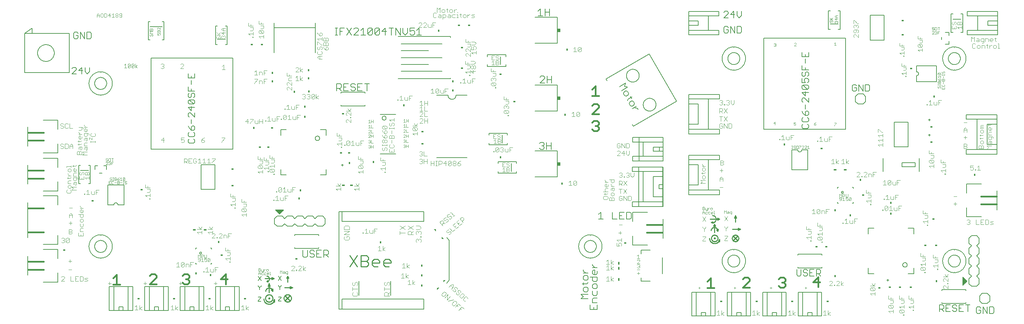
<source format=gto>
G75*
G70*
%OFA0B0*%
%FSLAX24Y24*%
%IPPOS*%
%LPD*%
%AMOC8*
5,1,8,0,0,1.08239X$1,22.5*
%
%ADD10C,0.0060*%
%ADD11C,0.0170*%
%ADD12C,0.0040*%
%ADD13C,0.0020*%
%ADD14C,0.0100*%
%ADD15C,0.0080*%
%ADD16C,0.0030*%
%ADD17C,0.0050*%
%ADD18R,0.0157X0.0236*%
%ADD19R,0.0236X0.0157*%
%ADD20R,0.0280X0.0160*%
%ADD21C,0.0157*%
%ADD22C,0.0010*%
%ADD23R,0.0160X0.0280*%
%ADD24R,0.0300X0.0340*%
D10*
X006854Y007130D02*
X006856Y007197D01*
X006862Y007265D01*
X006872Y007332D01*
X006886Y007398D01*
X006903Y007463D01*
X006925Y007527D01*
X006950Y007590D01*
X006979Y007651D01*
X007011Y007710D01*
X007047Y007767D01*
X007086Y007822D01*
X007128Y007875D01*
X007173Y007925D01*
X007221Y007972D01*
X007272Y008017D01*
X007325Y008058D01*
X007381Y008097D01*
X007439Y008132D01*
X007499Y008163D01*
X007560Y008191D01*
X007623Y008215D01*
X007687Y008236D01*
X007753Y008252D01*
X007819Y008265D01*
X007886Y008274D01*
X007953Y008279D01*
X008021Y008280D01*
X008088Y008277D01*
X008155Y008270D01*
X008222Y008259D01*
X008288Y008244D01*
X008353Y008226D01*
X008417Y008203D01*
X008479Y008177D01*
X008540Y008148D01*
X008598Y008114D01*
X008655Y008078D01*
X008710Y008038D01*
X008762Y007995D01*
X008811Y007949D01*
X008858Y007900D01*
X008902Y007849D01*
X008942Y007795D01*
X008980Y007739D01*
X009014Y007680D01*
X009044Y007620D01*
X009071Y007558D01*
X009095Y007495D01*
X009114Y007430D01*
X009130Y007365D01*
X009142Y007298D01*
X009150Y007231D01*
X009154Y007164D01*
X009154Y007096D01*
X009150Y007029D01*
X009142Y006962D01*
X009130Y006895D01*
X009114Y006830D01*
X009095Y006765D01*
X009071Y006702D01*
X009044Y006640D01*
X009014Y006580D01*
X008980Y006521D01*
X008942Y006465D01*
X008902Y006411D01*
X008858Y006360D01*
X008811Y006311D01*
X008762Y006265D01*
X008710Y006222D01*
X008655Y006182D01*
X008598Y006146D01*
X008540Y006112D01*
X008479Y006083D01*
X008417Y006057D01*
X008353Y006034D01*
X008288Y006016D01*
X008222Y006001D01*
X008155Y005990D01*
X008088Y005983D01*
X008021Y005980D01*
X007953Y005981D01*
X007886Y005986D01*
X007819Y005995D01*
X007753Y006008D01*
X007687Y006024D01*
X007623Y006045D01*
X007560Y006069D01*
X007499Y006097D01*
X007439Y006128D01*
X007381Y006163D01*
X007325Y006202D01*
X007272Y006243D01*
X007221Y006288D01*
X007173Y006335D01*
X007128Y006385D01*
X007086Y006438D01*
X007047Y006493D01*
X007011Y006550D01*
X006979Y006609D01*
X006950Y006670D01*
X006925Y006733D01*
X006903Y006797D01*
X006886Y006862D01*
X006872Y006928D01*
X006862Y006995D01*
X006856Y007063D01*
X006854Y007130D01*
X017922Y012750D02*
X017922Y015210D01*
X019284Y015210D01*
X019284Y012750D01*
X017922Y012750D01*
X017167Y017320D02*
X017274Y017427D01*
X017274Y017640D01*
X017167Y017747D01*
X017167Y017964D02*
X017274Y018071D01*
X017274Y018285D01*
X017167Y018391D01*
X017167Y018609D02*
X017274Y018716D01*
X017274Y018929D01*
X017167Y019036D01*
X017060Y019036D01*
X016953Y018929D01*
X016953Y018609D01*
X017167Y018609D01*
X016953Y018609D02*
X016740Y018822D01*
X016633Y019036D01*
X016953Y019254D02*
X016953Y019681D01*
X016740Y019898D02*
X016633Y020005D01*
X016633Y020218D01*
X016740Y020325D01*
X016847Y020325D01*
X017274Y019898D01*
X017274Y020325D01*
X016953Y020543D02*
X016953Y020970D01*
X016740Y021187D02*
X016633Y021294D01*
X016633Y021507D01*
X016740Y021614D01*
X017167Y021187D01*
X017274Y021294D01*
X017274Y021507D01*
X017167Y021614D01*
X016740Y021614D01*
X016740Y021832D02*
X016847Y021832D01*
X016953Y021938D01*
X016953Y022152D01*
X017060Y022259D01*
X017167Y022259D01*
X017274Y022152D01*
X017274Y021938D01*
X017167Y021832D01*
X016740Y021832D02*
X016633Y021938D01*
X016633Y022152D01*
X016740Y022259D01*
X016633Y022476D02*
X016633Y022903D01*
X016953Y022690D02*
X016953Y022476D01*
X016633Y022476D02*
X017274Y022476D01*
X016953Y023121D02*
X016953Y023548D01*
X016953Y023765D02*
X016953Y023979D01*
X016633Y024192D02*
X016633Y023765D01*
X017274Y023765D01*
X017274Y024192D01*
X006854Y023230D02*
X006856Y023297D01*
X006862Y023365D01*
X006872Y023432D01*
X006886Y023498D01*
X006903Y023563D01*
X006925Y023627D01*
X006950Y023690D01*
X006979Y023751D01*
X007011Y023810D01*
X007047Y023867D01*
X007086Y023922D01*
X007128Y023975D01*
X007173Y024025D01*
X007221Y024072D01*
X007272Y024117D01*
X007325Y024158D01*
X007381Y024197D01*
X007439Y024232D01*
X007499Y024263D01*
X007560Y024291D01*
X007623Y024315D01*
X007687Y024336D01*
X007753Y024352D01*
X007819Y024365D01*
X007886Y024374D01*
X007953Y024379D01*
X008021Y024380D01*
X008088Y024377D01*
X008155Y024370D01*
X008222Y024359D01*
X008288Y024344D01*
X008353Y024326D01*
X008417Y024303D01*
X008479Y024277D01*
X008540Y024248D01*
X008598Y024214D01*
X008655Y024178D01*
X008710Y024138D01*
X008762Y024095D01*
X008811Y024049D01*
X008858Y024000D01*
X008902Y023949D01*
X008942Y023895D01*
X008980Y023839D01*
X009014Y023780D01*
X009044Y023720D01*
X009071Y023658D01*
X009095Y023595D01*
X009114Y023530D01*
X009130Y023465D01*
X009142Y023398D01*
X009150Y023331D01*
X009154Y023264D01*
X009154Y023196D01*
X009150Y023129D01*
X009142Y023062D01*
X009130Y022995D01*
X009114Y022930D01*
X009095Y022865D01*
X009071Y022802D01*
X009044Y022740D01*
X009014Y022680D01*
X008980Y022621D01*
X008942Y022565D01*
X008902Y022511D01*
X008858Y022460D01*
X008811Y022411D01*
X008762Y022365D01*
X008710Y022322D01*
X008655Y022282D01*
X008598Y022246D01*
X008540Y022212D01*
X008479Y022183D01*
X008417Y022157D01*
X008353Y022134D01*
X008288Y022116D01*
X008222Y022101D01*
X008155Y022090D01*
X008088Y022083D01*
X008021Y022080D01*
X007953Y022081D01*
X007886Y022086D01*
X007819Y022095D01*
X007753Y022108D01*
X007687Y022124D01*
X007623Y022145D01*
X007560Y022169D01*
X007499Y022197D01*
X007439Y022228D01*
X007381Y022263D01*
X007325Y022302D01*
X007272Y022343D01*
X007221Y022388D01*
X007173Y022435D01*
X007128Y022485D01*
X007086Y022538D01*
X007047Y022593D01*
X007011Y022650D01*
X006979Y022709D01*
X006950Y022770D01*
X006925Y022833D01*
X006903Y022897D01*
X006886Y022962D01*
X006872Y023028D01*
X006862Y023095D01*
X006856Y023163D01*
X006854Y023230D01*
X006686Y024175D02*
X006900Y024388D01*
X006900Y024815D01*
X006473Y024815D02*
X006473Y024388D01*
X006686Y024175D01*
X006255Y024495D02*
X005828Y024495D01*
X006148Y024815D01*
X006148Y024175D01*
X005611Y024175D02*
X005184Y024175D01*
X005611Y024602D01*
X005611Y024709D01*
X005504Y024815D01*
X005290Y024815D01*
X005184Y024709D01*
X005455Y027645D02*
X005669Y027645D01*
X005776Y027752D01*
X005776Y027965D01*
X005562Y027965D01*
X005349Y028179D02*
X005349Y027752D01*
X005455Y027645D01*
X005993Y027645D02*
X005993Y028285D01*
X006420Y027645D01*
X006420Y028285D01*
X006638Y028285D02*
X006958Y028285D01*
X007065Y028179D01*
X007065Y027752D01*
X006958Y027645D01*
X006638Y027645D01*
X006638Y028285D01*
X005776Y028179D02*
X005669Y028285D01*
X005455Y028285D01*
X005349Y028179D01*
X016740Y021187D02*
X017167Y021187D01*
X017274Y020863D02*
X016633Y020863D01*
X016953Y020543D01*
X016740Y018391D02*
X016633Y018285D01*
X016633Y018071D01*
X016740Y017964D01*
X017167Y017964D01*
X016740Y017747D02*
X016633Y017640D01*
X016633Y017427D01*
X016740Y017320D01*
X017167Y017320D01*
X031284Y022510D02*
X031284Y023201D01*
X031629Y023201D01*
X031744Y023085D01*
X031744Y022855D01*
X031629Y022740D01*
X031284Y022740D01*
X031514Y022740D02*
X031744Y022510D01*
X031974Y022510D02*
X032434Y022510D01*
X032665Y022625D02*
X032780Y022510D01*
X033010Y022510D01*
X033125Y022625D01*
X033125Y022740D01*
X033010Y022855D01*
X032780Y022855D01*
X032665Y022970D01*
X032665Y023085D01*
X032780Y023201D01*
X033010Y023201D01*
X033125Y023085D01*
X033355Y023201D02*
X033355Y022510D01*
X033816Y022510D01*
X034276Y022510D02*
X034276Y023201D01*
X034046Y023201D02*
X034506Y023201D01*
X033816Y023201D02*
X033355Y023201D01*
X033355Y022855D02*
X033585Y022855D01*
X032434Y023201D02*
X031974Y023201D01*
X031974Y022510D01*
X031974Y022855D02*
X032204Y022855D01*
X032284Y028010D02*
X032745Y028701D01*
X032975Y028585D02*
X033090Y028701D01*
X033320Y028701D01*
X033435Y028585D01*
X033435Y028470D01*
X032975Y028010D01*
X033435Y028010D01*
X033666Y028010D02*
X034126Y028010D01*
X033896Y028010D02*
X033896Y028701D01*
X033666Y028470D01*
X034356Y028585D02*
X034356Y028125D01*
X034816Y028585D01*
X034816Y028125D01*
X034701Y028010D01*
X034471Y028010D01*
X034356Y028125D01*
X035047Y028125D02*
X035507Y028585D01*
X035507Y028125D01*
X035392Y028010D01*
X035162Y028010D01*
X035047Y028125D01*
X035047Y028585D01*
X035162Y028701D01*
X035392Y028701D01*
X035507Y028585D01*
X035737Y028355D02*
X036082Y028701D01*
X036082Y028010D01*
X036198Y028355D02*
X035737Y028355D01*
X036428Y028701D02*
X036888Y028701D01*
X036658Y028701D02*
X036658Y028010D01*
X037118Y028010D02*
X037118Y028701D01*
X037579Y028010D01*
X037579Y028701D01*
X037809Y028701D02*
X037809Y028240D01*
X038039Y028010D01*
X038269Y028240D01*
X038269Y028701D01*
X038499Y028701D02*
X038499Y028355D01*
X038730Y028470D01*
X038845Y028470D01*
X038960Y028355D01*
X038960Y028125D01*
X038845Y028010D01*
X038614Y028010D01*
X038499Y028125D01*
X039190Y028010D02*
X039650Y028010D01*
X039420Y028010D02*
X039420Y028701D01*
X039190Y028470D01*
X038960Y028701D02*
X038499Y028701D01*
X034816Y028585D02*
X034701Y028701D01*
X034471Y028701D01*
X034356Y028585D01*
X032745Y028010D02*
X032284Y028701D01*
X032054Y028701D02*
X031594Y028701D01*
X031594Y028010D01*
X031364Y028010D02*
X031134Y028010D01*
X031249Y028010D02*
X031249Y028701D01*
X031134Y028701D02*
X031364Y028701D01*
X031594Y028355D02*
X031824Y028355D01*
X051134Y029910D02*
X051594Y029910D01*
X051824Y029910D02*
X051824Y030601D01*
X051824Y030255D02*
X052284Y030255D01*
X052284Y029910D02*
X052284Y030601D01*
X051364Y030601D02*
X051134Y030370D01*
X051364Y030601D02*
X051364Y029910D01*
X051449Y023951D02*
X051334Y023835D01*
X051449Y023951D02*
X051679Y023951D01*
X051794Y023835D01*
X051794Y023720D01*
X051334Y023260D01*
X051794Y023260D01*
X052024Y023260D02*
X052024Y023951D01*
X052024Y023605D02*
X052484Y023605D01*
X052484Y023260D02*
X052484Y023951D01*
X059159Y022914D02*
X059758Y023259D01*
X059673Y022945D01*
X059988Y022861D01*
X059390Y022515D01*
X059604Y022373D02*
X059562Y022216D01*
X059677Y022017D01*
X059835Y021975D01*
X060034Y022090D01*
X060076Y022247D01*
X059961Y022446D01*
X059804Y022489D01*
X059604Y022373D01*
X060249Y021948D02*
X060364Y021749D01*
X060406Y021906D02*
X060007Y021676D01*
X059965Y021519D01*
X060180Y021377D02*
X060138Y021219D01*
X060253Y021020D01*
X060410Y020978D01*
X060609Y021093D01*
X060651Y021250D01*
X060536Y021450D01*
X060379Y021492D01*
X060180Y021377D01*
X060425Y020721D02*
X060824Y020951D01*
X060625Y020836D02*
X060939Y020752D01*
X060997Y020652D01*
X052434Y017401D02*
X052434Y016710D01*
X052434Y017055D02*
X051974Y017055D01*
X051744Y016940D02*
X051744Y016825D01*
X051629Y016710D01*
X051399Y016710D01*
X051284Y016825D01*
X051514Y017055D02*
X051629Y017055D01*
X051744Y016940D01*
X051629Y017055D02*
X051744Y017170D01*
X051744Y017285D01*
X051629Y017401D01*
X051399Y017401D01*
X051284Y017285D01*
X051974Y017401D02*
X051974Y016710D01*
X057334Y010516D02*
X057334Y009825D01*
X057104Y009825D02*
X057564Y009825D01*
X058485Y009825D02*
X058945Y009825D01*
X059175Y009825D02*
X059636Y009825D01*
X059866Y009825D02*
X060211Y009825D01*
X060326Y009940D01*
X060326Y010400D01*
X060211Y010516D01*
X059866Y010516D01*
X059866Y009825D01*
X059175Y009825D02*
X059175Y010516D01*
X059636Y010516D01*
X059405Y010170D02*
X059175Y010170D01*
X058485Y010516D02*
X058485Y009825D01*
X057334Y010516D02*
X057104Y010285D01*
X055154Y007130D02*
X055156Y007197D01*
X055162Y007265D01*
X055172Y007332D01*
X055186Y007398D01*
X055203Y007463D01*
X055225Y007527D01*
X055250Y007590D01*
X055279Y007651D01*
X055311Y007710D01*
X055347Y007767D01*
X055386Y007822D01*
X055428Y007875D01*
X055473Y007925D01*
X055521Y007972D01*
X055572Y008017D01*
X055625Y008058D01*
X055681Y008097D01*
X055739Y008132D01*
X055799Y008163D01*
X055860Y008191D01*
X055923Y008215D01*
X055987Y008236D01*
X056053Y008252D01*
X056119Y008265D01*
X056186Y008274D01*
X056253Y008279D01*
X056321Y008280D01*
X056388Y008277D01*
X056455Y008270D01*
X056522Y008259D01*
X056588Y008244D01*
X056653Y008226D01*
X056717Y008203D01*
X056779Y008177D01*
X056840Y008148D01*
X056898Y008114D01*
X056955Y008078D01*
X057010Y008038D01*
X057062Y007995D01*
X057111Y007949D01*
X057158Y007900D01*
X057202Y007849D01*
X057242Y007795D01*
X057280Y007739D01*
X057314Y007680D01*
X057344Y007620D01*
X057371Y007558D01*
X057395Y007495D01*
X057414Y007430D01*
X057430Y007365D01*
X057442Y007298D01*
X057450Y007231D01*
X057454Y007164D01*
X057454Y007096D01*
X057450Y007029D01*
X057442Y006962D01*
X057430Y006895D01*
X057414Y006830D01*
X057395Y006765D01*
X057371Y006702D01*
X057344Y006640D01*
X057314Y006580D01*
X057280Y006521D01*
X057242Y006465D01*
X057202Y006411D01*
X057158Y006360D01*
X057111Y006311D01*
X057062Y006265D01*
X057010Y006222D01*
X056955Y006182D01*
X056898Y006146D01*
X056840Y006112D01*
X056779Y006083D01*
X056717Y006057D01*
X056653Y006034D01*
X056588Y006016D01*
X056522Y006001D01*
X056455Y005990D01*
X056388Y005983D01*
X056321Y005980D01*
X056253Y005981D01*
X056186Y005986D01*
X056119Y005995D01*
X056053Y006008D01*
X055987Y006024D01*
X055923Y006045D01*
X055860Y006069D01*
X055799Y006097D01*
X055739Y006128D01*
X055681Y006163D01*
X055625Y006202D01*
X055572Y006243D01*
X055521Y006288D01*
X055473Y006335D01*
X055428Y006385D01*
X055386Y006438D01*
X055347Y006493D01*
X055311Y006550D01*
X055279Y006609D01*
X055250Y006670D01*
X055225Y006733D01*
X055203Y006797D01*
X055186Y006862D01*
X055172Y006928D01*
X055162Y006995D01*
X055156Y007063D01*
X055154Y007130D01*
X056513Y005380D02*
X056513Y005264D01*
X056743Y005034D01*
X056513Y005034D02*
X056974Y005034D01*
X056743Y004804D02*
X056743Y004344D01*
X056858Y004344D02*
X056628Y004344D01*
X056513Y004459D01*
X056513Y004689D01*
X056628Y004804D01*
X056743Y004804D01*
X056974Y004689D02*
X056974Y004459D01*
X056858Y004344D01*
X056974Y004114D02*
X056283Y004114D01*
X056074Y004139D02*
X056074Y003909D01*
X055958Y003794D01*
X055728Y003794D01*
X055613Y003909D01*
X055613Y004139D01*
X055728Y004254D01*
X055958Y004254D01*
X056074Y004139D01*
X056074Y004484D02*
X055613Y004484D01*
X055843Y004484D02*
X055613Y004714D01*
X055613Y004830D01*
X056513Y004114D02*
X056513Y003768D01*
X056628Y003653D01*
X056858Y003653D01*
X056974Y003768D01*
X056974Y004114D01*
X056074Y003564D02*
X055958Y003449D01*
X055498Y003449D01*
X055613Y003564D02*
X055613Y003333D01*
X055728Y003103D02*
X055613Y002988D01*
X055613Y002758D01*
X055728Y002643D01*
X055958Y002643D01*
X056074Y002758D01*
X056074Y002988D01*
X055958Y003103D01*
X055728Y003103D01*
X056513Y003078D02*
X056513Y003308D01*
X056628Y003423D01*
X056858Y003423D01*
X056974Y003308D01*
X056974Y003078D01*
X056858Y002963D01*
X056628Y002963D01*
X056513Y003078D01*
X056513Y002732D02*
X056513Y002387D01*
X056628Y002272D01*
X056858Y002272D01*
X056974Y002387D01*
X056974Y002732D01*
X056074Y002413D02*
X055383Y002413D01*
X055613Y002182D01*
X055383Y001952D01*
X056074Y001952D01*
X056513Y001927D02*
X056628Y002042D01*
X056974Y002042D01*
X056513Y001927D02*
X056513Y001581D01*
X056974Y001581D01*
X056974Y001351D02*
X056974Y000891D01*
X056283Y000891D01*
X056283Y001351D01*
X056628Y001121D02*
X056628Y000891D01*
X069304Y005685D02*
X069306Y005752D01*
X069312Y005820D01*
X069322Y005887D01*
X069336Y005953D01*
X069353Y006018D01*
X069375Y006082D01*
X069400Y006145D01*
X069429Y006206D01*
X069461Y006265D01*
X069497Y006322D01*
X069536Y006377D01*
X069578Y006430D01*
X069623Y006480D01*
X069671Y006527D01*
X069722Y006572D01*
X069775Y006613D01*
X069831Y006652D01*
X069889Y006687D01*
X069949Y006718D01*
X070010Y006746D01*
X070073Y006770D01*
X070137Y006791D01*
X070203Y006807D01*
X070269Y006820D01*
X070336Y006829D01*
X070403Y006834D01*
X070471Y006835D01*
X070538Y006832D01*
X070605Y006825D01*
X070672Y006814D01*
X070738Y006799D01*
X070803Y006781D01*
X070867Y006758D01*
X070929Y006732D01*
X070990Y006703D01*
X071048Y006669D01*
X071105Y006633D01*
X071160Y006593D01*
X071212Y006550D01*
X071261Y006504D01*
X071308Y006455D01*
X071352Y006404D01*
X071392Y006350D01*
X071430Y006294D01*
X071464Y006235D01*
X071494Y006175D01*
X071521Y006113D01*
X071545Y006050D01*
X071564Y005985D01*
X071580Y005920D01*
X071592Y005853D01*
X071600Y005786D01*
X071604Y005719D01*
X071604Y005651D01*
X071600Y005584D01*
X071592Y005517D01*
X071580Y005450D01*
X071564Y005385D01*
X071545Y005320D01*
X071521Y005257D01*
X071494Y005195D01*
X071464Y005135D01*
X071430Y005076D01*
X071392Y005020D01*
X071352Y004966D01*
X071308Y004915D01*
X071261Y004866D01*
X071212Y004820D01*
X071160Y004777D01*
X071105Y004737D01*
X071048Y004701D01*
X070990Y004667D01*
X070929Y004638D01*
X070867Y004612D01*
X070803Y004589D01*
X070738Y004571D01*
X070672Y004556D01*
X070605Y004545D01*
X070538Y004538D01*
X070471Y004535D01*
X070403Y004536D01*
X070336Y004541D01*
X070269Y004550D01*
X070203Y004563D01*
X070137Y004579D01*
X070073Y004600D01*
X070010Y004624D01*
X069949Y004652D01*
X069889Y004683D01*
X069831Y004718D01*
X069775Y004757D01*
X069722Y004798D01*
X069671Y004843D01*
X069623Y004890D01*
X069578Y004940D01*
X069536Y004993D01*
X069497Y005048D01*
X069461Y005105D01*
X069429Y005164D01*
X069400Y005225D01*
X069375Y005288D01*
X069353Y005352D01*
X069336Y005417D01*
X069322Y005483D01*
X069312Y005550D01*
X069306Y005618D01*
X069304Y005685D01*
X076659Y004855D02*
X076659Y004322D01*
X076765Y004215D01*
X076979Y004215D01*
X077086Y004322D01*
X077086Y004855D01*
X077303Y004749D02*
X077303Y004642D01*
X077410Y004535D01*
X077623Y004535D01*
X077730Y004428D01*
X077730Y004322D01*
X077623Y004215D01*
X077410Y004215D01*
X077303Y004322D01*
X077303Y004749D02*
X077410Y004855D01*
X077623Y004855D01*
X077730Y004749D01*
X077948Y004855D02*
X077948Y004215D01*
X078375Y004215D01*
X078592Y004215D02*
X078592Y004855D01*
X078912Y004855D01*
X079019Y004749D01*
X079019Y004535D01*
X078912Y004428D01*
X078592Y004428D01*
X078806Y004428D02*
X079019Y004215D01*
X078161Y004535D02*
X077948Y004535D01*
X077948Y004855D02*
X078375Y004855D01*
X090734Y001355D02*
X091054Y001355D01*
X091161Y001249D01*
X091161Y001035D01*
X091054Y000928D01*
X090734Y000928D01*
X090734Y000715D02*
X090734Y001355D01*
X091378Y001355D02*
X091378Y000715D01*
X091805Y000715D01*
X092023Y000822D02*
X092129Y000715D01*
X092343Y000715D01*
X092450Y000822D01*
X092450Y000928D01*
X092343Y001035D01*
X092129Y001035D01*
X092023Y001142D01*
X092023Y001249D01*
X092129Y001355D01*
X092343Y001355D01*
X092450Y001249D01*
X092667Y001355D02*
X092667Y000715D01*
X093094Y000715D01*
X092881Y001035D02*
X092667Y001035D01*
X092667Y001355D02*
X093094Y001355D01*
X093312Y001355D02*
X093739Y001355D01*
X093525Y001355D02*
X093525Y000715D01*
X094384Y000622D02*
X094490Y000515D01*
X094704Y000515D01*
X094811Y000622D01*
X094811Y000835D01*
X094597Y000835D01*
X094384Y001049D02*
X094384Y000622D01*
X095028Y000515D02*
X095028Y001155D01*
X095455Y000515D01*
X095455Y001155D01*
X095673Y001155D02*
X095993Y001155D01*
X096100Y001049D01*
X096100Y000622D01*
X095993Y000515D01*
X095673Y000515D01*
X095673Y001155D01*
X094811Y001049D02*
X094704Y001155D01*
X094490Y001155D01*
X094384Y001049D01*
X091805Y001355D02*
X091378Y001355D01*
X091378Y001035D02*
X091592Y001035D01*
X091161Y000715D02*
X090947Y000928D01*
X091054Y005685D02*
X091056Y005752D01*
X091062Y005820D01*
X091072Y005887D01*
X091086Y005953D01*
X091103Y006018D01*
X091125Y006082D01*
X091150Y006145D01*
X091179Y006206D01*
X091211Y006265D01*
X091247Y006322D01*
X091286Y006377D01*
X091328Y006430D01*
X091373Y006480D01*
X091421Y006527D01*
X091472Y006572D01*
X091525Y006613D01*
X091581Y006652D01*
X091639Y006687D01*
X091699Y006718D01*
X091760Y006746D01*
X091823Y006770D01*
X091887Y006791D01*
X091953Y006807D01*
X092019Y006820D01*
X092086Y006829D01*
X092153Y006834D01*
X092221Y006835D01*
X092288Y006832D01*
X092355Y006825D01*
X092422Y006814D01*
X092488Y006799D01*
X092553Y006781D01*
X092617Y006758D01*
X092679Y006732D01*
X092740Y006703D01*
X092798Y006669D01*
X092855Y006633D01*
X092910Y006593D01*
X092962Y006550D01*
X093011Y006504D01*
X093058Y006455D01*
X093102Y006404D01*
X093142Y006350D01*
X093180Y006294D01*
X093214Y006235D01*
X093244Y006175D01*
X093271Y006113D01*
X093295Y006050D01*
X093314Y005985D01*
X093330Y005920D01*
X093342Y005853D01*
X093350Y005786D01*
X093354Y005719D01*
X093354Y005651D01*
X093350Y005584D01*
X093342Y005517D01*
X093330Y005450D01*
X093314Y005385D01*
X093295Y005320D01*
X093271Y005257D01*
X093244Y005195D01*
X093214Y005135D01*
X093180Y005076D01*
X093142Y005020D01*
X093102Y004966D01*
X093058Y004915D01*
X093011Y004866D01*
X092962Y004820D01*
X092910Y004777D01*
X092855Y004737D01*
X092798Y004701D01*
X092740Y004667D01*
X092679Y004638D01*
X092617Y004612D01*
X092553Y004589D01*
X092488Y004571D01*
X092422Y004556D01*
X092355Y004545D01*
X092288Y004538D01*
X092221Y004535D01*
X092153Y004536D01*
X092086Y004541D01*
X092019Y004550D01*
X091953Y004563D01*
X091887Y004579D01*
X091823Y004600D01*
X091760Y004624D01*
X091699Y004652D01*
X091639Y004683D01*
X091581Y004718D01*
X091525Y004757D01*
X091472Y004798D01*
X091421Y004843D01*
X091373Y004890D01*
X091328Y004940D01*
X091286Y004993D01*
X091247Y005048D01*
X091211Y005105D01*
X091179Y005164D01*
X091150Y005225D01*
X091125Y005288D01*
X091103Y005352D01*
X091086Y005417D01*
X091072Y005483D01*
X091062Y005550D01*
X091056Y005618D01*
X091054Y005685D01*
X087634Y016955D02*
X086272Y016955D01*
X086272Y019415D01*
X087634Y019415D01*
X087634Y016955D01*
X077824Y018887D02*
X077824Y019101D01*
X077717Y019207D01*
X077717Y019425D02*
X077824Y019532D01*
X077824Y019745D01*
X077717Y019852D01*
X077717Y020069D02*
X077824Y020176D01*
X077824Y020390D01*
X077717Y020496D01*
X077610Y020496D01*
X077503Y020390D01*
X077503Y020069D01*
X077717Y020069D01*
X077503Y020069D02*
X077290Y020283D01*
X077183Y020496D01*
X077503Y020714D02*
X077503Y021141D01*
X077290Y021358D02*
X077183Y021465D01*
X077183Y021679D01*
X077290Y021785D01*
X077397Y021785D01*
X077824Y021358D01*
X077824Y021785D01*
X077503Y022003D02*
X077503Y022430D01*
X077290Y022648D02*
X077183Y022754D01*
X077183Y022968D01*
X077290Y023075D01*
X077717Y022648D01*
X077824Y022754D01*
X077824Y022968D01*
X077717Y023075D01*
X077290Y023075D01*
X077183Y023292D02*
X077503Y023292D01*
X077397Y023506D01*
X077397Y023612D01*
X077503Y023719D01*
X077717Y023719D01*
X077824Y023612D01*
X077824Y023399D01*
X077717Y023292D01*
X077183Y023292D02*
X077183Y023719D01*
X077290Y023937D02*
X077183Y024043D01*
X077183Y024257D01*
X077290Y024364D01*
X077503Y024257D02*
X077610Y024364D01*
X077717Y024364D01*
X077824Y024257D01*
X077824Y024043D01*
X077717Y023937D01*
X077503Y024043D02*
X077503Y024257D01*
X077503Y024043D02*
X077397Y023937D01*
X077290Y023937D01*
X077183Y024581D02*
X077183Y025008D01*
X077503Y024795D02*
X077503Y024581D01*
X077183Y024581D02*
X077824Y024581D01*
X077503Y025226D02*
X077503Y025653D01*
X077503Y025870D02*
X077503Y026084D01*
X077183Y026297D02*
X077183Y025870D01*
X077824Y025870D01*
X077824Y026297D01*
X083922Y027505D02*
X083922Y029965D01*
X085284Y029965D01*
X085284Y027505D01*
X083922Y027505D01*
X091054Y025685D02*
X091056Y025752D01*
X091062Y025820D01*
X091072Y025887D01*
X091086Y025953D01*
X091103Y026018D01*
X091125Y026082D01*
X091150Y026145D01*
X091179Y026206D01*
X091211Y026265D01*
X091247Y026322D01*
X091286Y026377D01*
X091328Y026430D01*
X091373Y026480D01*
X091421Y026527D01*
X091472Y026572D01*
X091525Y026613D01*
X091581Y026652D01*
X091639Y026687D01*
X091699Y026718D01*
X091760Y026746D01*
X091823Y026770D01*
X091887Y026791D01*
X091953Y026807D01*
X092019Y026820D01*
X092086Y026829D01*
X092153Y026834D01*
X092221Y026835D01*
X092288Y026832D01*
X092355Y026825D01*
X092422Y026814D01*
X092488Y026799D01*
X092553Y026781D01*
X092617Y026758D01*
X092679Y026732D01*
X092740Y026703D01*
X092798Y026669D01*
X092855Y026633D01*
X092910Y026593D01*
X092962Y026550D01*
X093011Y026504D01*
X093058Y026455D01*
X093102Y026404D01*
X093142Y026350D01*
X093180Y026294D01*
X093214Y026235D01*
X093244Y026175D01*
X093271Y026113D01*
X093295Y026050D01*
X093314Y025985D01*
X093330Y025920D01*
X093342Y025853D01*
X093350Y025786D01*
X093354Y025719D01*
X093354Y025651D01*
X093350Y025584D01*
X093342Y025517D01*
X093330Y025450D01*
X093314Y025385D01*
X093295Y025320D01*
X093271Y025257D01*
X093244Y025195D01*
X093214Y025135D01*
X093180Y025076D01*
X093142Y025020D01*
X093102Y024966D01*
X093058Y024915D01*
X093011Y024866D01*
X092962Y024820D01*
X092910Y024777D01*
X092855Y024737D01*
X092798Y024701D01*
X092740Y024667D01*
X092679Y024638D01*
X092617Y024612D01*
X092553Y024589D01*
X092488Y024571D01*
X092422Y024556D01*
X092355Y024545D01*
X092288Y024538D01*
X092221Y024535D01*
X092153Y024536D01*
X092086Y024541D01*
X092019Y024550D01*
X091953Y024563D01*
X091887Y024579D01*
X091823Y024600D01*
X091760Y024624D01*
X091699Y024652D01*
X091639Y024683D01*
X091581Y024718D01*
X091525Y024757D01*
X091472Y024798D01*
X091421Y024843D01*
X091373Y024890D01*
X091328Y024940D01*
X091286Y024993D01*
X091247Y025048D01*
X091211Y025105D01*
X091179Y025164D01*
X091150Y025225D01*
X091125Y025288D01*
X091103Y025352D01*
X091086Y025417D01*
X091072Y025483D01*
X091062Y025550D01*
X091056Y025618D01*
X091054Y025685D01*
X083850Y022999D02*
X083743Y023105D01*
X083423Y023105D01*
X083423Y022465D01*
X083743Y022465D01*
X083850Y022572D01*
X083850Y022999D01*
X083205Y023105D02*
X083205Y022465D01*
X082778Y023105D01*
X082778Y022465D01*
X082561Y022572D02*
X082454Y022465D01*
X082240Y022465D01*
X082134Y022572D01*
X082134Y022999D01*
X082240Y023105D01*
X082454Y023105D01*
X082561Y022999D01*
X082561Y022785D02*
X082347Y022785D01*
X082561Y022785D02*
X082561Y022572D01*
X077824Y022323D02*
X077183Y022323D01*
X077503Y022003D01*
X077717Y022648D02*
X077290Y022648D01*
X077290Y019852D02*
X077183Y019745D01*
X077183Y019532D01*
X077290Y019425D01*
X077717Y019425D01*
X077290Y019207D02*
X077183Y019101D01*
X077183Y018887D01*
X077290Y018780D01*
X077717Y018780D01*
X077824Y018887D01*
X069304Y025685D02*
X069306Y025752D01*
X069312Y025820D01*
X069322Y025887D01*
X069336Y025953D01*
X069353Y026018D01*
X069375Y026082D01*
X069400Y026145D01*
X069429Y026206D01*
X069461Y026265D01*
X069497Y026322D01*
X069536Y026377D01*
X069578Y026430D01*
X069623Y026480D01*
X069671Y026527D01*
X069722Y026572D01*
X069775Y026613D01*
X069831Y026652D01*
X069889Y026687D01*
X069949Y026718D01*
X070010Y026746D01*
X070073Y026770D01*
X070137Y026791D01*
X070203Y026807D01*
X070269Y026820D01*
X070336Y026829D01*
X070403Y026834D01*
X070471Y026835D01*
X070538Y026832D01*
X070605Y026825D01*
X070672Y026814D01*
X070738Y026799D01*
X070803Y026781D01*
X070867Y026758D01*
X070929Y026732D01*
X070990Y026703D01*
X071048Y026669D01*
X071105Y026633D01*
X071160Y026593D01*
X071212Y026550D01*
X071261Y026504D01*
X071308Y026455D01*
X071352Y026404D01*
X071392Y026350D01*
X071430Y026294D01*
X071464Y026235D01*
X071494Y026175D01*
X071521Y026113D01*
X071545Y026050D01*
X071564Y025985D01*
X071580Y025920D01*
X071592Y025853D01*
X071600Y025786D01*
X071604Y025719D01*
X071604Y025651D01*
X071600Y025584D01*
X071592Y025517D01*
X071580Y025450D01*
X071564Y025385D01*
X071545Y025320D01*
X071521Y025257D01*
X071494Y025195D01*
X071464Y025135D01*
X071430Y025076D01*
X071392Y025020D01*
X071352Y024966D01*
X071308Y024915D01*
X071261Y024866D01*
X071212Y024820D01*
X071160Y024777D01*
X071105Y024737D01*
X071048Y024701D01*
X070990Y024667D01*
X070929Y024638D01*
X070867Y024612D01*
X070803Y024589D01*
X070738Y024571D01*
X070672Y024556D01*
X070605Y024545D01*
X070538Y024538D01*
X070471Y024535D01*
X070403Y024536D01*
X070336Y024541D01*
X070269Y024550D01*
X070203Y024563D01*
X070137Y024579D01*
X070073Y024600D01*
X070010Y024624D01*
X069949Y024652D01*
X069889Y024683D01*
X069831Y024718D01*
X069775Y024757D01*
X069722Y024798D01*
X069671Y024843D01*
X069623Y024890D01*
X069578Y024940D01*
X069536Y024993D01*
X069497Y025048D01*
X069461Y025105D01*
X069429Y025164D01*
X069400Y025225D01*
X069375Y025288D01*
X069353Y025352D01*
X069336Y025417D01*
X069322Y025483D01*
X069312Y025550D01*
X069306Y025618D01*
X069304Y025685D01*
X069590Y028215D02*
X069804Y028215D01*
X069911Y028322D01*
X069911Y028535D01*
X069697Y028535D01*
X069484Y028322D02*
X069590Y028215D01*
X069484Y028322D02*
X069484Y028749D01*
X069590Y028855D01*
X069804Y028855D01*
X069911Y028749D01*
X070128Y028855D02*
X070555Y028215D01*
X070555Y028855D01*
X070773Y028855D02*
X071093Y028855D01*
X071200Y028749D01*
X071200Y028322D01*
X071093Y028215D01*
X070773Y028215D01*
X070773Y028855D01*
X070128Y028855D02*
X070128Y028215D01*
X069911Y029715D02*
X069484Y029715D01*
X069911Y030142D01*
X069911Y030249D01*
X069804Y030355D01*
X069590Y030355D01*
X069484Y030249D01*
X070128Y030035D02*
X070555Y030035D01*
X070773Y029928D02*
X070986Y029715D01*
X071200Y029928D01*
X071200Y030355D01*
X070773Y030355D02*
X070773Y029928D01*
X070448Y029715D02*
X070448Y030355D01*
X070128Y030035D01*
X030466Y006635D02*
X030350Y006751D01*
X030005Y006751D01*
X030005Y006060D01*
X029775Y006060D02*
X029315Y006060D01*
X029315Y006751D01*
X029775Y006751D01*
X029545Y006405D02*
X029315Y006405D01*
X029084Y006290D02*
X028969Y006405D01*
X028739Y006405D01*
X028624Y006520D01*
X028624Y006635D01*
X028739Y006751D01*
X028969Y006751D01*
X029084Y006635D01*
X029084Y006290D02*
X029084Y006175D01*
X028969Y006060D01*
X028739Y006060D01*
X028624Y006175D01*
X028394Y006175D02*
X028394Y006751D01*
X027934Y006751D02*
X027934Y006175D01*
X028049Y006060D01*
X028279Y006060D01*
X028394Y006175D01*
X030005Y006290D02*
X030350Y006290D01*
X030466Y006405D01*
X030466Y006635D01*
X030235Y006290D02*
X030466Y006060D01*
D11*
X020492Y003905D02*
X019839Y003905D01*
X020329Y004396D01*
X020329Y003415D01*
X016742Y003578D02*
X016579Y003415D01*
X016252Y003415D01*
X016089Y003578D01*
X016415Y003905D02*
X016579Y003905D01*
X016742Y003742D01*
X016742Y003578D01*
X016579Y003905D02*
X016742Y004069D01*
X016742Y004232D01*
X016579Y004396D01*
X016252Y004396D01*
X016089Y004232D01*
X013492Y004232D02*
X013492Y004069D01*
X012839Y003415D01*
X013492Y003415D01*
X013492Y004232D02*
X013329Y004396D01*
X013002Y004396D01*
X012839Y004232D01*
X009892Y003360D02*
X009239Y003360D01*
X009565Y003360D02*
X009565Y004341D01*
X009239Y004014D01*
X056479Y018703D02*
X056642Y018540D01*
X056969Y018540D01*
X057132Y018703D01*
X057132Y018867D01*
X056969Y019030D01*
X056805Y019030D01*
X056969Y019030D02*
X057132Y019194D01*
X057132Y019357D01*
X056969Y019521D01*
X056642Y019521D01*
X056479Y019357D01*
X056479Y020215D02*
X057132Y020869D01*
X057132Y021032D01*
X056969Y021196D01*
X056642Y021196D01*
X056479Y021032D01*
X056479Y020215D02*
X057132Y020215D01*
X057132Y021990D02*
X056479Y021990D01*
X056805Y021990D02*
X056805Y022971D01*
X056479Y022644D01*
X068165Y004001D02*
X068165Y003020D01*
X067839Y003020D02*
X068492Y003020D01*
X067839Y003674D02*
X068165Y004001D01*
X071339Y003887D02*
X071502Y004051D01*
X071829Y004051D01*
X071992Y003887D01*
X071992Y003724D01*
X071339Y003070D01*
X071992Y003070D01*
X074889Y003233D02*
X075052Y003070D01*
X075379Y003070D01*
X075542Y003233D01*
X075542Y003397D01*
X075379Y003560D01*
X075215Y003560D01*
X075379Y003560D02*
X075542Y003724D01*
X075542Y003887D01*
X075379Y004051D01*
X075052Y004051D01*
X074889Y003887D01*
X078289Y003610D02*
X078942Y003610D01*
X078779Y003120D02*
X078779Y004101D01*
X078289Y003610D01*
D12*
X079874Y003639D02*
X079950Y003715D01*
X080104Y003715D01*
X080180Y003639D01*
X080180Y003562D01*
X079874Y003255D01*
X080180Y003255D01*
X080334Y003255D02*
X080411Y003255D01*
X080411Y003332D01*
X080334Y003332D01*
X080334Y003255D01*
X080564Y003255D02*
X080871Y003562D01*
X080871Y003639D01*
X080794Y003715D01*
X080641Y003715D01*
X080564Y003639D01*
X080564Y003255D02*
X080871Y003255D01*
X081024Y003255D02*
X081024Y003715D01*
X081255Y003562D02*
X081024Y003408D01*
X081255Y003255D01*
X083923Y003226D02*
X084384Y003226D01*
X084230Y003226D02*
X084077Y003456D01*
X084230Y003226D02*
X084384Y003456D01*
X084307Y003072D02*
X084000Y003072D01*
X084307Y002765D01*
X084384Y002842D01*
X084384Y002995D01*
X084307Y003072D01*
X084307Y002765D02*
X084000Y002765D01*
X083923Y002842D01*
X083923Y002995D01*
X084000Y003072D01*
X084384Y002612D02*
X084384Y002305D01*
X084384Y002458D02*
X083923Y002458D01*
X084077Y002305D01*
X085723Y002251D02*
X085723Y001944D01*
X086184Y001944D01*
X086184Y001791D02*
X085877Y001791D01*
X085953Y001944D02*
X085953Y002098D01*
X086184Y001791D02*
X086184Y001561D01*
X086107Y001484D01*
X085877Y001484D01*
X085800Y001331D02*
X086107Y001024D01*
X086184Y001100D01*
X086184Y001254D01*
X086107Y001331D01*
X085800Y001331D01*
X085723Y001254D01*
X085723Y001100D01*
X085800Y001024D01*
X086107Y001024D01*
X086184Y000870D02*
X086184Y000563D01*
X086184Y000717D02*
X085723Y000717D01*
X085877Y000563D01*
X086773Y000640D02*
X086773Y000794D01*
X086850Y000870D01*
X087157Y000563D01*
X087234Y000640D01*
X087234Y000794D01*
X087157Y000870D01*
X086850Y000870D01*
X086927Y001024D02*
X086773Y001177D01*
X087234Y001177D01*
X087234Y001024D02*
X087234Y001331D01*
X087157Y001484D02*
X087234Y001561D01*
X087234Y001791D01*
X086927Y001791D01*
X087003Y001944D02*
X087003Y002098D01*
X086773Y001944D02*
X086773Y002251D01*
X086773Y001944D02*
X087234Y001944D01*
X087723Y001944D02*
X087723Y002251D01*
X087953Y002098D02*
X087953Y001944D01*
X087877Y001791D02*
X088184Y001791D01*
X088184Y001561D01*
X088107Y001484D01*
X087877Y001484D01*
X088184Y001331D02*
X088184Y001024D01*
X088184Y001177D02*
X087723Y001177D01*
X087877Y001024D01*
X088107Y000870D02*
X088184Y000870D01*
X088184Y000794D01*
X088107Y000794D01*
X088107Y000870D01*
X087234Y000410D02*
X087234Y000333D01*
X087157Y000333D01*
X087157Y000410D01*
X087234Y000410D01*
X087157Y000563D02*
X086850Y000563D01*
X086773Y000640D01*
X086927Y001484D02*
X087157Y001484D01*
X087723Y001944D02*
X088184Y001944D01*
X091123Y003047D02*
X091200Y002970D01*
X091123Y003047D02*
X091123Y003201D01*
X091200Y003277D01*
X091277Y003277D01*
X091584Y002970D01*
X091584Y003277D01*
X091584Y003431D02*
X091584Y003507D01*
X091507Y003507D01*
X091507Y003431D01*
X091584Y003431D01*
X091584Y003661D02*
X091277Y003968D01*
X091200Y003968D01*
X091123Y003891D01*
X091123Y003738D01*
X091200Y003661D01*
X091584Y003661D02*
X091584Y003968D01*
X091584Y004121D02*
X091123Y004121D01*
X091277Y004351D02*
X091430Y004121D01*
X091584Y004351D01*
X090584Y004844D02*
X090584Y004920D01*
X090507Y004920D01*
X090507Y004844D01*
X090584Y004844D01*
X090584Y005074D02*
X090584Y005381D01*
X090584Y005227D02*
X090123Y005227D01*
X090277Y005074D01*
X089334Y004994D02*
X089334Y004840D01*
X089257Y004763D01*
X088950Y005070D01*
X089257Y005070D01*
X089334Y004994D01*
X089334Y005224D02*
X089334Y005531D01*
X089334Y005377D02*
X088873Y005377D01*
X089027Y005224D01*
X088950Y005070D02*
X088873Y004994D01*
X088873Y004840D01*
X088950Y004763D01*
X089257Y004763D01*
X089257Y004610D02*
X089334Y004610D01*
X089334Y004533D01*
X089257Y004533D01*
X089257Y004610D01*
X089257Y005684D02*
X089334Y005761D01*
X089334Y005991D01*
X089027Y005991D01*
X089103Y006144D02*
X089103Y006298D01*
X088873Y006144D02*
X088873Y006451D01*
X088873Y006144D02*
X089334Y006144D01*
X090123Y005994D02*
X090123Y006301D01*
X090353Y006148D02*
X090353Y005994D01*
X090277Y005841D02*
X090584Y005841D01*
X090584Y005611D01*
X090507Y005534D01*
X090277Y005534D01*
X090123Y005994D02*
X090584Y005994D01*
X089257Y005684D02*
X089027Y005684D01*
X079184Y007533D02*
X079184Y007610D01*
X079107Y007610D01*
X079107Y007533D01*
X079184Y007533D01*
X079107Y007763D02*
X078800Y008070D01*
X079107Y008070D01*
X079184Y007994D01*
X079184Y007840D01*
X079107Y007763D01*
X078800Y007763D01*
X078723Y007840D01*
X078723Y007994D01*
X078800Y008070D01*
X078877Y008224D02*
X078723Y008377D01*
X079184Y008377D01*
X079184Y008224D02*
X079184Y008531D01*
X079107Y008684D02*
X079184Y008761D01*
X079184Y008991D01*
X078877Y008991D01*
X078953Y009144D02*
X078953Y009298D01*
X078723Y009144D02*
X078723Y009451D01*
X078723Y009144D02*
X079184Y009144D01*
X079107Y008684D02*
X078877Y008684D01*
X078084Y008641D02*
X078084Y008411D01*
X078007Y008334D01*
X077777Y008334D01*
X077777Y008641D02*
X078084Y008641D01*
X078084Y008794D02*
X077623Y008794D01*
X077623Y009101D01*
X077853Y008948D02*
X077853Y008794D01*
X078084Y008181D02*
X078084Y007874D01*
X078084Y008027D02*
X077623Y008027D01*
X077777Y007874D01*
X078007Y007720D02*
X078084Y007720D01*
X078084Y007644D01*
X078007Y007644D01*
X078007Y007720D01*
X081174Y009405D02*
X081250Y009405D01*
X081250Y009482D01*
X081174Y009482D01*
X081174Y009405D01*
X081404Y009405D02*
X081711Y009405D01*
X081557Y009405D02*
X081557Y009865D01*
X081404Y009712D01*
X081864Y009712D02*
X081864Y009482D01*
X081941Y009405D01*
X082171Y009405D01*
X082171Y009712D01*
X082324Y009635D02*
X082478Y009635D01*
X082324Y009405D02*
X082324Y009865D01*
X082631Y009865D01*
X085094Y010675D02*
X085170Y010675D01*
X085170Y010752D01*
X085094Y010752D01*
X085094Y010675D01*
X085324Y010752D02*
X085631Y011059D01*
X085631Y010752D01*
X085554Y010675D01*
X085400Y010675D01*
X085324Y010752D01*
X085324Y011059D01*
X085400Y011135D01*
X085554Y011135D01*
X085631Y011059D01*
X085784Y010982D02*
X085937Y011135D01*
X085937Y010675D01*
X085784Y010675D02*
X086091Y010675D01*
X086244Y010752D02*
X086321Y010675D01*
X086551Y010675D01*
X086551Y010982D01*
X086705Y010905D02*
X086858Y010905D01*
X086705Y010675D02*
X086705Y011135D01*
X087012Y011135D01*
X086244Y010982D02*
X086244Y010752D01*
X083984Y011244D02*
X083984Y011320D01*
X083907Y011320D01*
X083907Y011244D01*
X083984Y011244D01*
X083984Y011474D02*
X083984Y011781D01*
X083984Y011627D02*
X083523Y011627D01*
X083677Y011474D01*
X083677Y011934D02*
X083907Y011934D01*
X083984Y012011D01*
X083984Y012241D01*
X083677Y012241D01*
X083753Y012394D02*
X083753Y012548D01*
X083523Y012394D02*
X083523Y012701D01*
X083523Y012394D02*
X083984Y012394D01*
X085224Y011832D02*
X085300Y011832D01*
X085300Y011755D01*
X085224Y011755D01*
X085224Y011832D01*
X085454Y011755D02*
X085761Y011755D01*
X085607Y011755D02*
X085607Y012215D01*
X085454Y012062D01*
X085914Y012062D02*
X085914Y011832D01*
X085991Y011755D01*
X086221Y011755D01*
X086221Y012062D01*
X086374Y011985D02*
X086528Y011985D01*
X086374Y011755D02*
X086374Y012215D01*
X086681Y012215D01*
X086555Y013205D02*
X086555Y013665D01*
X086861Y013665D01*
X086708Y013435D02*
X086555Y013435D01*
X086401Y013512D02*
X086401Y013205D01*
X086171Y013205D01*
X086094Y013282D01*
X086094Y013512D01*
X085941Y013589D02*
X085634Y013282D01*
X085711Y013205D01*
X085864Y013205D01*
X085941Y013282D01*
X085941Y013589D01*
X085864Y013665D01*
X085711Y013665D01*
X085634Y013589D01*
X085634Y013282D01*
X085480Y013205D02*
X085174Y013205D01*
X085327Y013205D02*
X085327Y013665D01*
X085174Y013512D01*
X084338Y014235D02*
X084185Y014235D01*
X084031Y014235D02*
X083955Y014312D01*
X083724Y014312D01*
X083724Y014005D01*
X083571Y014005D02*
X083264Y014005D01*
X083571Y014312D01*
X083571Y014389D01*
X083494Y014465D01*
X083341Y014465D01*
X083264Y014389D01*
X083111Y014082D02*
X083111Y014005D01*
X083034Y014005D01*
X083034Y014082D01*
X083111Y014082D01*
X082880Y014005D02*
X082574Y014005D01*
X082880Y014312D01*
X082880Y014389D01*
X082804Y014465D01*
X082650Y014465D01*
X082574Y014389D01*
X084031Y014235D02*
X084031Y014005D01*
X084185Y014005D02*
X084185Y014465D01*
X084492Y014465D01*
X081764Y015305D02*
X081534Y015458D01*
X081764Y015612D01*
X081534Y015765D02*
X081534Y015305D01*
X081380Y015305D02*
X081074Y015305D01*
X081227Y015305D02*
X081227Y015765D01*
X081074Y015612D01*
X080764Y015612D02*
X080534Y015458D01*
X080764Y015305D01*
X080534Y015305D02*
X080534Y015765D01*
X080227Y015765D02*
X080227Y015305D01*
X080074Y015305D02*
X080380Y015305D01*
X080074Y015612D02*
X080227Y015765D01*
X084673Y017167D02*
X084827Y017013D01*
X084673Y017167D02*
X085134Y017167D01*
X085134Y017320D02*
X085134Y017013D01*
X085134Y017474D02*
X085134Y017781D01*
X085134Y017934D02*
X085134Y018241D01*
X085134Y018088D02*
X084673Y018088D01*
X084827Y017934D01*
X084673Y017627D02*
X085134Y017627D01*
X084827Y017474D02*
X084673Y017627D01*
X084673Y018394D02*
X084673Y018701D01*
X084750Y018701D01*
X085057Y018394D01*
X085134Y018394D01*
X089723Y016601D02*
X089723Y016294D01*
X090184Y016294D01*
X090184Y016141D02*
X089877Y016141D01*
X089953Y016294D02*
X089953Y016448D01*
X090184Y016141D02*
X090184Y015911D01*
X090107Y015834D01*
X089877Y015834D01*
X089800Y015681D02*
X090107Y015374D01*
X090184Y015450D01*
X090184Y015604D01*
X090107Y015681D01*
X089800Y015681D01*
X089723Y015604D01*
X089723Y015450D01*
X089800Y015374D01*
X090107Y015374D01*
X090184Y015220D02*
X090184Y014913D01*
X090184Y015067D02*
X089723Y015067D01*
X089877Y014913D01*
X090873Y014627D02*
X091334Y014627D01*
X091334Y014474D02*
X091334Y014781D01*
X091257Y014934D02*
X091334Y015011D01*
X091334Y015241D01*
X091027Y015241D01*
X091103Y015394D02*
X091103Y015548D01*
X090873Y015394D02*
X090873Y015701D01*
X090873Y015394D02*
X091334Y015394D01*
X091257Y014934D02*
X091027Y014934D01*
X090873Y014627D02*
X091027Y014474D01*
X091257Y014320D02*
X091334Y014320D01*
X091334Y014244D01*
X091257Y014244D01*
X091257Y014320D01*
X093774Y014732D02*
X093850Y014655D01*
X094004Y014655D01*
X094080Y014732D01*
X094080Y014885D01*
X094004Y014962D01*
X093927Y014962D01*
X093774Y014885D01*
X093774Y015115D01*
X094080Y015115D01*
X094234Y014732D02*
X094311Y014732D01*
X094311Y014655D01*
X094234Y014655D01*
X094234Y014732D01*
X094464Y014655D02*
X094771Y014655D01*
X094617Y014655D02*
X094617Y015115D01*
X094464Y014962D01*
X094623Y016800D02*
X094623Y017030D01*
X094700Y017106D01*
X094777Y017106D01*
X094853Y017030D01*
X094853Y016800D01*
X094853Y017030D02*
X094930Y017106D01*
X095007Y017106D01*
X095084Y017030D01*
X095084Y016800D01*
X094623Y016800D01*
X095423Y016746D02*
X095577Y016900D01*
X095423Y017053D01*
X095884Y017053D01*
X095807Y017206D02*
X095730Y017283D01*
X095730Y017513D01*
X095653Y017513D02*
X095884Y017513D01*
X095884Y017283D01*
X095807Y017206D01*
X095577Y017283D02*
X095577Y017437D01*
X095653Y017513D01*
X095653Y017667D02*
X095807Y017667D01*
X095884Y017744D01*
X095884Y017974D01*
X095960Y017974D02*
X095577Y017974D01*
X095577Y017744D01*
X095653Y017667D01*
X096037Y017820D02*
X096037Y017897D01*
X095960Y017974D01*
X095884Y018127D02*
X095577Y018127D01*
X095577Y018357D01*
X095653Y018434D01*
X095884Y018434D01*
X095807Y018588D02*
X095884Y018664D01*
X095884Y018818D01*
X095730Y018894D02*
X095730Y018588D01*
X095653Y018588D02*
X095577Y018664D01*
X095577Y018818D01*
X095653Y018894D01*
X095730Y018894D01*
X095577Y019048D02*
X095577Y019201D01*
X095500Y019125D02*
X095807Y019125D01*
X095884Y019201D01*
X095084Y019101D02*
X094853Y019101D01*
X094777Y019025D01*
X094853Y018948D01*
X095084Y018948D01*
X095084Y018794D02*
X094777Y018794D01*
X094777Y018871D01*
X094853Y018948D01*
X094853Y018641D02*
X094777Y018564D01*
X094777Y018411D01*
X094853Y018334D01*
X095007Y018334D01*
X095084Y018411D01*
X095084Y018564D01*
X095007Y018641D01*
X094853Y018641D01*
X094777Y018181D02*
X094777Y018027D01*
X094700Y018104D02*
X095007Y018104D01*
X095084Y018181D01*
X095084Y017874D02*
X095007Y017797D01*
X094700Y017797D01*
X094777Y017720D02*
X094777Y017874D01*
X094853Y017567D02*
X094777Y017490D01*
X094777Y017337D01*
X094853Y017260D01*
X095007Y017260D01*
X095084Y017337D01*
X095084Y017490D01*
X095007Y017567D01*
X094853Y017567D01*
X093430Y017885D02*
X093124Y017885D01*
X093277Y017732D02*
X093277Y018039D01*
X093430Y018405D02*
X093430Y018712D01*
X093277Y018865D01*
X093124Y018712D01*
X093124Y018405D01*
X093124Y018635D02*
X093430Y018635D01*
X095653Y018588D02*
X095807Y018588D01*
X093430Y019378D02*
X093124Y019378D01*
X090624Y021105D02*
X090624Y021565D01*
X090931Y021565D01*
X090778Y021335D02*
X090624Y021335D01*
X090471Y021412D02*
X090471Y021105D01*
X090241Y021105D01*
X090164Y021182D01*
X090164Y021412D01*
X089857Y021565D02*
X089857Y021105D01*
X089704Y021105D02*
X090011Y021105D01*
X089704Y021412D02*
X089857Y021565D01*
X089550Y021182D02*
X089550Y021105D01*
X089474Y021105D01*
X089474Y021182D01*
X089550Y021182D01*
X087434Y023905D02*
X087434Y023973D01*
X087365Y023973D01*
X087365Y023905D01*
X087434Y023905D01*
X087434Y024112D02*
X087434Y024385D01*
X087434Y024249D02*
X087023Y024249D01*
X087160Y024112D01*
X087160Y024526D02*
X087365Y024526D01*
X087434Y024595D01*
X087434Y024800D01*
X087160Y024800D01*
X087228Y024941D02*
X087228Y025077D01*
X087023Y024941D02*
X087023Y025214D01*
X087023Y024941D02*
X087434Y024941D01*
X087234Y025905D02*
X087234Y025973D01*
X087165Y025973D01*
X087165Y025905D01*
X087234Y025905D01*
X087234Y026112D02*
X087234Y026385D01*
X087234Y026249D02*
X086823Y026249D01*
X086960Y026112D01*
X086960Y026526D02*
X087165Y026526D01*
X087234Y026595D01*
X087234Y026800D01*
X086960Y026800D01*
X087028Y026941D02*
X087028Y027077D01*
X086823Y026941D02*
X086823Y027214D01*
X086823Y026941D02*
X087234Y026941D01*
X088623Y026880D02*
X088623Y027017D01*
X088692Y027085D01*
X088965Y026812D01*
X089034Y026880D01*
X089034Y027017D01*
X088965Y027085D01*
X088692Y027085D01*
X088760Y027226D02*
X088965Y027226D01*
X089034Y027295D01*
X089034Y027500D01*
X088760Y027500D01*
X088828Y027641D02*
X088828Y027777D01*
X088623Y027641D02*
X088623Y027914D01*
X088623Y027641D02*
X089034Y027641D01*
X088965Y026812D02*
X088692Y026812D01*
X088623Y026880D01*
X088623Y026534D02*
X089034Y026534D01*
X089034Y026398D02*
X089034Y026671D01*
X088760Y026398D02*
X088623Y026534D01*
X093874Y027355D02*
X093874Y027815D01*
X094027Y027662D01*
X094180Y027815D01*
X094180Y027355D01*
X094334Y027432D02*
X094411Y027508D01*
X094641Y027508D01*
X094641Y027585D02*
X094641Y027355D01*
X094411Y027355D01*
X094334Y027432D01*
X094411Y027662D02*
X094564Y027662D01*
X094641Y027585D01*
X094794Y027585D02*
X094794Y027432D01*
X094871Y027355D01*
X095101Y027355D01*
X095101Y027278D02*
X095101Y027662D01*
X094871Y027662D01*
X094794Y027585D01*
X094948Y027202D02*
X095024Y027202D01*
X095101Y027278D01*
X095255Y027355D02*
X095255Y027662D01*
X095485Y027662D01*
X095561Y027585D01*
X095561Y027355D01*
X095715Y027432D02*
X095715Y027585D01*
X095792Y027662D01*
X095945Y027662D01*
X096022Y027585D01*
X096022Y027508D01*
X095715Y027508D01*
X095715Y027432D02*
X095792Y027355D01*
X095945Y027355D01*
X096252Y027432D02*
X096329Y027355D01*
X096252Y027432D02*
X096252Y027739D01*
X096175Y027662D02*
X096329Y027662D01*
X096505Y027165D02*
X096582Y027165D01*
X096582Y026705D01*
X096505Y026705D02*
X096659Y026705D01*
X096352Y026782D02*
X096352Y026935D01*
X096275Y027012D01*
X096122Y027012D01*
X096045Y026935D01*
X096045Y026782D01*
X096122Y026705D01*
X096275Y026705D01*
X096352Y026782D01*
X095892Y027012D02*
X095815Y027012D01*
X095661Y026858D01*
X095661Y026705D02*
X095661Y027012D01*
X095508Y027012D02*
X095355Y027012D01*
X095431Y027089D02*
X095431Y026782D01*
X095508Y026705D01*
X095201Y026705D02*
X095201Y026935D01*
X095124Y027012D01*
X094894Y027012D01*
X094894Y026705D01*
X094741Y026782D02*
X094741Y026935D01*
X094664Y027012D01*
X094511Y027012D01*
X094434Y026935D01*
X094434Y026782D01*
X094511Y026705D01*
X094664Y026705D01*
X094741Y026782D01*
X094280Y026782D02*
X094204Y026705D01*
X094050Y026705D01*
X093974Y026782D01*
X093974Y027089D01*
X094050Y027165D01*
X094204Y027165D01*
X094280Y027089D01*
X092934Y028626D02*
X092934Y028900D01*
X092934Y028763D02*
X092523Y028763D01*
X092660Y028626D01*
X092384Y028626D02*
X092384Y028900D01*
X092315Y029041D02*
X092384Y029109D01*
X092384Y029246D01*
X092315Y029314D01*
X092247Y029314D01*
X092178Y029246D01*
X092178Y029109D01*
X092110Y029041D01*
X092042Y029041D01*
X091973Y029109D01*
X091973Y029246D01*
X092042Y029314D01*
X091973Y028900D02*
X091973Y028626D01*
X092384Y028626D01*
X092178Y028626D02*
X092178Y028763D01*
X092523Y029041D02*
X092523Y029246D01*
X092592Y029314D01*
X092660Y029314D01*
X092728Y029246D01*
X092728Y029041D01*
X092523Y029041D02*
X092934Y029041D01*
X092934Y029246D01*
X092865Y029314D01*
X092797Y029314D01*
X092728Y029246D01*
X082734Y029144D02*
X082657Y029144D01*
X082350Y029451D01*
X082273Y029451D01*
X082273Y029144D01*
X082350Y028991D02*
X082427Y028991D01*
X082503Y028914D01*
X082580Y028991D01*
X082657Y028991D01*
X082734Y028914D01*
X082734Y028761D01*
X082657Y028684D01*
X082657Y028531D02*
X082350Y028531D01*
X082273Y028454D01*
X082273Y028300D01*
X082350Y028224D01*
X082427Y028224D01*
X082503Y028300D01*
X082503Y028531D01*
X082657Y028531D02*
X082734Y028454D01*
X082734Y028300D01*
X082657Y028224D01*
X082734Y028070D02*
X082734Y027763D01*
X082427Y028070D01*
X082350Y028070D01*
X082273Y027994D01*
X082273Y027840D01*
X082350Y027763D01*
X082350Y028684D02*
X082273Y028761D01*
X082273Y028914D01*
X082350Y028991D01*
X082503Y028914D02*
X082503Y028838D01*
X070481Y021565D02*
X070481Y021258D01*
X070328Y021105D01*
X070174Y021258D01*
X070174Y021565D01*
X070021Y021489D02*
X070021Y021412D01*
X069944Y021335D01*
X070021Y021258D01*
X070021Y021182D01*
X069944Y021105D01*
X069791Y021105D01*
X069714Y021182D01*
X069561Y021182D02*
X069561Y021105D01*
X069484Y021105D01*
X069484Y021182D01*
X069561Y021182D01*
X069330Y021182D02*
X069330Y021258D01*
X069254Y021335D01*
X069177Y021335D01*
X069254Y021335D02*
X069330Y021412D01*
X069330Y021489D01*
X069254Y021565D01*
X069100Y021565D01*
X069024Y021489D01*
X069024Y021182D02*
X069100Y021105D01*
X069254Y021105D01*
X069330Y021182D01*
X069254Y020765D02*
X069330Y020689D01*
X069330Y020535D01*
X069254Y020458D01*
X069024Y020458D01*
X069177Y020458D02*
X069330Y020305D01*
X069484Y020305D02*
X069791Y020765D01*
X069484Y020765D02*
X069791Y020305D01*
X069254Y020765D02*
X069024Y020765D01*
X069024Y020305D01*
X069024Y019965D02*
X069330Y019965D01*
X069177Y019965D02*
X069177Y019505D01*
X069100Y019265D02*
X069024Y019189D01*
X069024Y018882D01*
X069100Y018805D01*
X069254Y018805D01*
X069330Y018882D01*
X069330Y019035D01*
X069177Y019035D01*
X069330Y019189D02*
X069254Y019265D01*
X069100Y019265D01*
X069484Y019265D02*
X069791Y018805D01*
X069791Y019265D01*
X069944Y019265D02*
X070174Y019265D01*
X070251Y019189D01*
X070251Y018882D01*
X070174Y018805D01*
X069944Y018805D01*
X069944Y019265D01*
X069791Y019505D02*
X069484Y019965D01*
X069791Y019965D02*
X069484Y019505D01*
X069484Y019265D02*
X069484Y018805D01*
X074924Y017732D02*
X075000Y017732D01*
X075000Y017655D01*
X074924Y017655D01*
X074924Y017732D01*
X075154Y017655D02*
X075461Y017655D01*
X075307Y017655D02*
X075307Y018115D01*
X075154Y017962D01*
X075614Y017962D02*
X075614Y017732D01*
X075691Y017655D01*
X075921Y017655D01*
X075921Y017962D01*
X076074Y017885D02*
X076228Y017885D01*
X076074Y017655D02*
X076074Y018115D01*
X076381Y018115D01*
X078674Y017582D02*
X078750Y017582D01*
X078750Y017505D01*
X078674Y017505D01*
X078674Y017582D01*
X078904Y017505D02*
X079211Y017505D01*
X079057Y017505D02*
X079057Y017965D01*
X078904Y017812D01*
X079364Y017812D02*
X079364Y017582D01*
X079441Y017505D01*
X079671Y017505D01*
X079671Y017812D01*
X079824Y017735D02*
X079978Y017735D01*
X079824Y017505D02*
X079824Y017965D01*
X080131Y017965D01*
X070021Y021489D02*
X069944Y021565D01*
X069791Y021565D01*
X069714Y021489D01*
X069867Y021335D02*
X069944Y021335D01*
X060151Y017234D02*
X060074Y017310D01*
X059844Y017310D01*
X059844Y016850D01*
X060074Y016850D01*
X060151Y016927D01*
X060151Y017234D01*
X059691Y017310D02*
X059691Y016850D01*
X059384Y017310D01*
X059384Y016850D01*
X059230Y016927D02*
X059230Y017080D01*
X059077Y017080D01*
X059230Y016927D02*
X059154Y016850D01*
X059000Y016850D01*
X058924Y016927D01*
X058924Y017234D01*
X059000Y017310D01*
X059154Y017310D01*
X059230Y017234D01*
X059154Y016560D02*
X059000Y016560D01*
X058924Y016484D01*
X059154Y016560D02*
X059230Y016484D01*
X059230Y016407D01*
X058924Y016100D01*
X059230Y016100D01*
X059384Y016330D02*
X059691Y016330D01*
X059844Y016253D02*
X059998Y016100D01*
X060151Y016253D01*
X060151Y016560D01*
X059844Y016560D02*
X059844Y016253D01*
X059614Y016100D02*
X059614Y016560D01*
X059384Y016330D01*
X059364Y014410D02*
X059440Y014334D01*
X059440Y014257D01*
X059364Y014180D01*
X059440Y014103D01*
X059440Y014027D01*
X059364Y013950D01*
X059210Y013950D01*
X059134Y014027D01*
X059287Y014180D02*
X059364Y014180D01*
X059364Y014410D02*
X059210Y014410D01*
X059134Y014334D01*
X059594Y014027D02*
X059671Y014027D01*
X059671Y013950D01*
X059594Y013950D01*
X059594Y014027D01*
X059824Y014027D02*
X059901Y013950D01*
X060054Y013950D01*
X060131Y014027D01*
X060131Y014103D01*
X060054Y014180D01*
X059977Y014180D01*
X060054Y014180D02*
X060131Y014257D01*
X060131Y014334D01*
X060054Y014410D01*
X059901Y014410D01*
X059824Y014334D01*
X060284Y014410D02*
X060284Y014103D01*
X060438Y013950D01*
X060591Y014103D01*
X060591Y014410D01*
X058634Y013746D02*
X058634Y013516D01*
X058557Y013439D01*
X058403Y013439D01*
X058327Y013516D01*
X058327Y013746D01*
X058173Y013746D02*
X058634Y013746D01*
X059124Y013610D02*
X059354Y013610D01*
X059430Y013534D01*
X059430Y013380D01*
X059354Y013303D01*
X059124Y013303D01*
X059277Y013303D02*
X059430Y013150D01*
X059584Y013150D02*
X059891Y013610D01*
X059584Y013610D02*
X059891Y013150D01*
X059886Y012810D02*
X059579Y012350D01*
X059584Y012110D02*
X059891Y011650D01*
X059891Y012110D01*
X060044Y012110D02*
X060274Y012110D01*
X060351Y012034D01*
X060351Y011727D01*
X060274Y011650D01*
X060044Y011650D01*
X060044Y012110D01*
X059886Y012350D02*
X059579Y012810D01*
X059425Y012810D02*
X059119Y012810D01*
X059272Y012810D02*
X059272Y012350D01*
X059200Y012110D02*
X059124Y012034D01*
X059124Y011727D01*
X059200Y011650D01*
X059354Y011650D01*
X059430Y011727D01*
X059430Y011880D01*
X059277Y011880D01*
X059430Y012034D02*
X059354Y012110D01*
X059200Y012110D01*
X059584Y012110D02*
X059584Y011650D01*
X058634Y011675D02*
X058634Y011905D01*
X058557Y011982D01*
X058480Y011982D01*
X058403Y011905D01*
X058403Y011675D01*
X058173Y011675D02*
X058173Y011905D01*
X058250Y011982D01*
X058327Y011982D01*
X058403Y011905D01*
X058403Y012135D02*
X058557Y012135D01*
X058634Y012212D01*
X058634Y012365D01*
X058557Y012442D01*
X058403Y012442D01*
X058327Y012365D01*
X058327Y012212D01*
X058403Y012135D01*
X058034Y012008D02*
X057957Y012085D01*
X057650Y012085D01*
X057573Y012008D01*
X057573Y011855D01*
X057650Y011778D01*
X057957Y011778D01*
X058034Y011855D01*
X058034Y012008D01*
X057957Y012315D02*
X057650Y012315D01*
X057727Y012239D02*
X057727Y012392D01*
X057803Y012545D02*
X057727Y012622D01*
X057727Y012776D01*
X057803Y012852D01*
X058034Y012852D01*
X057957Y013006D02*
X057803Y013006D01*
X057727Y013083D01*
X057727Y013236D01*
X057803Y013313D01*
X057880Y013313D01*
X057880Y013006D01*
X057957Y013006D02*
X058034Y013083D01*
X058034Y013236D01*
X058034Y013466D02*
X057727Y013466D01*
X057880Y013466D02*
X057727Y013620D01*
X057727Y013696D01*
X059124Y013610D02*
X059124Y013150D01*
X058634Y013056D02*
X058327Y013056D01*
X058480Y013056D02*
X058327Y013209D01*
X058327Y013286D01*
X058403Y012902D02*
X058634Y012902D01*
X058634Y012672D01*
X058557Y012595D01*
X058480Y012672D01*
X058480Y012902D01*
X058403Y012902D02*
X058327Y012826D01*
X058327Y012672D01*
X058034Y012545D02*
X057573Y012545D01*
X057957Y012315D02*
X058034Y012392D01*
X058173Y011675D02*
X058634Y011675D01*
X054941Y013227D02*
X054864Y013150D01*
X054711Y013150D01*
X054634Y013227D01*
X054941Y013534D01*
X054941Y013227D01*
X054941Y013534D02*
X054864Y013610D01*
X054711Y013610D01*
X054634Y013534D01*
X054634Y013227D01*
X054480Y013150D02*
X054174Y013150D01*
X054327Y013150D02*
X054327Y013610D01*
X054174Y013457D01*
X048311Y014568D02*
X048243Y014500D01*
X048038Y014500D01*
X048038Y014910D01*
X048243Y014910D01*
X048311Y014842D01*
X048311Y014774D01*
X048243Y014705D01*
X048038Y014705D01*
X048243Y014705D02*
X048311Y014637D01*
X048311Y014568D01*
X047897Y014500D02*
X047624Y014500D01*
X047760Y014500D02*
X047760Y014910D01*
X047624Y014774D01*
X047624Y015000D02*
X047897Y015000D01*
X048038Y015068D02*
X048106Y015000D01*
X048243Y015000D01*
X048311Y015068D01*
X048311Y015137D01*
X048243Y015205D01*
X048106Y015205D01*
X048038Y015274D01*
X048038Y015342D01*
X048106Y015410D01*
X048243Y015410D01*
X048311Y015342D01*
X047897Y015410D02*
X047624Y015410D01*
X047624Y015000D01*
X047624Y015205D02*
X047760Y015205D01*
X047644Y016450D02*
X047491Y016450D01*
X047414Y016527D01*
X047261Y016527D02*
X047184Y016450D01*
X047030Y016450D01*
X046954Y016527D01*
X047261Y016834D01*
X047261Y016527D01*
X047261Y016834D02*
X047184Y016910D01*
X047030Y016910D01*
X046954Y016834D01*
X046954Y016527D01*
X046800Y016527D02*
X046800Y016450D01*
X046724Y016450D01*
X046724Y016527D01*
X046800Y016527D01*
X047414Y016834D02*
X047491Y016910D01*
X047644Y016910D01*
X047721Y016834D01*
X047721Y016757D01*
X047644Y016680D01*
X047721Y016603D01*
X047721Y016527D01*
X047644Y016450D01*
X047644Y016680D02*
X047567Y016680D01*
X047874Y016757D02*
X047874Y016527D01*
X047951Y016450D01*
X048181Y016450D01*
X048181Y016757D01*
X048335Y016680D02*
X048488Y016680D01*
X048335Y016450D02*
X048335Y016910D01*
X048642Y016910D01*
X047461Y017368D02*
X047393Y017300D01*
X047188Y017300D01*
X047188Y017710D01*
X047393Y017710D01*
X047461Y017642D01*
X047461Y017574D01*
X047393Y017505D01*
X047188Y017505D01*
X047393Y017505D02*
X047461Y017437D01*
X047461Y017368D01*
X047047Y017300D02*
X046774Y017300D01*
X046910Y017300D02*
X046910Y017710D01*
X046774Y017574D01*
X046724Y017800D02*
X046997Y017800D01*
X047138Y017868D02*
X047206Y017800D01*
X047343Y017800D01*
X047411Y017868D01*
X047411Y017937D01*
X047343Y018005D01*
X047206Y018005D01*
X047138Y018074D01*
X047138Y018142D01*
X047206Y018210D01*
X047343Y018210D01*
X047411Y018142D01*
X046997Y018210D02*
X046724Y018210D01*
X046724Y017800D01*
X046724Y018005D02*
X046860Y018005D01*
X040241Y019300D02*
X040241Y019760D01*
X040241Y019950D02*
X039934Y019950D01*
X039934Y020410D01*
X039934Y020500D02*
X040241Y020500D01*
X039934Y020500D02*
X039934Y020960D01*
X039934Y021050D02*
X039934Y021510D01*
X039934Y021280D02*
X040241Y021280D01*
X040241Y021510D02*
X040241Y021050D01*
X039780Y021050D02*
X039474Y021050D01*
X039627Y021050D02*
X039627Y021510D01*
X039474Y021357D01*
X039627Y020960D02*
X039627Y020500D01*
X039704Y020410D02*
X039550Y020410D01*
X039474Y020334D01*
X039474Y020500D02*
X039780Y020500D01*
X039704Y020410D02*
X039780Y020334D01*
X039780Y020257D01*
X039474Y019950D01*
X039780Y019950D01*
X039704Y019760D02*
X039550Y019760D01*
X039474Y019684D01*
X039704Y019760D02*
X039780Y019684D01*
X039780Y019607D01*
X039474Y019300D01*
X039780Y019300D01*
X039934Y019300D02*
X039934Y019760D01*
X039934Y019530D02*
X040241Y019530D01*
X039234Y019271D02*
X039080Y019041D01*
X038927Y019271D01*
X038773Y019041D02*
X039234Y019041D01*
X039157Y018888D02*
X038850Y018888D01*
X039157Y018581D01*
X039234Y018658D01*
X039234Y018811D01*
X039157Y018888D01*
X039157Y018581D02*
X038850Y018581D01*
X038773Y018658D01*
X038773Y018811D01*
X038850Y018888D01*
X039234Y018427D02*
X039234Y018121D01*
X039234Y018274D02*
X038773Y018274D01*
X038927Y018121D01*
X036934Y018032D02*
X036934Y017801D01*
X036473Y017801D01*
X036473Y018032D01*
X036550Y018108D01*
X036627Y018108D01*
X036703Y018032D01*
X036703Y017801D01*
X036703Y017648D02*
X036703Y017341D01*
X036550Y017188D02*
X036473Y017111D01*
X036473Y016957D01*
X036550Y016881D01*
X036857Y016881D01*
X036934Y016957D01*
X036934Y017111D01*
X036857Y017188D01*
X036234Y017205D02*
X036234Y017051D01*
X036234Y017128D02*
X035773Y017128D01*
X035773Y017051D02*
X035773Y017205D01*
X035850Y017358D02*
X035927Y017358D01*
X036003Y017435D01*
X036003Y017589D01*
X036080Y017665D01*
X036157Y017665D01*
X036234Y017589D01*
X036234Y017435D01*
X036157Y017358D01*
X036080Y017358D01*
X036003Y017435D01*
X036003Y017589D02*
X035927Y017665D01*
X035850Y017665D01*
X035773Y017589D01*
X035773Y017435D01*
X035850Y017358D01*
X035850Y016898D02*
X035773Y016821D01*
X035773Y016668D01*
X035850Y016591D01*
X035927Y016591D01*
X036003Y016668D01*
X036003Y016821D01*
X036080Y016898D01*
X036157Y016898D01*
X036234Y016821D01*
X036234Y016668D01*
X036157Y016591D01*
X036473Y016727D02*
X036473Y016420D01*
X036934Y016420D01*
X036934Y016727D01*
X036703Y016574D02*
X036703Y016420D01*
X035623Y015896D02*
X035623Y015589D01*
X036084Y015589D01*
X036084Y015436D02*
X035777Y015436D01*
X035853Y015589D02*
X035853Y015743D01*
X036084Y015436D02*
X036084Y015206D01*
X036007Y015129D01*
X035777Y015129D01*
X036084Y014976D02*
X036084Y014669D01*
X036084Y014822D02*
X035623Y014822D01*
X035777Y014669D01*
X036007Y014515D02*
X036084Y014515D01*
X036084Y014439D01*
X036007Y014439D01*
X036007Y014515D01*
X033884Y014512D02*
X033423Y014512D01*
X033577Y014358D01*
X033884Y014358D02*
X033884Y014665D01*
X033807Y014819D02*
X033500Y015126D01*
X033807Y015126D01*
X033884Y015049D01*
X033884Y014895D01*
X033807Y014819D01*
X033500Y014819D01*
X033423Y014895D01*
X033423Y015049D01*
X033500Y015126D01*
X033577Y015279D02*
X033807Y015279D01*
X033884Y015356D01*
X033884Y015586D01*
X033577Y015586D01*
X033653Y015739D02*
X033653Y015893D01*
X033423Y015739D02*
X033423Y016046D01*
X033423Y015739D02*
X033884Y015739D01*
X033635Y017100D02*
X033635Y017560D01*
X033942Y017560D01*
X033788Y017330D02*
X033635Y017330D01*
X033481Y017407D02*
X033481Y017100D01*
X033251Y017100D01*
X033174Y017177D01*
X033174Y017407D01*
X032867Y017560D02*
X032714Y017407D01*
X032561Y017484D02*
X032561Y017177D01*
X032484Y017100D01*
X032330Y017100D01*
X032254Y017177D01*
X032561Y017484D01*
X032484Y017560D01*
X032330Y017560D01*
X032254Y017484D01*
X032254Y017177D01*
X032100Y017177D02*
X032100Y017100D01*
X032024Y017100D01*
X032024Y017177D01*
X032100Y017177D01*
X031784Y017114D02*
X031784Y017421D01*
X031784Y017267D02*
X031323Y017267D01*
X031477Y017114D01*
X031707Y016960D02*
X031784Y016960D01*
X031784Y016884D01*
X031707Y016884D01*
X031707Y016960D01*
X032714Y017100D02*
X033021Y017100D01*
X032867Y017100D02*
X032867Y017560D01*
X031784Y017651D02*
X031784Y017881D01*
X031477Y017881D01*
X031553Y018034D02*
X031553Y018188D01*
X031323Y018034D02*
X031323Y018341D01*
X031323Y018034D02*
X031784Y018034D01*
X031784Y017651D02*
X031707Y017574D01*
X031477Y017574D01*
X035773Y018126D02*
X035850Y017972D01*
X036003Y017819D01*
X036003Y018049D01*
X036080Y018126D01*
X036157Y018126D01*
X036234Y018049D01*
X036234Y017895D01*
X036157Y017819D01*
X036003Y017819D01*
X036003Y018279D02*
X036003Y018509D01*
X036080Y018586D01*
X036157Y018586D01*
X036234Y018509D01*
X036234Y018356D01*
X036157Y018279D01*
X036003Y018279D01*
X035850Y018432D01*
X035773Y018586D01*
X035850Y018739D02*
X035773Y018816D01*
X035773Y018970D01*
X035850Y019046D01*
X036157Y018739D01*
X036234Y018816D01*
X036234Y018970D01*
X036157Y019046D01*
X035850Y019046D01*
X035850Y018739D02*
X036157Y018739D01*
X036473Y018722D02*
X036473Y018876D01*
X036473Y018799D02*
X036934Y018799D01*
X036934Y018722D02*
X036934Y018876D01*
X036857Y019029D02*
X036934Y019106D01*
X036934Y019259D01*
X036857Y019336D01*
X036780Y019336D01*
X036703Y019259D01*
X036703Y019106D01*
X036627Y019029D01*
X036550Y019029D01*
X036473Y019106D01*
X036473Y019259D01*
X036550Y019336D01*
X036627Y019489D02*
X036473Y019643D01*
X036934Y019643D01*
X036934Y019796D02*
X036934Y019489D01*
X036703Y018569D02*
X036703Y018262D01*
X036780Y018108D02*
X036857Y018108D01*
X036934Y018032D01*
X036780Y018108D02*
X036703Y018032D01*
X039424Y016434D02*
X039500Y016510D01*
X039654Y016510D01*
X039730Y016434D01*
X039730Y016357D01*
X039654Y016280D01*
X039730Y016203D01*
X039730Y016127D01*
X039654Y016050D01*
X039500Y016050D01*
X039424Y016127D01*
X039577Y016280D02*
X039654Y016280D01*
X039884Y016050D02*
X040191Y016050D01*
X040191Y015760D02*
X040191Y015300D01*
X040191Y015530D02*
X039884Y015530D01*
X039730Y015453D02*
X039730Y015377D01*
X039654Y015300D01*
X039500Y015300D01*
X039424Y015377D01*
X039577Y015530D02*
X039654Y015530D01*
X039730Y015453D01*
X039654Y015530D02*
X039730Y015607D01*
X039730Y015684D01*
X039654Y015760D01*
X039500Y015760D01*
X039424Y015684D01*
X039884Y015760D02*
X039884Y015300D01*
X040584Y015330D02*
X040890Y015330D01*
X040890Y015560D02*
X040890Y015100D01*
X041044Y015100D02*
X041197Y015100D01*
X041121Y015100D02*
X041121Y015560D01*
X041197Y015560D02*
X041044Y015560D01*
X041351Y015560D02*
X041581Y015560D01*
X041658Y015484D01*
X041658Y015330D01*
X041581Y015253D01*
X041351Y015253D01*
X041351Y015100D02*
X041351Y015560D01*
X041811Y015330D02*
X042041Y015560D01*
X042041Y015100D01*
X042118Y015330D02*
X041811Y015330D01*
X042271Y015177D02*
X042578Y015484D01*
X042578Y015177D01*
X042502Y015100D01*
X042348Y015100D01*
X042271Y015177D01*
X042271Y015484D01*
X042348Y015560D01*
X042502Y015560D01*
X042578Y015484D01*
X042732Y015484D02*
X042732Y015407D01*
X042809Y015330D01*
X042962Y015330D01*
X043039Y015253D01*
X043039Y015177D01*
X042962Y015100D01*
X042809Y015100D01*
X042732Y015177D01*
X042732Y015253D01*
X042809Y015330D01*
X042962Y015330D02*
X043039Y015407D01*
X043039Y015484D01*
X042962Y015560D01*
X042809Y015560D01*
X042732Y015484D01*
X043192Y015330D02*
X043192Y015177D01*
X043269Y015100D01*
X043422Y015100D01*
X043499Y015177D01*
X043499Y015253D01*
X043422Y015330D01*
X043192Y015330D01*
X043346Y015484D01*
X043499Y015560D01*
X040584Y015560D02*
X040584Y015100D01*
X039884Y016050D02*
X039884Y016510D01*
X032684Y019365D02*
X032377Y019672D01*
X032300Y019672D01*
X032223Y019596D01*
X032223Y019442D01*
X032300Y019365D01*
X032684Y019365D02*
X032684Y019672D01*
X032684Y019826D02*
X032684Y019902D01*
X032607Y019902D01*
X032607Y019826D01*
X032684Y019826D01*
X032684Y020056D02*
X032377Y020363D01*
X032300Y020363D01*
X032223Y020286D01*
X032223Y020133D01*
X032300Y020056D01*
X032684Y020056D02*
X032684Y020363D01*
X032684Y020516D02*
X032223Y020516D01*
X032377Y020746D02*
X032530Y020516D01*
X032684Y020746D01*
X029485Y021700D02*
X029255Y021853D01*
X029485Y022007D01*
X029255Y022160D02*
X029255Y021700D01*
X029101Y021777D02*
X029024Y021700D01*
X028871Y021700D01*
X028794Y021777D01*
X029101Y022084D01*
X029101Y021777D01*
X029101Y022084D02*
X029024Y022160D01*
X028871Y022160D01*
X028794Y022084D01*
X028794Y021777D01*
X028641Y021777D02*
X028564Y021700D01*
X028411Y021700D01*
X028334Y021777D01*
X028180Y021777D02*
X028104Y021700D01*
X027950Y021700D01*
X027874Y021777D01*
X028027Y021930D02*
X028104Y021930D01*
X028180Y021853D01*
X028180Y021777D01*
X028104Y021930D02*
X028180Y022007D01*
X028180Y022084D01*
X028104Y022160D01*
X027950Y022160D01*
X027874Y022084D01*
X028334Y022084D02*
X028411Y022160D01*
X028564Y022160D01*
X028641Y022084D01*
X028641Y022007D01*
X028564Y021930D01*
X028641Y021853D01*
X028641Y021777D01*
X028564Y021930D02*
X028487Y021930D01*
X026834Y022573D02*
X026527Y022880D01*
X026450Y022880D01*
X026373Y022804D01*
X026373Y022650D01*
X026450Y022573D01*
X026834Y022573D02*
X026834Y022880D01*
X026834Y023034D02*
X026527Y023341D01*
X026450Y023341D01*
X026373Y023264D01*
X026373Y023110D01*
X026450Y023034D01*
X026834Y023034D02*
X026834Y023341D01*
X026834Y023494D02*
X026527Y023494D01*
X026527Y023724D01*
X026603Y023801D01*
X026834Y023801D01*
X026834Y023954D02*
X026373Y023954D01*
X026373Y024261D01*
X026603Y024108D02*
X026603Y023954D01*
X027224Y023807D02*
X027377Y023960D01*
X027377Y023500D01*
X027224Y023500D02*
X027530Y023500D01*
X027684Y023500D02*
X027684Y023960D01*
X027914Y023807D02*
X027684Y023653D01*
X027914Y023500D01*
X027914Y024350D02*
X027684Y024503D01*
X027914Y024657D01*
X027684Y024810D02*
X027684Y024350D01*
X027530Y024350D02*
X027224Y024350D01*
X027530Y024657D01*
X027530Y024734D01*
X027454Y024810D01*
X027300Y024810D01*
X027224Y024734D01*
X029373Y025791D02*
X029527Y025638D01*
X029834Y025638D01*
X029603Y025638D02*
X029603Y025945D01*
X029527Y025945D02*
X029834Y025945D01*
X029757Y026098D02*
X029834Y026175D01*
X029834Y026328D01*
X029757Y026405D01*
X029757Y026558D02*
X029834Y026635D01*
X029834Y026789D01*
X029757Y026865D01*
X029680Y026865D01*
X029603Y026789D01*
X029603Y026635D01*
X029527Y026558D01*
X029450Y026558D01*
X029373Y026635D01*
X029373Y026789D01*
X029450Y026865D01*
X029373Y027019D02*
X029373Y027326D01*
X029450Y027326D01*
X029757Y027019D01*
X029834Y027019D01*
X029973Y026979D02*
X029973Y027209D01*
X030050Y027286D01*
X030127Y027286D01*
X030203Y027209D01*
X030203Y026979D01*
X030280Y026826D02*
X030203Y026749D01*
X030203Y026519D01*
X030357Y026519D01*
X030434Y026596D01*
X030434Y026749D01*
X030357Y026826D01*
X030280Y026826D01*
X030434Y026979D02*
X029973Y026979D01*
X029973Y026826D02*
X030050Y026672D01*
X030203Y026519D01*
X029757Y026098D02*
X029450Y026098D01*
X029373Y026175D01*
X029373Y026328D01*
X029450Y026405D01*
X029527Y025945D02*
X029373Y025791D01*
X030434Y026979D02*
X030434Y027209D01*
X030357Y027286D01*
X030280Y027286D01*
X030203Y027209D01*
X030203Y027440D02*
X030203Y027670D01*
X030280Y027746D01*
X030357Y027746D01*
X030434Y027670D01*
X030434Y027440D01*
X029973Y027440D01*
X029973Y027670D01*
X030050Y027746D01*
X030127Y027746D01*
X030203Y027670D01*
X029834Y027632D02*
X029373Y027632D01*
X029527Y027479D01*
X029834Y027479D02*
X029834Y027786D01*
X029757Y027939D02*
X029834Y028016D01*
X029834Y028170D01*
X029757Y028246D01*
X029680Y028246D01*
X029603Y028170D01*
X029603Y027939D01*
X029757Y027939D01*
X029603Y027939D02*
X029450Y028093D01*
X029373Y028246D01*
X024074Y028240D02*
X023997Y028164D01*
X023690Y028471D01*
X023997Y028471D01*
X024074Y028394D01*
X024074Y028240D01*
X023997Y028164D02*
X023690Y028164D01*
X023613Y028240D01*
X023613Y028394D01*
X023690Y028471D01*
X023767Y028624D02*
X023997Y028624D01*
X024074Y028701D01*
X024074Y028931D01*
X023767Y028931D01*
X023843Y029084D02*
X023843Y029238D01*
X023613Y029084D02*
X023613Y029391D01*
X023613Y029084D02*
X024074Y029084D01*
X023049Y028904D02*
X022588Y028904D01*
X022588Y029211D01*
X022818Y029058D02*
X022818Y028904D01*
X022742Y028751D02*
X023049Y028751D01*
X023049Y028521D01*
X022972Y028444D01*
X022742Y028444D01*
X023049Y028291D02*
X023049Y027984D01*
X023049Y028137D02*
X022588Y028137D01*
X022742Y027984D01*
X022972Y027830D02*
X023049Y027830D01*
X023049Y027754D01*
X022972Y027754D01*
X022972Y027830D01*
X023613Y027857D02*
X024074Y027857D01*
X024074Y028010D02*
X024074Y027703D01*
X023767Y027703D02*
X023613Y027857D01*
X020127Y025060D02*
X020127Y024600D01*
X019974Y024600D02*
X020280Y024600D01*
X019974Y024907D02*
X020127Y025060D01*
X023174Y024357D02*
X023327Y024510D01*
X023327Y024050D01*
X023174Y024050D02*
X023480Y024050D01*
X023634Y024050D02*
X023634Y024357D01*
X023864Y024357D01*
X023941Y024280D01*
X023941Y024050D01*
X024094Y024050D02*
X024094Y024510D01*
X024401Y024510D01*
X024248Y024280D02*
X024094Y024280D01*
X024094Y023660D02*
X024401Y023660D01*
X024248Y023430D02*
X024094Y023430D01*
X023941Y023430D02*
X023941Y023200D01*
X024094Y023200D02*
X024094Y023660D01*
X023864Y023507D02*
X023941Y023430D01*
X023864Y023507D02*
X023634Y023507D01*
X023634Y023200D01*
X023480Y023584D02*
X023174Y023277D01*
X023174Y023200D01*
X023174Y023660D02*
X023480Y023660D01*
X023480Y023584D01*
X026354Y020957D02*
X026507Y021110D01*
X026507Y020650D01*
X026354Y020650D02*
X026661Y020650D01*
X026814Y020727D02*
X026891Y020650D01*
X027121Y020650D01*
X027121Y020957D01*
X027274Y020880D02*
X027428Y020880D01*
X027274Y020650D02*
X027274Y021110D01*
X027581Y021110D01*
X026814Y020957D02*
X026814Y020727D01*
X026200Y020727D02*
X026200Y020650D01*
X026124Y020650D01*
X026124Y020727D01*
X026200Y020727D01*
X026234Y020110D02*
X026311Y020034D01*
X026004Y019727D01*
X026080Y019650D01*
X026234Y019650D01*
X026311Y019727D01*
X026311Y020034D01*
X026234Y020110D02*
X026080Y020110D01*
X026004Y020034D01*
X026004Y019727D01*
X025850Y019727D02*
X025850Y019650D01*
X025774Y019650D01*
X025774Y019727D01*
X025850Y019727D01*
X025681Y019960D02*
X025374Y019960D01*
X025374Y019500D01*
X025221Y019500D02*
X025221Y019807D01*
X025374Y019730D02*
X025528Y019730D01*
X025221Y019500D02*
X024991Y019500D01*
X024914Y019577D01*
X024914Y019807D01*
X024607Y019960D02*
X024607Y019500D01*
X024454Y019500D02*
X024761Y019500D01*
X024454Y019807D02*
X024607Y019960D01*
X024300Y019577D02*
X024300Y019500D01*
X024224Y019500D01*
X024224Y019577D01*
X024300Y019577D01*
X023961Y019480D02*
X023655Y019480D01*
X023501Y019557D02*
X023501Y019250D01*
X023271Y019250D01*
X023194Y019327D01*
X023194Y019557D01*
X023041Y019634D02*
X022734Y019327D01*
X022734Y019250D01*
X022504Y019250D02*
X022504Y019710D01*
X022274Y019480D01*
X022580Y019480D01*
X022734Y019710D02*
X023041Y019710D01*
X023041Y019634D01*
X023655Y019710D02*
X023655Y019250D01*
X023961Y019250D02*
X023961Y019710D01*
X026464Y019650D02*
X026771Y019650D01*
X026617Y019650D02*
X026617Y020110D01*
X026464Y019957D01*
X026924Y019957D02*
X026924Y019727D01*
X027001Y019650D01*
X027231Y019650D01*
X027231Y019957D01*
X027385Y019880D02*
X027538Y019880D01*
X027385Y019650D02*
X027385Y020110D01*
X027692Y020110D01*
X020230Y017860D02*
X020230Y017784D01*
X019924Y017477D01*
X019924Y017400D01*
X019924Y017860D02*
X020230Y017860D01*
X018230Y017860D02*
X018077Y017784D01*
X017924Y017630D01*
X018154Y017630D01*
X018230Y017553D01*
X018230Y017477D01*
X018154Y017400D01*
X018000Y017400D01*
X017924Y017477D01*
X017924Y017630D01*
X016230Y017630D02*
X016230Y017477D01*
X016154Y017400D01*
X016000Y017400D01*
X015924Y017477D01*
X015924Y017630D02*
X016077Y017707D01*
X016154Y017707D01*
X016230Y017630D01*
X016230Y017860D02*
X015924Y017860D01*
X015924Y017630D01*
X014280Y017630D02*
X013974Y017630D01*
X014204Y017860D01*
X014204Y017400D01*
X016224Y015810D02*
X016454Y015810D01*
X016530Y015734D01*
X016530Y015580D01*
X016454Y015503D01*
X016224Y015503D01*
X016377Y015503D02*
X016530Y015350D01*
X016684Y015350D02*
X016684Y015810D01*
X016991Y015810D01*
X017144Y015734D02*
X017144Y015427D01*
X017221Y015350D01*
X017374Y015350D01*
X017451Y015427D01*
X017451Y015580D01*
X017298Y015580D01*
X017451Y015734D02*
X017374Y015810D01*
X017221Y015810D01*
X017144Y015734D01*
X016837Y015580D02*
X016684Y015580D01*
X016684Y015350D02*
X016991Y015350D01*
X017605Y015350D02*
X017911Y015350D01*
X017758Y015350D02*
X017758Y015810D01*
X017605Y015657D01*
X018065Y015657D02*
X018218Y015810D01*
X018218Y015350D01*
X018065Y015350D02*
X018372Y015350D01*
X018525Y015350D02*
X018832Y015350D01*
X018679Y015350D02*
X018679Y015810D01*
X018525Y015657D01*
X018986Y015810D02*
X019293Y015810D01*
X019293Y015734D01*
X018986Y015427D01*
X018986Y015350D01*
X016224Y015350D02*
X016224Y015810D01*
X012653Y013093D02*
X012653Y012939D01*
X012577Y012786D02*
X012884Y012786D01*
X012884Y012556D01*
X012807Y012479D01*
X012577Y012479D01*
X012884Y012326D02*
X012884Y012019D01*
X012884Y012172D02*
X012423Y012172D01*
X012577Y012019D01*
X012807Y011865D02*
X012884Y011865D01*
X012884Y011789D01*
X012807Y011789D01*
X012807Y011865D01*
X012884Y012939D02*
X012423Y012939D01*
X012423Y013246D01*
X007831Y012710D02*
X007524Y012710D01*
X007524Y012250D01*
X007371Y012250D02*
X007371Y012557D01*
X007524Y012480D02*
X007678Y012480D01*
X007371Y012250D02*
X007141Y012250D01*
X007064Y012327D01*
X007064Y012557D01*
X006757Y012710D02*
X006757Y012250D01*
X006604Y012250D02*
X006911Y012250D01*
X006604Y012557D02*
X006757Y012710D01*
X005604Y012701D02*
X005143Y012701D01*
X005297Y012855D01*
X005143Y013008D01*
X005604Y013008D01*
X005527Y013161D02*
X005450Y013238D01*
X005450Y013468D01*
X005373Y013468D02*
X005604Y013468D01*
X005604Y013238D01*
X005527Y013161D01*
X005297Y013238D02*
X005297Y013392D01*
X005373Y013468D01*
X005373Y013622D02*
X005527Y013622D01*
X005604Y013699D01*
X005604Y013929D01*
X005680Y013929D02*
X005297Y013929D01*
X005297Y013699D01*
X005373Y013622D01*
X005089Y013644D02*
X004858Y013644D01*
X004782Y013567D01*
X004782Y013337D01*
X005089Y013337D01*
X005012Y013183D02*
X004858Y013183D01*
X004782Y013106D01*
X004782Y012953D01*
X004858Y012876D01*
X005012Y012876D01*
X005089Y012953D01*
X005089Y013106D01*
X005012Y013183D01*
X005012Y012723D02*
X005089Y012646D01*
X005089Y012493D01*
X005012Y012416D01*
X004705Y012416D01*
X004628Y012493D01*
X004628Y012646D01*
X004705Y012723D01*
X006374Y012327D02*
X006450Y012327D01*
X006450Y012250D01*
X006374Y012250D01*
X006374Y012327D01*
X005977Y011146D02*
X005977Y011070D01*
X006130Y010916D01*
X005977Y010916D02*
X006284Y010916D01*
X006130Y010763D02*
X006130Y010456D01*
X006053Y010456D02*
X005977Y010532D01*
X005977Y010686D01*
X006053Y010763D01*
X006130Y010763D01*
X006284Y010686D02*
X006284Y010532D01*
X006207Y010456D01*
X006053Y010456D01*
X005977Y010302D02*
X005977Y010072D01*
X006053Y009995D01*
X006207Y009995D01*
X006284Y010072D01*
X006284Y010302D01*
X005823Y010302D01*
X006053Y009842D02*
X005977Y009765D01*
X005977Y009612D01*
X006053Y009535D01*
X006207Y009535D01*
X006284Y009612D01*
X006284Y009765D01*
X006207Y009842D01*
X006053Y009842D01*
X005205Y009955D02*
X005205Y010262D01*
X005052Y010415D01*
X004899Y010262D01*
X004899Y009955D01*
X004899Y010185D02*
X005205Y010185D01*
X005037Y009584D02*
X005037Y009277D01*
X004884Y009430D02*
X005190Y009430D01*
X005977Y009382D02*
X005977Y009151D01*
X006053Y009075D01*
X006207Y009075D01*
X006284Y009151D01*
X006284Y009382D01*
X006284Y008921D02*
X006053Y008921D01*
X005977Y008844D01*
X005977Y008614D01*
X006284Y008614D01*
X006284Y008461D02*
X006284Y008154D01*
X005823Y008154D01*
X005823Y008461D01*
X006053Y008307D02*
X006053Y008154D01*
X005180Y008427D02*
X005104Y008350D01*
X004874Y008350D01*
X004874Y008810D01*
X005104Y008810D01*
X005180Y008734D01*
X005180Y008657D01*
X005104Y008580D01*
X004874Y008580D01*
X005104Y008580D02*
X005180Y008503D01*
X005180Y008427D01*
X004814Y007960D02*
X004891Y007884D01*
X004584Y007577D01*
X004661Y007500D01*
X004814Y007500D01*
X004891Y007577D01*
X004891Y007884D01*
X004814Y007960D02*
X004661Y007960D01*
X004584Y007884D01*
X004584Y007577D01*
X004430Y007577D02*
X004354Y007500D01*
X004200Y007500D01*
X004124Y007577D01*
X004277Y007730D02*
X004354Y007730D01*
X004430Y007653D01*
X004430Y007577D01*
X004354Y007730D02*
X004430Y007807D01*
X004430Y007884D01*
X004354Y007960D01*
X004200Y007960D01*
X004124Y007884D01*
X004977Y005834D02*
X004977Y005527D01*
X004824Y005680D02*
X005130Y005680D01*
X005130Y004823D02*
X004824Y004823D01*
X005039Y004165D02*
X005039Y003705D01*
X005346Y003705D01*
X005500Y003705D02*
X005806Y003705D01*
X005960Y003705D02*
X006190Y003705D01*
X006267Y003782D01*
X006267Y004089D01*
X006190Y004165D01*
X005960Y004165D01*
X005960Y003705D01*
X005653Y003935D02*
X005500Y003935D01*
X005500Y004165D02*
X005500Y003705D01*
X006420Y003705D02*
X006650Y003705D01*
X006727Y003782D01*
X006650Y003858D01*
X006497Y003858D01*
X006420Y003935D01*
X006497Y004012D01*
X006727Y004012D01*
X005806Y004165D02*
X005500Y004165D01*
X004425Y004089D02*
X004349Y004165D01*
X004195Y004165D01*
X004119Y004089D01*
X004425Y004089D02*
X004425Y004012D01*
X004119Y003705D01*
X004425Y003705D01*
X008724Y003480D02*
X009030Y003480D01*
X008877Y003327D02*
X008877Y003634D01*
X012224Y003480D02*
X012530Y003480D01*
X012377Y003327D02*
X012377Y003634D01*
X015724Y003480D02*
X016030Y003480D01*
X015877Y003327D02*
X015877Y003634D01*
X018124Y004600D02*
X018200Y004600D01*
X018200Y004677D01*
X018124Y004677D01*
X018124Y004600D01*
X018354Y004600D02*
X018661Y004600D01*
X018507Y004600D02*
X018507Y005060D01*
X018354Y004907D01*
X018814Y004907D02*
X018814Y004677D01*
X018891Y004600D01*
X019121Y004600D01*
X019121Y004907D01*
X019274Y004830D02*
X019428Y004830D01*
X019274Y004600D02*
X019274Y005060D01*
X019581Y005060D01*
X020707Y005550D02*
X020707Y005627D01*
X020784Y005627D01*
X020784Y005550D01*
X020707Y005550D01*
X020784Y005780D02*
X020784Y006087D01*
X020784Y005934D02*
X020323Y005934D01*
X020477Y005780D01*
X020477Y006240D02*
X020707Y006240D01*
X020784Y006317D01*
X020784Y006547D01*
X020477Y006547D01*
X020553Y006701D02*
X020553Y006854D01*
X020323Y006701D02*
X020784Y006701D01*
X020323Y006701D02*
X020323Y007008D01*
X020431Y007950D02*
X020431Y008180D01*
X020355Y008257D01*
X020124Y008257D01*
X020124Y007950D01*
X019971Y007950D02*
X019664Y007950D01*
X019971Y008257D01*
X019971Y008334D01*
X019894Y008410D01*
X019741Y008410D01*
X019664Y008334D01*
X019511Y008027D02*
X019511Y007950D01*
X019434Y007950D01*
X019434Y008027D01*
X019511Y008027D01*
X019280Y007950D02*
X018974Y007950D01*
X019280Y008257D01*
X019280Y008334D01*
X019204Y008410D01*
X019050Y008410D01*
X018974Y008334D01*
X019034Y008366D02*
X019034Y008673D01*
X019034Y008826D02*
X018573Y008826D01*
X018727Y009056D02*
X018880Y008826D01*
X019034Y009056D01*
X017984Y009056D02*
X017830Y008826D01*
X017677Y009056D01*
X017523Y008826D02*
X017984Y008826D01*
X017984Y008673D02*
X017984Y008366D01*
X017984Y008519D02*
X017523Y008519D01*
X017677Y008366D01*
X018573Y008519D02*
X019034Y008519D01*
X018727Y008366D02*
X018573Y008519D01*
X020585Y008410D02*
X020585Y007950D01*
X020585Y008180D02*
X020738Y008180D01*
X020585Y008410D02*
X020892Y008410D01*
X022077Y010108D02*
X021923Y010262D01*
X022384Y010262D01*
X022384Y010415D02*
X022384Y010108D01*
X022307Y010569D02*
X022000Y010876D01*
X022307Y010876D01*
X022384Y010799D01*
X022384Y010645D01*
X022307Y010569D01*
X022000Y010569D01*
X021923Y010645D01*
X021923Y010799D01*
X022000Y010876D01*
X022077Y011029D02*
X022307Y011029D01*
X022384Y011106D01*
X022384Y011336D01*
X022077Y011336D01*
X022153Y011489D02*
X022153Y011643D01*
X021923Y011489D02*
X021923Y011796D01*
X021923Y011489D02*
X022384Y011489D01*
X021284Y011426D02*
X021284Y011119D01*
X021284Y011272D02*
X020823Y011272D01*
X020977Y011119D01*
X021207Y010965D02*
X021284Y010965D01*
X021284Y010889D01*
X021207Y010889D01*
X021207Y010965D01*
X021207Y011579D02*
X021284Y011656D01*
X021284Y011886D01*
X020977Y011886D01*
X021053Y012039D02*
X021053Y012193D01*
X020823Y012039D02*
X020823Y012346D01*
X020823Y012039D02*
X021284Y012039D01*
X021207Y011579D02*
X020977Y011579D01*
X025024Y011660D02*
X025100Y011660D01*
X025100Y011737D01*
X025024Y011737D01*
X025024Y011660D01*
X025254Y011660D02*
X025561Y011660D01*
X025407Y011660D02*
X025407Y012120D01*
X025254Y011967D01*
X025714Y011967D02*
X025714Y011737D01*
X025791Y011660D01*
X026021Y011660D01*
X026021Y011967D01*
X026174Y011890D02*
X026328Y011890D01*
X026174Y011660D02*
X026174Y012120D01*
X026481Y012120D01*
X026531Y012490D02*
X026761Y012490D01*
X026761Y012797D01*
X026915Y012720D02*
X027068Y012720D01*
X026915Y012490D02*
X026915Y012950D01*
X027222Y012950D01*
X026454Y012797D02*
X026454Y012567D01*
X026531Y012490D01*
X026301Y012490D02*
X025994Y012490D01*
X026147Y012490D02*
X026147Y012950D01*
X025994Y012797D01*
X025841Y012874D02*
X025534Y012567D01*
X025610Y012490D01*
X025764Y012490D01*
X025841Y012567D01*
X025841Y012874D01*
X025764Y012950D01*
X025610Y012950D01*
X025534Y012874D01*
X025534Y012567D01*
X025380Y012567D02*
X025380Y012490D01*
X025304Y012490D01*
X025304Y012567D01*
X025380Y012567D01*
X025124Y014228D02*
X025124Y014305D01*
X025047Y014305D01*
X025047Y014228D01*
X025124Y014228D01*
X025047Y014458D02*
X024740Y014765D01*
X025047Y014765D01*
X025124Y014689D01*
X025124Y014535D01*
X025047Y014458D01*
X024740Y014458D01*
X024663Y014535D01*
X024663Y014689D01*
X024740Y014765D01*
X024817Y014919D02*
X024663Y015072D01*
X025124Y015072D01*
X025124Y014919D02*
X025124Y015226D01*
X025047Y015379D02*
X025124Y015456D01*
X025124Y015686D01*
X024817Y015686D01*
X024893Y015839D02*
X024893Y015993D01*
X024663Y015839D02*
X024663Y016146D01*
X024663Y015839D02*
X025124Y015839D01*
X025047Y015379D02*
X024817Y015379D01*
X024564Y015486D02*
X024257Y015486D01*
X024333Y015639D02*
X024333Y015793D01*
X024103Y015639D02*
X024103Y015946D01*
X023984Y015739D02*
X023523Y015739D01*
X023523Y016046D01*
X023753Y015893D02*
X023753Y015739D01*
X023677Y015586D02*
X023984Y015586D01*
X023984Y015356D01*
X023907Y015279D01*
X023677Y015279D01*
X023600Y015126D02*
X023907Y014819D01*
X023984Y014895D01*
X023984Y015049D01*
X023907Y015126D01*
X023600Y015126D01*
X023523Y015049D01*
X023523Y014895D01*
X023600Y014819D01*
X023907Y014819D01*
X023984Y014665D02*
X023984Y014358D01*
X023984Y014512D02*
X023523Y014512D01*
X023677Y014358D01*
X024103Y014872D02*
X024564Y014872D01*
X024564Y014719D02*
X024564Y015026D01*
X024487Y015179D02*
X024564Y015256D01*
X024564Y015486D01*
X024564Y015639D02*
X024103Y015639D01*
X024257Y015179D02*
X024487Y015179D01*
X024103Y014872D02*
X024257Y014719D01*
X024487Y014565D02*
X024564Y014565D01*
X024564Y014489D01*
X024487Y014489D01*
X024487Y014565D01*
X031223Y013116D02*
X031684Y013116D01*
X031684Y012963D02*
X031684Y012656D01*
X031684Y012809D02*
X031223Y012809D01*
X031377Y012656D01*
X033023Y012809D02*
X033484Y012809D01*
X033484Y012656D02*
X033484Y012963D01*
X033484Y013116D02*
X033023Y013116D01*
X033177Y013346D02*
X033330Y013116D01*
X033484Y013346D01*
X033023Y012809D02*
X033177Y012656D01*
X031684Y013346D02*
X031530Y013116D01*
X031377Y013346D01*
X041846Y009880D02*
X041840Y009771D01*
X041892Y009714D01*
X042000Y009709D01*
X042114Y009811D01*
X042222Y009806D01*
X042274Y009749D01*
X042268Y009640D01*
X042154Y009538D01*
X042046Y009543D01*
X041983Y009384D02*
X041766Y009395D01*
X041823Y009446D02*
X041652Y009292D01*
X041755Y009178D02*
X041447Y009520D01*
X041618Y009674D01*
X041726Y009669D01*
X041829Y009555D01*
X041823Y009446D01*
X042414Y008933D02*
X042722Y008591D01*
X042950Y008797D01*
X043064Y008899D02*
X043292Y009105D01*
X043406Y009207D02*
X043634Y009413D01*
X043748Y009515D02*
X043440Y009857D01*
X043611Y010011D01*
X043720Y010006D01*
X043822Y009892D01*
X043817Y009783D01*
X043646Y009629D01*
X043366Y009481D02*
X043252Y009378D01*
X043098Y009549D02*
X043406Y009207D01*
X043024Y009173D02*
X042910Y009070D01*
X042756Y009241D02*
X043064Y008899D01*
X042756Y009241D02*
X042984Y009447D01*
X043098Y009549D02*
X043326Y009755D01*
X042895Y010205D02*
X042781Y010102D01*
X042838Y010154D02*
X042530Y010496D01*
X042587Y010547D02*
X042473Y010444D01*
X042411Y010285D02*
X042302Y010290D01*
X042188Y010188D01*
X042182Y010079D01*
X042234Y010022D01*
X042342Y010017D01*
X042456Y010119D01*
X042565Y010114D01*
X042616Y010057D01*
X042610Y009948D01*
X042496Y009846D01*
X042388Y009851D01*
X042068Y009977D02*
X041960Y009982D01*
X041846Y009880D01*
X039617Y008981D02*
X039444Y009155D01*
X039097Y009155D01*
X038830Y009155D02*
X038309Y008808D01*
X038396Y008639D02*
X038570Y008639D01*
X038656Y008552D01*
X038656Y008292D01*
X038656Y008465D02*
X038830Y008639D01*
X038830Y008808D02*
X038309Y009155D01*
X038042Y009155D02*
X037522Y008808D01*
X037522Y008639D02*
X037522Y008292D01*
X037522Y008465D02*
X038042Y008465D01*
X038309Y008552D02*
X038396Y008639D01*
X038309Y008552D02*
X038309Y008292D01*
X038830Y008292D01*
X039097Y008379D02*
X039097Y008552D01*
X039184Y008639D01*
X039270Y008639D01*
X039357Y008552D01*
X039444Y008639D01*
X039531Y008639D01*
X039617Y008552D01*
X039617Y008379D01*
X039531Y008292D01*
X039531Y008121D02*
X039617Y008121D01*
X039617Y008034D01*
X039531Y008034D01*
X039531Y008121D01*
X039531Y007865D02*
X039617Y007779D01*
X039617Y007605D01*
X039531Y007519D01*
X039357Y007692D02*
X039357Y007779D01*
X039444Y007865D01*
X039531Y007865D01*
X039357Y007779D02*
X039270Y007865D01*
X039184Y007865D01*
X039097Y007779D01*
X039097Y007605D01*
X039184Y007519D01*
X039184Y008292D02*
X039097Y008379D01*
X039357Y008465D02*
X039357Y008552D01*
X039444Y008808D02*
X039097Y008808D01*
X039444Y008808D02*
X039617Y008981D01*
X038042Y008808D02*
X037522Y009155D01*
X035286Y008880D02*
X034979Y008880D01*
X034979Y008420D01*
X034826Y008420D02*
X034826Y008727D01*
X034979Y008650D02*
X035133Y008650D01*
X034826Y008420D02*
X034596Y008420D01*
X034519Y008497D01*
X034519Y008727D01*
X034212Y008880D02*
X034212Y008420D01*
X034059Y008420D02*
X034366Y008420D01*
X034059Y008727D02*
X034212Y008880D01*
X033905Y008497D02*
X033905Y008420D01*
X033829Y008420D01*
X033829Y008497D01*
X033905Y008497D01*
X032531Y008639D02*
X032010Y008639D01*
X032010Y008808D02*
X032010Y009068D01*
X032097Y009155D01*
X032444Y009155D01*
X032531Y009068D01*
X032531Y008808D01*
X032010Y008808D01*
X032010Y008292D02*
X032531Y008639D01*
X032531Y008292D02*
X032010Y008292D01*
X032097Y008123D02*
X032010Y008037D01*
X032010Y007863D01*
X032097Y007776D01*
X032444Y007776D01*
X032531Y007863D01*
X032531Y008037D01*
X032444Y008123D01*
X032270Y008123D01*
X032270Y007950D01*
X035364Y007017D02*
X035517Y007170D01*
X035517Y006710D01*
X035364Y006710D02*
X035670Y006710D01*
X035824Y006710D02*
X035824Y007170D01*
X036054Y007017D02*
X035824Y006863D01*
X036054Y006710D01*
X037749Y005307D02*
X037902Y005460D01*
X037902Y005000D01*
X037749Y005000D02*
X038055Y005000D01*
X038209Y005000D02*
X038209Y005460D01*
X038439Y005307D02*
X038209Y005153D01*
X038439Y005000D01*
X038109Y004460D02*
X038109Y004000D01*
X038109Y004153D02*
X038339Y004307D01*
X038109Y004153D02*
X038339Y004000D01*
X038452Y003810D02*
X038452Y003350D01*
X038299Y003350D02*
X038605Y003350D01*
X038759Y003350D02*
X038759Y003810D01*
X038989Y003657D02*
X038759Y003503D01*
X038989Y003350D01*
X038452Y003810D02*
X038299Y003657D01*
X037955Y004000D02*
X037649Y004000D01*
X037802Y004000D02*
X037802Y004460D01*
X037649Y004307D01*
X036498Y003528D02*
X036498Y003355D01*
X036411Y003268D01*
X036238Y003355D02*
X036238Y003528D01*
X036325Y003615D01*
X036411Y003615D01*
X036498Y003528D01*
X036238Y003355D02*
X036151Y003268D01*
X036065Y003268D01*
X035978Y003355D01*
X035978Y003528D01*
X036065Y003615D01*
X035978Y003099D02*
X035978Y002752D01*
X035978Y002926D02*
X036498Y002926D01*
X036498Y002584D02*
X036325Y002410D01*
X036325Y002497D02*
X036325Y002237D01*
X036498Y002237D02*
X035978Y002237D01*
X035978Y002497D01*
X036065Y002584D01*
X036238Y002584D01*
X036325Y002497D01*
X033349Y002497D02*
X033262Y002584D01*
X033349Y002497D02*
X033349Y002323D01*
X033262Y002237D01*
X032915Y002237D01*
X032828Y002323D01*
X032828Y002497D01*
X032915Y002584D01*
X032828Y002752D02*
X032828Y003099D01*
X032828Y002926D02*
X033349Y002926D01*
X033262Y003268D02*
X033349Y003355D01*
X033349Y003528D01*
X033262Y003615D01*
X033175Y003615D01*
X033088Y003528D01*
X033088Y003355D01*
X033002Y003268D01*
X032915Y003268D01*
X032828Y003355D01*
X032828Y003528D01*
X032915Y003615D01*
X028200Y004745D02*
X027969Y004898D01*
X028200Y005052D01*
X027969Y005205D02*
X027969Y004745D01*
X027816Y004745D02*
X027509Y004745D01*
X027816Y005052D01*
X027816Y005129D01*
X027739Y005205D01*
X027586Y005205D01*
X027509Y005129D01*
X027356Y004822D02*
X027356Y004745D01*
X027279Y004745D01*
X027279Y004822D01*
X027356Y004822D01*
X027125Y004745D02*
X026819Y004745D01*
X027125Y005052D01*
X027125Y005129D01*
X027049Y005205D01*
X026895Y005205D01*
X026819Y005129D01*
X019480Y003480D02*
X019174Y003480D01*
X019327Y003327D02*
X019327Y003634D01*
X017008Y005330D02*
X016855Y005330D01*
X016701Y005330D02*
X016701Y005100D01*
X016855Y005100D02*
X016855Y005560D01*
X017161Y005560D01*
X016701Y005330D02*
X016624Y005407D01*
X016394Y005407D01*
X016394Y005100D01*
X016241Y005177D02*
X016164Y005100D01*
X016011Y005100D01*
X015934Y005177D01*
X016241Y005484D01*
X016241Y005177D01*
X016241Y005484D02*
X016164Y005560D01*
X016011Y005560D01*
X015934Y005484D01*
X015934Y005177D01*
X015780Y005100D02*
X015474Y005100D01*
X015627Y005100D02*
X015627Y005560D01*
X015474Y005407D01*
X015384Y001310D02*
X015384Y000850D01*
X015384Y001003D02*
X015614Y000850D01*
X015384Y001003D02*
X015614Y001157D01*
X015230Y000850D02*
X014924Y000850D01*
X015077Y000850D02*
X015077Y001310D01*
X014924Y001157D01*
X012064Y001157D02*
X011834Y001003D01*
X012064Y000850D01*
X011834Y000850D02*
X011834Y001310D01*
X011527Y001310D02*
X011374Y001157D01*
X011527Y001310D02*
X011527Y000850D01*
X011374Y000850D02*
X011680Y000850D01*
X018374Y000850D02*
X018680Y000850D01*
X018527Y000850D02*
X018527Y001310D01*
X018374Y001157D01*
X018834Y001310D02*
X018834Y000850D01*
X018834Y001003D02*
X019064Y000850D01*
X018834Y001003D02*
X019064Y001157D01*
X021874Y001157D02*
X022027Y001310D01*
X022027Y000850D01*
X021874Y000850D02*
X022180Y000850D01*
X022334Y000850D02*
X022334Y001310D01*
X022564Y001157D02*
X022334Y001003D01*
X022564Y000850D01*
X041649Y002305D02*
X041763Y002202D01*
X041871Y002208D01*
X042076Y002436D01*
X042071Y002544D01*
X041957Y002647D01*
X041848Y002641D01*
X041643Y002413D01*
X041649Y002305D01*
X041934Y002048D02*
X042242Y002390D01*
X042162Y001843D01*
X042470Y002185D01*
X042812Y001877D02*
X042276Y001740D01*
X042669Y001489D02*
X042875Y001717D01*
X042983Y001723D01*
X043097Y001620D01*
X043103Y001512D01*
X042897Y001284D01*
X042789Y001278D01*
X042675Y001381D01*
X042669Y001489D01*
X042960Y001124D02*
X043268Y001466D01*
X043496Y001261D01*
X043610Y001158D02*
X043838Y000953D01*
X043570Y000884D02*
X043456Y000987D01*
X043302Y000816D02*
X043610Y001158D01*
X043228Y001192D02*
X043114Y001295D01*
X043767Y001833D02*
X043881Y001730D01*
X043989Y001736D01*
X043767Y001833D02*
X043761Y001941D01*
X043967Y002169D01*
X044075Y002175D01*
X044189Y002072D01*
X044195Y001964D01*
X043853Y002272D02*
X043847Y002380D01*
X043733Y002483D01*
X043625Y002477D01*
X043419Y002249D01*
X043425Y002141D01*
X043539Y002038D01*
X043647Y002044D01*
X043853Y002272D01*
X043511Y002580D02*
X043505Y002688D01*
X043391Y002791D01*
X043283Y002785D01*
X043231Y002728D01*
X043237Y002620D01*
X043351Y002517D01*
X043357Y002409D01*
X043305Y002352D01*
X043197Y002346D01*
X043083Y002449D01*
X043077Y002557D01*
X042963Y002660D02*
X042855Y002654D01*
X042741Y002757D01*
X042735Y002865D01*
X042570Y002911D02*
X042775Y003139D01*
X042764Y003356D01*
X042547Y003344D01*
X042342Y003116D01*
X042496Y003287D02*
X042724Y003082D01*
X042889Y003036D02*
X042895Y002928D01*
X043009Y002825D01*
X043015Y002717D01*
X042963Y002660D01*
X043169Y002888D02*
X043163Y002996D01*
X043049Y003099D01*
X042941Y003093D01*
X042889Y003036D01*
X057874Y003700D02*
X058180Y003700D01*
X058027Y003700D02*
X058027Y004160D01*
X057874Y004007D01*
X058334Y004160D02*
X058334Y003700D01*
X058334Y003853D02*
X058564Y003700D01*
X058334Y003853D02*
X058564Y004007D01*
X058564Y004800D02*
X058334Y004953D01*
X058564Y005107D01*
X058564Y005350D02*
X058334Y005503D01*
X058564Y005657D01*
X058334Y005810D02*
X058334Y005350D01*
X058334Y005260D02*
X058334Y004800D01*
X058180Y004800D02*
X057874Y004800D01*
X058027Y004800D02*
X058027Y005260D01*
X057874Y005107D01*
X057874Y005350D02*
X058180Y005350D01*
X058027Y005350D02*
X058027Y005810D01*
X057874Y005657D01*
X058923Y007150D02*
X059153Y007150D01*
X059077Y007303D01*
X059077Y007380D01*
X059153Y007457D01*
X059307Y007457D01*
X059384Y007380D01*
X059384Y007227D01*
X059307Y007150D01*
X058923Y007150D02*
X058923Y007457D01*
X059077Y007610D02*
X058923Y007764D01*
X059384Y007764D01*
X059384Y007917D02*
X059384Y007610D01*
X059227Y008327D02*
X059227Y008634D01*
X059074Y008480D02*
X059380Y008480D01*
X059430Y009273D02*
X059124Y009273D01*
X067374Y009065D02*
X067374Y008989D01*
X067527Y008835D01*
X067527Y008605D01*
X067527Y008835D02*
X067680Y008989D01*
X067680Y009065D01*
X067680Y009605D02*
X067374Y010065D01*
X067680Y010065D02*
X067374Y009605D01*
X069524Y009655D02*
X069830Y010115D01*
X069524Y010115D02*
X069830Y009655D01*
X069830Y009115D02*
X069830Y009039D01*
X069677Y008885D01*
X069677Y008655D01*
X069677Y008885D02*
X069524Y009039D01*
X069524Y009115D01*
X069524Y008165D02*
X069830Y008165D01*
X069830Y008089D01*
X069524Y007782D01*
X069524Y007705D01*
X069830Y007705D01*
X067680Y007655D02*
X067374Y007655D01*
X067374Y007732D01*
X067680Y008039D01*
X067680Y008115D01*
X067374Y008115D01*
X078174Y010355D02*
X078480Y010355D01*
X078327Y010355D02*
X078327Y010815D01*
X078174Y010662D01*
X078634Y010739D02*
X078634Y010432D01*
X078941Y010739D01*
X078941Y010432D01*
X078864Y010355D01*
X078711Y010355D01*
X078634Y010432D01*
X078634Y010739D02*
X078711Y010815D01*
X078864Y010815D01*
X078941Y010739D01*
X079094Y010662D02*
X079324Y010662D01*
X079401Y010585D01*
X079401Y010355D01*
X079555Y010355D02*
X079555Y010815D01*
X079861Y010815D01*
X079708Y010585D02*
X079555Y010585D01*
X079094Y010662D02*
X079094Y010355D01*
X069380Y012978D02*
X069074Y012978D01*
X069074Y013555D02*
X069074Y013862D01*
X069227Y014015D01*
X069380Y013862D01*
X069380Y013555D01*
X069380Y013785D02*
X069074Y013785D01*
X067634Y013892D02*
X067634Y014045D01*
X067557Y014122D01*
X067403Y014122D01*
X067327Y014045D01*
X067327Y013892D01*
X067403Y013815D01*
X067557Y013815D01*
X067634Y013892D01*
X067634Y013662D02*
X067173Y013662D01*
X067327Y013508D01*
X067173Y013355D01*
X067634Y013355D01*
X067327Y014276D02*
X067327Y014429D01*
X067250Y014352D02*
X067557Y014352D01*
X067634Y014429D01*
X067557Y014583D02*
X067634Y014659D01*
X067634Y014813D01*
X067557Y014889D01*
X067403Y014889D01*
X067327Y014813D01*
X067327Y014659D01*
X067403Y014583D01*
X067557Y014583D01*
X069074Y014635D02*
X069380Y014635D01*
X069227Y014482D02*
X069227Y014789D01*
X069124Y015155D02*
X069354Y015155D01*
X069430Y015232D01*
X069430Y015308D01*
X069354Y015385D01*
X069124Y015385D01*
X069354Y015385D02*
X069430Y015462D01*
X069430Y015539D01*
X069354Y015615D01*
X069124Y015615D01*
X069124Y015155D01*
X067634Y015043D02*
X067327Y015043D01*
X067480Y015043D02*
X067327Y015196D01*
X067327Y015273D01*
X055241Y020027D02*
X055164Y019950D01*
X055011Y019950D01*
X054934Y020027D01*
X055241Y020334D01*
X055241Y020027D01*
X055241Y020334D02*
X055164Y020410D01*
X055011Y020410D01*
X054934Y020334D01*
X054934Y020027D01*
X054780Y019950D02*
X054474Y019950D01*
X054627Y019950D02*
X054627Y020410D01*
X054474Y020257D01*
X048234Y020335D02*
X048157Y020258D01*
X047850Y020565D01*
X048157Y020565D01*
X048234Y020489D01*
X048234Y020335D01*
X048157Y020258D02*
X047850Y020258D01*
X047773Y020335D01*
X047773Y020489D01*
X047850Y020565D01*
X047850Y020719D02*
X047773Y020795D01*
X047773Y020949D01*
X047850Y021026D01*
X047927Y021026D01*
X048003Y020949D01*
X048080Y021026D01*
X048157Y021026D01*
X048234Y020949D01*
X048234Y020795D01*
X048157Y020719D01*
X048003Y020872D02*
X048003Y020949D01*
X047927Y021179D02*
X048157Y021179D01*
X048234Y021256D01*
X048234Y021486D01*
X047927Y021486D01*
X048003Y021639D02*
X048003Y021793D01*
X047773Y021639D02*
X047773Y021946D01*
X047773Y021639D02*
X048234Y021639D01*
X046984Y022778D02*
X046907Y022778D01*
X046907Y022855D01*
X046984Y022855D01*
X046984Y022778D01*
X046907Y023008D02*
X046600Y023315D01*
X046907Y023315D01*
X046984Y023239D01*
X046984Y023085D01*
X046907Y023008D01*
X046600Y023008D01*
X046523Y023085D01*
X046523Y023239D01*
X046600Y023315D01*
X046600Y023469D02*
X046523Y023545D01*
X046523Y023699D01*
X046600Y023776D01*
X046677Y023776D01*
X046753Y023699D01*
X046830Y023776D01*
X046907Y023776D01*
X046984Y023699D01*
X046984Y023545D01*
X046907Y023469D01*
X046753Y023622D02*
X046753Y023699D01*
X046677Y023929D02*
X046907Y023929D01*
X046984Y024006D01*
X046984Y024236D01*
X046677Y024236D01*
X046753Y024389D02*
X046753Y024543D01*
X046523Y024389D02*
X046523Y024696D01*
X046523Y024389D02*
X046984Y024389D01*
X046988Y025050D02*
X047193Y025050D01*
X047261Y025118D01*
X047261Y025187D01*
X047193Y025255D01*
X046988Y025255D01*
X047193Y025255D02*
X047261Y025324D01*
X047261Y025392D01*
X047193Y025460D01*
X046988Y025460D01*
X046988Y025050D01*
X046847Y025050D02*
X046574Y025050D01*
X046710Y025050D02*
X046710Y025460D01*
X046574Y025324D01*
X046574Y025550D02*
X046847Y025550D01*
X046988Y025618D02*
X047056Y025550D01*
X047193Y025550D01*
X047261Y025618D01*
X047261Y025687D01*
X047193Y025755D01*
X047056Y025755D01*
X046988Y025824D01*
X046988Y025892D01*
X047056Y025960D01*
X047193Y025960D01*
X047261Y025892D01*
X046847Y025960D02*
X046574Y025960D01*
X046574Y025550D01*
X046574Y025755D02*
X046710Y025755D01*
X045034Y026119D02*
X045034Y026426D01*
X045034Y026272D02*
X044573Y026272D01*
X044727Y026119D01*
X044484Y026215D02*
X044484Y025908D01*
X044177Y026215D01*
X044100Y026215D01*
X044023Y026139D01*
X044023Y025985D01*
X044100Y025908D01*
X043973Y025446D02*
X043973Y025139D01*
X044434Y025139D01*
X044523Y025140D02*
X044830Y025140D01*
X044984Y025293D01*
X044830Y025446D01*
X044523Y025446D01*
X044203Y025293D02*
X044203Y025139D01*
X044127Y024986D02*
X044434Y024986D01*
X044434Y024756D01*
X044357Y024679D01*
X044127Y024679D01*
X044434Y024526D02*
X044434Y024219D01*
X044434Y024372D02*
X043973Y024372D01*
X044127Y024219D01*
X044357Y024065D02*
X044434Y024065D01*
X044434Y023989D01*
X044357Y023989D01*
X044357Y024065D01*
X044523Y024449D02*
X044753Y024219D01*
X044753Y024526D01*
X044677Y024679D02*
X044600Y024679D01*
X044523Y024756D01*
X044523Y024909D01*
X044600Y024986D01*
X044677Y024986D01*
X044753Y024909D01*
X044753Y024756D01*
X044677Y024679D01*
X044753Y024756D02*
X044830Y024679D01*
X044907Y024679D01*
X044984Y024756D01*
X044984Y024909D01*
X044907Y024986D01*
X044830Y024986D01*
X044753Y024909D01*
X044984Y024449D02*
X044523Y024449D01*
X044629Y023710D02*
X044936Y023710D01*
X044783Y023480D02*
X044629Y023480D01*
X044476Y023557D02*
X044476Y023250D01*
X044246Y023250D01*
X044169Y023327D01*
X044169Y023557D01*
X043862Y023710D02*
X043862Y023250D01*
X043709Y023250D02*
X044016Y023250D01*
X043709Y023557D02*
X043862Y023710D01*
X043555Y023327D02*
X043555Y023250D01*
X043479Y023250D01*
X043479Y023327D01*
X043555Y023327D01*
X044629Y023250D02*
X044629Y023710D01*
X042261Y022710D02*
X041955Y022710D01*
X041955Y022250D01*
X041801Y022250D02*
X041801Y022557D01*
X041955Y022480D02*
X042108Y022480D01*
X041801Y022250D02*
X041571Y022250D01*
X041494Y022327D01*
X041494Y022557D01*
X041341Y022634D02*
X041034Y022327D01*
X041111Y022250D01*
X041264Y022250D01*
X041341Y022327D01*
X041341Y022634D01*
X041264Y022710D01*
X041111Y022710D01*
X041034Y022634D01*
X041034Y022327D01*
X040880Y022250D02*
X040574Y022250D01*
X040727Y022250D02*
X040727Y022710D01*
X040574Y022557D01*
X038731Y022010D02*
X038424Y022010D01*
X038424Y021550D01*
X038271Y021550D02*
X038271Y021857D01*
X038424Y021780D02*
X038578Y021780D01*
X038271Y021550D02*
X038041Y021550D01*
X037964Y021627D01*
X037964Y021857D01*
X037657Y022010D02*
X037504Y021857D01*
X037657Y022010D02*
X037657Y021550D01*
X037504Y021550D02*
X037811Y021550D01*
X037350Y021550D02*
X037274Y021550D01*
X037274Y021627D01*
X037350Y021627D01*
X037350Y021550D01*
X039474Y020807D02*
X039627Y020960D01*
X048157Y020105D02*
X048234Y020105D01*
X048234Y020028D01*
X048157Y020028D01*
X048157Y020105D01*
X044957Y026579D02*
X045034Y026656D01*
X045034Y026809D01*
X044957Y026886D01*
X044803Y026886D01*
X044727Y026809D01*
X044727Y026733D01*
X044803Y026579D01*
X044573Y026579D01*
X044573Y026886D01*
X044484Y026906D02*
X044484Y027136D01*
X044177Y027136D01*
X044253Y027289D02*
X044253Y027443D01*
X044023Y027289D02*
X044023Y027596D01*
X044023Y027289D02*
X044484Y027289D01*
X044573Y027346D02*
X044880Y027346D01*
X045034Y027193D01*
X044880Y027040D01*
X044573Y027040D01*
X044484Y026906D02*
X044407Y026829D01*
X044177Y026829D01*
X044177Y026676D02*
X044100Y026676D01*
X044023Y026599D01*
X044023Y026445D01*
X044100Y026369D01*
X044177Y026676D02*
X044484Y026369D01*
X044484Y026676D01*
X040745Y028760D02*
X040745Y029220D01*
X041051Y029220D01*
X040898Y028990D02*
X040745Y028990D01*
X040591Y029067D02*
X040591Y028760D01*
X040361Y028760D01*
X040284Y028837D01*
X040284Y029067D01*
X040131Y029067D02*
X040131Y029144D01*
X040054Y029220D01*
X039901Y029220D01*
X039824Y029144D01*
X039670Y029144D02*
X039594Y029220D01*
X039440Y029220D01*
X039364Y029144D01*
X039670Y029144D02*
X039670Y029067D01*
X039364Y028760D01*
X039670Y028760D01*
X039824Y028760D02*
X040131Y029067D01*
X040131Y028760D02*
X039824Y028760D01*
X040814Y029812D02*
X040890Y029735D01*
X041044Y029735D01*
X041120Y029812D01*
X041274Y029812D02*
X041351Y029888D01*
X041581Y029888D01*
X041581Y029965D02*
X041581Y029735D01*
X041351Y029735D01*
X041274Y029812D01*
X041351Y030042D02*
X041504Y030042D01*
X041581Y029965D01*
X041734Y030042D02*
X041964Y030042D01*
X042041Y029965D01*
X042041Y029812D01*
X041964Y029735D01*
X041734Y029735D01*
X041734Y029582D02*
X041734Y030042D01*
X041711Y030235D02*
X041634Y030312D01*
X041634Y030465D01*
X041711Y030542D01*
X041864Y030542D01*
X041941Y030465D01*
X041941Y030312D01*
X041864Y030235D01*
X041711Y030235D01*
X041480Y030235D02*
X041480Y030695D01*
X041327Y030542D01*
X041174Y030695D01*
X041174Y030235D01*
X041120Y030119D02*
X041044Y030195D01*
X040890Y030195D01*
X040814Y030119D01*
X040814Y029812D01*
X042195Y029812D02*
X042271Y029888D01*
X042501Y029888D01*
X042501Y029965D02*
X042501Y029735D01*
X042271Y029735D01*
X042195Y029812D01*
X042271Y030042D02*
X042425Y030042D01*
X042501Y029965D01*
X042655Y029965D02*
X042655Y029812D01*
X042732Y029735D01*
X042962Y029735D01*
X043115Y029735D02*
X043269Y029735D01*
X043192Y029735D02*
X043192Y030042D01*
X043115Y030042D01*
X042962Y030042D02*
X042732Y030042D01*
X042655Y029965D01*
X042631Y030235D02*
X042708Y030312D01*
X042708Y030465D01*
X042631Y030542D01*
X042478Y030542D01*
X042401Y030465D01*
X042401Y030312D01*
X042478Y030235D01*
X042631Y030235D01*
X042861Y030235D02*
X042861Y030542D01*
X042861Y030388D02*
X043015Y030542D01*
X043092Y030542D01*
X043192Y030272D02*
X043192Y030195D01*
X043422Y030042D02*
X043576Y030042D01*
X043499Y030119D02*
X043499Y029812D01*
X043576Y029735D01*
X043729Y029812D02*
X043806Y029735D01*
X043959Y029735D01*
X044036Y029812D01*
X044036Y029965D01*
X043959Y030042D01*
X043806Y030042D01*
X043729Y029965D01*
X043729Y029812D01*
X044189Y029888D02*
X044343Y030042D01*
X044420Y030042D01*
X044573Y029965D02*
X044650Y030042D01*
X044880Y030042D01*
X044803Y029888D02*
X044650Y029888D01*
X044573Y029965D01*
X044573Y029735D02*
X044803Y029735D01*
X044880Y029812D01*
X044803Y029888D01*
X044189Y029735D02*
X044189Y030042D01*
X042248Y030235D02*
X042171Y030312D01*
X042171Y030619D01*
X042094Y030542D02*
X042248Y030542D01*
X054624Y026657D02*
X054777Y026810D01*
X054777Y026350D01*
X054624Y026350D02*
X054930Y026350D01*
X055084Y026427D02*
X055391Y026734D01*
X055391Y026427D01*
X055314Y026350D01*
X055161Y026350D01*
X055084Y026427D01*
X055084Y026734D01*
X055161Y026810D01*
X055314Y026810D01*
X055391Y026734D01*
X093124Y017265D02*
X093124Y016805D01*
X093354Y016805D01*
X093430Y016882D01*
X093430Y016958D01*
X093354Y017035D01*
X093124Y017035D01*
X093354Y017035D02*
X093430Y017112D01*
X093430Y017189D01*
X093354Y017265D01*
X093124Y017265D01*
X095423Y016746D02*
X095884Y016746D01*
X092430Y012078D02*
X092124Y012078D01*
X092277Y011489D02*
X092277Y011182D01*
X092124Y011335D02*
X092430Y011335D01*
X089584Y010356D02*
X089123Y010356D01*
X089123Y010663D01*
X089353Y010509D02*
X089353Y010356D01*
X089277Y010202D02*
X089584Y010202D01*
X089584Y009972D01*
X089507Y009895D01*
X089277Y009895D01*
X089584Y009742D02*
X089584Y009435D01*
X089584Y009282D02*
X089584Y009205D01*
X089507Y009205D01*
X089507Y009282D01*
X089584Y009282D01*
X089584Y009589D02*
X089123Y009589D01*
X089277Y009435D01*
X093424Y009382D02*
X093500Y009305D01*
X093654Y009305D01*
X093730Y009382D01*
X093730Y009458D01*
X093654Y009535D01*
X093577Y009535D01*
X093654Y009535D02*
X093730Y009612D01*
X093730Y009689D01*
X093654Y009765D01*
X093500Y009765D01*
X093424Y009689D01*
X094344Y009765D02*
X094344Y009305D01*
X094651Y009305D01*
X094805Y009305D02*
X095111Y009305D01*
X095265Y009305D02*
X095495Y009305D01*
X095572Y009382D01*
X095572Y009689D01*
X095495Y009765D01*
X095265Y009765D01*
X095265Y009305D01*
X094958Y009535D02*
X094805Y009535D01*
X094805Y009765D02*
X094805Y009305D01*
X094805Y009765D02*
X095111Y009765D01*
X095725Y009535D02*
X095802Y009612D01*
X096032Y009612D01*
X095955Y009458D02*
X095802Y009458D01*
X095725Y009535D01*
X095725Y009305D02*
X095955Y009305D01*
X096032Y009382D01*
X095955Y009458D01*
X079964Y000637D02*
X079734Y000483D01*
X079964Y000330D01*
X079734Y000330D02*
X079734Y000790D01*
X079427Y000790D02*
X079427Y000330D01*
X079274Y000330D02*
X079580Y000330D01*
X079274Y000637D02*
X079427Y000790D01*
X076514Y000637D02*
X076284Y000483D01*
X076514Y000330D01*
X076284Y000330D02*
X076284Y000790D01*
X075977Y000790D02*
X075977Y000330D01*
X075824Y000330D02*
X076130Y000330D01*
X075824Y000637D02*
X075977Y000790D01*
X072964Y000637D02*
X072734Y000483D01*
X072964Y000330D01*
X072734Y000330D02*
X072734Y000790D01*
X072427Y000790D02*
X072427Y000330D01*
X072274Y000330D02*
X072580Y000330D01*
X072274Y000637D02*
X072427Y000790D01*
X069464Y000637D02*
X069234Y000483D01*
X069464Y000330D01*
X069234Y000330D02*
X069234Y000790D01*
X068927Y000790D02*
X068927Y000330D01*
X068774Y000330D02*
X069080Y000330D01*
X068774Y000637D02*
X068927Y000790D01*
X042551Y008437D02*
X042437Y008334D01*
X042329Y008340D01*
X042283Y008506D02*
X042397Y008608D01*
X042505Y008603D01*
X042557Y008546D01*
X042551Y008437D01*
X042283Y008506D02*
X042175Y008511D01*
X042123Y008568D01*
X042129Y008677D01*
X042243Y008779D01*
X042351Y008774D01*
X006884Y013771D02*
X006884Y014045D01*
X006884Y013908D02*
X006473Y013908D01*
X006610Y013771D01*
X006334Y013771D02*
X006334Y014045D01*
X006265Y014186D02*
X006334Y014254D01*
X006334Y014391D01*
X006265Y014459D01*
X006197Y014459D01*
X006128Y014391D01*
X006128Y014254D01*
X006060Y014186D01*
X005992Y014186D01*
X005923Y014254D01*
X005923Y014391D01*
X005992Y014459D01*
X005604Y014389D02*
X005373Y014389D01*
X005297Y014312D01*
X005297Y014082D01*
X005604Y014082D01*
X005680Y013929D02*
X005757Y013852D01*
X005757Y013775D01*
X005923Y013771D02*
X005923Y014045D01*
X006128Y013908D02*
X006128Y013771D01*
X005923Y013771D02*
X006334Y013771D01*
X006473Y014186D02*
X006473Y014391D01*
X006542Y014459D01*
X006610Y014459D01*
X006678Y014391D01*
X006678Y014186D01*
X006473Y014186D02*
X006884Y014186D01*
X006884Y014391D01*
X006815Y014459D01*
X006747Y014459D01*
X006678Y014391D01*
X005604Y014619D02*
X005527Y014543D01*
X005373Y014543D01*
X005297Y014619D01*
X005297Y014773D01*
X005373Y014849D01*
X005450Y014849D01*
X005450Y014543D01*
X005604Y014619D02*
X005604Y014773D01*
X005527Y015080D02*
X005604Y015156D01*
X005527Y015080D02*
X005220Y015080D01*
X005297Y015003D02*
X005297Y015156D01*
X005089Y015101D02*
X005089Y014948D01*
X005089Y015025D02*
X004628Y015025D01*
X004628Y014948D01*
X004782Y014718D02*
X004782Y014564D01*
X004858Y014487D01*
X005012Y014487D01*
X005089Y014564D01*
X005089Y014718D01*
X005012Y014794D01*
X004858Y014794D01*
X004782Y014718D01*
X004782Y014334D02*
X004782Y014257D01*
X004935Y014104D01*
X004782Y014104D02*
X005089Y014104D01*
X005089Y013950D02*
X005012Y013874D01*
X004705Y013874D01*
X004782Y013797D02*
X004782Y013950D01*
X006223Y016154D02*
X006377Y016307D01*
X006223Y016461D01*
X006684Y016461D01*
X006607Y016614D02*
X006530Y016691D01*
X006530Y016921D01*
X006453Y016921D02*
X006684Y016921D01*
X006684Y016691D01*
X006607Y016614D01*
X006377Y016691D02*
X006377Y016844D01*
X006453Y016921D01*
X006377Y017075D02*
X006377Y017305D01*
X006453Y017382D01*
X006684Y017382D01*
X006607Y017535D02*
X006530Y017612D01*
X006530Y017842D01*
X006453Y017842D02*
X006684Y017842D01*
X006684Y017612D01*
X006607Y017535D01*
X006377Y017612D02*
X006377Y017765D01*
X006453Y017842D01*
X006453Y017995D02*
X006607Y017995D01*
X006684Y018072D01*
X006684Y018302D01*
X006760Y018302D02*
X006377Y018302D01*
X006377Y018072D01*
X006453Y017995D01*
X006134Y017976D02*
X006134Y017822D01*
X006057Y017745D01*
X005903Y017745D01*
X005827Y017822D01*
X005827Y017976D01*
X005903Y018052D01*
X005980Y018052D01*
X005980Y017745D01*
X005827Y017592D02*
X005827Y017439D01*
X005750Y017515D02*
X006057Y017515D01*
X006134Y017592D01*
X006134Y017285D02*
X006057Y017208D01*
X005750Y017208D01*
X005827Y017132D02*
X005827Y017285D01*
X005903Y016978D02*
X005827Y016901D01*
X005827Y016748D01*
X005980Y016748D02*
X005980Y016978D01*
X005903Y016978D02*
X006134Y016978D01*
X006134Y016748D01*
X006057Y016671D01*
X005980Y016748D01*
X005980Y016518D02*
X006057Y016518D01*
X006134Y016441D01*
X006134Y016211D01*
X005673Y016211D01*
X005673Y016441D01*
X005750Y016518D01*
X005827Y016518D01*
X005903Y016441D01*
X005903Y016211D01*
X005903Y016441D02*
X005980Y016518D01*
X006377Y017075D02*
X006684Y017075D01*
X007023Y017393D02*
X007023Y017546D01*
X007023Y017470D02*
X007484Y017470D01*
X007484Y017546D02*
X007484Y017393D01*
X007407Y017990D02*
X007484Y018066D01*
X007484Y018220D01*
X007407Y018296D01*
X007407Y017990D02*
X007100Y017990D01*
X007023Y018066D01*
X007023Y018220D01*
X007100Y018296D01*
X006837Y018226D02*
X006760Y018302D01*
X006837Y018226D02*
X006837Y018149D01*
X006607Y018456D02*
X006453Y018456D01*
X006377Y018532D01*
X006377Y018686D01*
X006453Y018763D01*
X006530Y018763D01*
X006530Y018456D01*
X006607Y018456D02*
X006684Y018532D01*
X006684Y018686D01*
X006684Y018916D02*
X006377Y018916D01*
X006287Y018820D02*
X006287Y018743D01*
X006287Y018820D02*
X006210Y018896D01*
X005827Y018896D01*
X006134Y018896D02*
X006134Y018666D01*
X006057Y018589D01*
X005827Y018589D01*
X005827Y018436D02*
X005827Y018359D01*
X005980Y018206D01*
X005827Y018206D02*
X006134Y018206D01*
X006530Y018916D02*
X006377Y019070D01*
X006377Y019146D01*
X005251Y018800D02*
X004944Y018800D01*
X004944Y019260D01*
X004791Y019184D02*
X004714Y019260D01*
X004561Y019260D01*
X004484Y019184D01*
X004484Y018877D01*
X004561Y018800D01*
X004714Y018800D01*
X004791Y018877D01*
X004330Y018877D02*
X004254Y018800D01*
X004100Y018800D01*
X004024Y018877D01*
X004100Y019030D02*
X004254Y019030D01*
X004330Y018953D01*
X004330Y018877D01*
X004100Y019030D02*
X004024Y019107D01*
X004024Y019184D01*
X004100Y019260D01*
X004254Y019260D01*
X004330Y019184D01*
X004254Y017260D02*
X004100Y017260D01*
X004024Y017184D01*
X004024Y017107D01*
X004100Y017030D01*
X004254Y017030D01*
X004330Y016953D01*
X004330Y016877D01*
X004254Y016800D01*
X004100Y016800D01*
X004024Y016877D01*
X004330Y017184D02*
X004254Y017260D01*
X004484Y017260D02*
X004714Y017260D01*
X004791Y017184D01*
X004791Y016877D01*
X004714Y016800D01*
X004484Y016800D01*
X004484Y017260D01*
X004944Y017107D02*
X005098Y017260D01*
X005251Y017107D01*
X005251Y016800D01*
X005251Y017030D02*
X004944Y017030D01*
X004944Y017107D02*
X004944Y016800D01*
X006223Y016154D02*
X006684Y016154D01*
X005200Y010923D02*
X004894Y010923D01*
X014000Y024700D02*
X013924Y024777D01*
X014000Y024700D02*
X014154Y024700D01*
X014230Y024777D01*
X014230Y024853D01*
X014154Y024930D01*
X014077Y024930D01*
X014154Y024930D02*
X014230Y025007D01*
X014230Y025084D01*
X014154Y025160D01*
X014000Y025160D01*
X013924Y025084D01*
X015874Y025084D02*
X015950Y025160D01*
X016104Y025160D01*
X016180Y025084D01*
X016180Y025007D01*
X015874Y024700D01*
X016180Y024700D01*
D13*
X008004Y024380D02*
X008004Y024280D01*
X008004Y022180D02*
X008004Y022080D01*
X007144Y017851D02*
X007144Y017664D01*
X006957Y017851D01*
X006910Y017851D01*
X006863Y017804D01*
X006863Y017710D01*
X006910Y017664D01*
X008560Y015820D02*
X008514Y015773D01*
X008514Y015727D01*
X008560Y015680D01*
X008654Y015680D01*
X008700Y015633D01*
X008700Y015587D01*
X008654Y015540D01*
X008560Y015540D01*
X008514Y015587D01*
X008560Y015470D02*
X008514Y015423D01*
X008560Y015470D02*
X008654Y015470D01*
X008700Y015423D01*
X008700Y015377D01*
X008514Y015190D01*
X008700Y015190D01*
X008790Y015237D02*
X008836Y015190D01*
X008930Y015190D01*
X008977Y015237D01*
X008977Y015283D01*
X008930Y015330D01*
X008883Y015330D01*
X008930Y015330D02*
X008977Y015377D01*
X008977Y015423D01*
X008930Y015470D01*
X008836Y015470D01*
X008790Y015423D01*
X008836Y015540D02*
X008790Y015587D01*
X008790Y015773D01*
X008836Y015820D01*
X008930Y015820D01*
X008977Y015773D01*
X008977Y015587D01*
X008930Y015540D01*
X008836Y015540D01*
X009066Y015470D02*
X009253Y015470D01*
X009159Y015540D02*
X009159Y015820D01*
X009066Y015820D02*
X009253Y015820D01*
X009066Y015470D02*
X009066Y015190D01*
X009066Y015330D02*
X009159Y015330D01*
X008700Y015773D02*
X008654Y015820D01*
X008560Y015820D01*
X008960Y013920D02*
X008914Y013873D01*
X008914Y013827D01*
X008960Y013780D01*
X009054Y013780D01*
X009100Y013733D01*
X009100Y013687D01*
X009054Y013640D01*
X008960Y013640D01*
X008914Y013687D01*
X009000Y013570D02*
X008814Y013570D01*
X008814Y013290D01*
X009000Y013290D01*
X009090Y013337D02*
X009136Y013290D01*
X009230Y013290D01*
X009277Y013337D01*
X009366Y013430D02*
X009553Y013430D01*
X009642Y013430D02*
X009782Y013430D01*
X009829Y013383D01*
X009829Y013337D01*
X009782Y013290D01*
X009642Y013290D01*
X009642Y013570D01*
X009782Y013570D01*
X009829Y013523D01*
X009829Y013477D01*
X009782Y013430D01*
X009918Y013430D02*
X010105Y013430D01*
X010195Y013290D02*
X010288Y013290D01*
X010241Y013290D02*
X010241Y013570D01*
X010195Y013570D02*
X010288Y013570D01*
X010249Y013640D02*
X010203Y013687D01*
X010389Y013873D01*
X010389Y013687D01*
X010343Y013640D01*
X010249Y013640D01*
X010203Y013687D02*
X010203Y013873D01*
X010249Y013920D01*
X010343Y013920D01*
X010389Y013873D01*
X010425Y013570D02*
X010379Y013523D01*
X010379Y013477D01*
X010425Y013430D01*
X010519Y013430D01*
X010566Y013383D01*
X010566Y013337D01*
X010519Y013290D01*
X010425Y013290D01*
X010379Y013337D01*
X010425Y013570D02*
X010519Y013570D01*
X010566Y013523D01*
X010113Y013640D02*
X009926Y013640D01*
X010020Y013640D02*
X010020Y013920D01*
X009926Y013827D01*
X009837Y013920D02*
X009744Y013873D01*
X009650Y013780D01*
X009790Y013780D01*
X009837Y013733D01*
X009837Y013687D01*
X009790Y013640D01*
X009697Y013640D01*
X009650Y013687D01*
X009650Y013780D01*
X009561Y013733D02*
X009561Y013687D01*
X009514Y013640D01*
X009421Y013640D01*
X009374Y013687D01*
X009374Y013733D01*
X009421Y013780D01*
X009514Y013780D01*
X009561Y013733D01*
X009514Y013780D02*
X009561Y013827D01*
X009561Y013873D01*
X009514Y013920D01*
X009421Y013920D01*
X009374Y013873D01*
X009374Y013827D01*
X009421Y013780D01*
X009283Y013640D02*
X009190Y013640D01*
X009236Y013640D02*
X009236Y013920D01*
X009190Y013920D02*
X009283Y013920D01*
X009100Y013873D02*
X009054Y013920D01*
X008960Y013920D01*
X009136Y013570D02*
X009090Y013523D01*
X009090Y013337D01*
X008907Y013430D02*
X008814Y013430D01*
X009136Y013570D02*
X009230Y013570D01*
X009277Y013523D01*
X008004Y008280D02*
X008004Y008180D01*
X008004Y006080D02*
X008004Y005980D01*
X023564Y004913D02*
X023564Y004727D01*
X023610Y004680D01*
X023704Y004680D01*
X023750Y004727D01*
X023750Y004820D01*
X023657Y004820D01*
X023750Y004913D02*
X023704Y004960D01*
X023610Y004960D01*
X023564Y004913D01*
X023840Y004867D02*
X023840Y004727D01*
X023886Y004680D01*
X024027Y004680D01*
X024027Y004633D02*
X023980Y004587D01*
X023933Y004587D01*
X023886Y004517D02*
X023840Y004470D01*
X023840Y004377D01*
X023886Y004330D01*
X024027Y004330D01*
X024116Y004377D02*
X024163Y004330D01*
X024303Y004330D01*
X024392Y004377D02*
X024392Y004470D01*
X024439Y004517D01*
X024532Y004517D01*
X024579Y004470D01*
X024579Y004423D01*
X024392Y004423D01*
X024392Y004377D02*
X024439Y004330D01*
X024532Y004330D01*
X024668Y004330D02*
X024762Y004330D01*
X024715Y004330D02*
X024715Y004610D01*
X024668Y004610D01*
X024533Y004727D02*
X024533Y004820D01*
X024486Y004867D01*
X024393Y004867D01*
X024346Y004820D01*
X024346Y004727D01*
X024393Y004680D01*
X024486Y004680D01*
X024533Y004727D01*
X024256Y004867D02*
X024209Y004867D01*
X024116Y004773D01*
X024116Y004680D02*
X024116Y004867D01*
X024027Y004867D02*
X024027Y004633D01*
X024027Y004517D02*
X023886Y004517D01*
X023750Y004517D02*
X023750Y004330D01*
X023750Y004470D02*
X023564Y004470D01*
X023564Y004517D02*
X023657Y004610D01*
X023750Y004517D01*
X023564Y004517D02*
X023564Y004330D01*
X024116Y004377D02*
X024116Y004470D01*
X024163Y004517D01*
X024303Y004517D01*
X025700Y004465D02*
X025700Y004745D01*
X025793Y004652D01*
X025887Y004745D01*
X025887Y004465D01*
X025976Y004512D02*
X026023Y004558D01*
X026163Y004558D01*
X026163Y004605D02*
X026163Y004465D01*
X026023Y004465D01*
X025976Y004512D01*
X026023Y004652D02*
X026116Y004652D01*
X026163Y004605D01*
X026252Y004605D02*
X026252Y004512D01*
X026299Y004465D01*
X026439Y004465D01*
X026439Y004418D02*
X026439Y004652D01*
X026299Y004652D01*
X026252Y004605D01*
X026346Y004372D02*
X026392Y004372D01*
X026439Y004418D01*
X056304Y005980D02*
X056304Y006080D01*
X056304Y008180D02*
X056304Y008280D01*
X067364Y010345D02*
X067364Y010532D01*
X067457Y010625D01*
X067550Y010532D01*
X067550Y010345D01*
X067640Y010392D02*
X067686Y010345D01*
X067827Y010345D01*
X067916Y010392D02*
X067963Y010345D01*
X068103Y010345D01*
X068192Y010392D02*
X068192Y010485D01*
X068239Y010532D01*
X068332Y010532D01*
X068379Y010485D01*
X068379Y010438D01*
X068192Y010438D01*
X068192Y010392D02*
X068239Y010345D01*
X068332Y010345D01*
X068468Y010345D02*
X068562Y010345D01*
X068515Y010345D02*
X068515Y010625D01*
X068468Y010625D01*
X068333Y010792D02*
X068333Y010885D01*
X068286Y010932D01*
X068193Y010932D01*
X068146Y010885D01*
X068146Y010792D01*
X068193Y010745D01*
X068286Y010745D01*
X068333Y010792D01*
X068056Y010932D02*
X068009Y010932D01*
X067916Y010838D01*
X067916Y010745D02*
X067916Y010932D01*
X067827Y010932D02*
X067827Y010698D01*
X067780Y010652D01*
X067733Y010652D01*
X067686Y010745D02*
X067827Y010745D01*
X067686Y010745D02*
X067640Y010792D01*
X067640Y010932D01*
X067550Y010978D02*
X067504Y011025D01*
X067410Y011025D01*
X067364Y010978D01*
X067364Y010792D01*
X067410Y010745D01*
X067504Y010745D01*
X067550Y010792D01*
X067550Y010885D01*
X067457Y010885D01*
X067364Y010485D02*
X067550Y010485D01*
X067640Y010485D02*
X067640Y010392D01*
X067640Y010485D02*
X067686Y010532D01*
X067827Y010532D01*
X067916Y010485D02*
X067916Y010392D01*
X067916Y010485D02*
X067963Y010532D01*
X068103Y010532D01*
X069514Y010395D02*
X069514Y010675D01*
X069607Y010582D01*
X069700Y010675D01*
X069700Y010395D01*
X069790Y010442D02*
X069836Y010488D01*
X069977Y010488D01*
X069977Y010535D02*
X069977Y010395D01*
X069836Y010395D01*
X069790Y010442D01*
X069836Y010582D02*
X069930Y010582D01*
X069977Y010535D01*
X070066Y010535D02*
X070066Y010442D01*
X070113Y010395D01*
X070253Y010395D01*
X070253Y010348D02*
X070253Y010582D01*
X070113Y010582D01*
X070066Y010535D01*
X070159Y010302D02*
X070206Y010302D01*
X070253Y010348D01*
X070454Y006835D02*
X070454Y006735D01*
X070454Y004635D02*
X070454Y004535D01*
X070557Y003128D02*
X070557Y002942D01*
X070464Y003035D02*
X070650Y003035D01*
X074014Y003035D02*
X074200Y003035D01*
X074107Y003128D02*
X074107Y002942D01*
X077464Y003035D02*
X077650Y003035D01*
X077557Y003128D02*
X077557Y002942D01*
X067150Y003035D02*
X066964Y003035D01*
X067057Y003128D02*
X067057Y002942D01*
X092204Y004535D02*
X092204Y004635D01*
X092204Y006735D02*
X092204Y006835D01*
X077906Y016785D02*
X077719Y016785D01*
X077629Y016785D02*
X077443Y016785D01*
X077629Y016972D01*
X077629Y017018D01*
X077583Y017065D01*
X077489Y017065D01*
X077443Y017018D01*
X077353Y017018D02*
X077306Y017065D01*
X077213Y017065D01*
X077166Y017018D01*
X077077Y017018D02*
X076890Y016832D01*
X076890Y016785D01*
X076801Y016832D02*
X076754Y016785D01*
X076661Y016785D01*
X076614Y016832D01*
X076614Y017018D01*
X076661Y017065D01*
X076754Y017065D01*
X076801Y017018D01*
X076801Y016832D01*
X076890Y017065D02*
X077077Y017065D01*
X077077Y017018D01*
X077166Y016785D02*
X077353Y016972D01*
X077353Y017018D01*
X077353Y016785D02*
X077166Y016785D01*
X077719Y016972D02*
X077812Y017065D01*
X077812Y016785D01*
X076524Y016832D02*
X076478Y016785D01*
X076384Y016785D01*
X076338Y016832D01*
X076247Y016785D02*
X076154Y016785D01*
X076200Y016785D02*
X076200Y017065D01*
X076154Y017065D02*
X076247Y017065D01*
X076338Y017018D02*
X076338Y016972D01*
X076384Y016925D01*
X076478Y016925D01*
X076524Y016878D01*
X076524Y016832D01*
X076524Y017018D02*
X076478Y017065D01*
X076384Y017065D01*
X076338Y017018D01*
X076410Y019095D02*
X076364Y019142D01*
X076410Y019095D02*
X076504Y019095D01*
X076550Y019142D01*
X076550Y019235D01*
X076504Y019282D01*
X076457Y019282D01*
X076364Y019235D01*
X076364Y019375D01*
X076550Y019375D01*
X078364Y019235D02*
X078504Y019235D01*
X078550Y019188D01*
X078550Y019142D01*
X078504Y019095D01*
X078410Y019095D01*
X078364Y019142D01*
X078364Y019235D01*
X078457Y019328D01*
X078550Y019375D01*
X080364Y019325D02*
X080550Y019325D01*
X080550Y019278D01*
X080364Y019092D01*
X080364Y019045D01*
X074550Y019285D02*
X074364Y019285D01*
X074504Y019425D01*
X074504Y019145D01*
X090563Y022826D02*
X090610Y022780D01*
X090657Y022780D01*
X090703Y022826D01*
X090703Y022920D01*
X090750Y022966D01*
X090797Y022966D01*
X090844Y022920D01*
X090844Y022826D01*
X090797Y022780D01*
X090963Y022840D02*
X090963Y022653D01*
X091244Y022653D01*
X091244Y022840D01*
X091197Y022930D02*
X091244Y022976D01*
X091244Y023070D01*
X091197Y023116D01*
X091103Y023206D02*
X091103Y023393D01*
X091103Y023482D02*
X091103Y023622D01*
X091150Y023669D01*
X091197Y023669D01*
X091244Y023622D01*
X091244Y023482D01*
X090963Y023482D01*
X090963Y023622D01*
X091010Y023669D01*
X091057Y023669D01*
X091103Y023622D01*
X091103Y023758D02*
X091103Y023945D01*
X090963Y024035D02*
X090963Y024128D01*
X090963Y024081D02*
X091244Y024081D01*
X091244Y024035D02*
X091244Y024128D01*
X091197Y024219D02*
X091244Y024265D01*
X091244Y024359D01*
X091197Y024405D01*
X091150Y024405D01*
X091103Y024359D01*
X091103Y024265D01*
X091057Y024219D01*
X091010Y024219D01*
X090963Y024265D01*
X090963Y024359D01*
X091010Y024405D01*
X090844Y024209D02*
X090844Y024115D01*
X090797Y024069D01*
X090610Y024255D01*
X090797Y024255D01*
X090844Y024209D01*
X090797Y024069D02*
X090610Y024069D01*
X090563Y024115D01*
X090563Y024209D01*
X090610Y024255D01*
X090844Y023979D02*
X090844Y023792D01*
X090844Y023886D02*
X090563Y023886D01*
X090657Y023792D01*
X090750Y023703D02*
X090703Y023656D01*
X090703Y023516D01*
X090797Y023516D01*
X090844Y023563D01*
X090844Y023656D01*
X090797Y023703D01*
X090750Y023703D01*
X090610Y023610D02*
X090703Y023516D01*
X090657Y023427D02*
X090703Y023380D01*
X090703Y023287D01*
X090657Y023240D01*
X090610Y023240D01*
X090563Y023287D01*
X090563Y023380D01*
X090610Y023427D01*
X090657Y023427D01*
X090703Y023380D02*
X090750Y023427D01*
X090797Y023427D01*
X090844Y023380D01*
X090844Y023287D01*
X090797Y023240D01*
X090750Y023240D01*
X090703Y023287D01*
X090563Y023149D02*
X090563Y023056D01*
X090563Y023103D02*
X090844Y023103D01*
X090844Y023149D02*
X090844Y023056D01*
X090963Y023070D02*
X090963Y022976D01*
X091010Y022930D01*
X091197Y022930D01*
X091103Y022747D02*
X091103Y022653D01*
X090963Y023070D02*
X091010Y023116D01*
X090610Y022966D02*
X090563Y022920D01*
X090563Y022826D01*
X090610Y023610D02*
X090563Y023703D01*
X092204Y024535D02*
X092204Y024635D01*
X092204Y026735D02*
X092204Y026835D01*
X090566Y028095D02*
X090566Y028375D01*
X090753Y028375D01*
X090659Y028495D02*
X090659Y028775D01*
X090566Y028775D02*
X090753Y028775D01*
X090477Y028728D02*
X090430Y028775D01*
X090336Y028775D01*
X090290Y028728D01*
X090290Y028542D01*
X090336Y028495D01*
X090430Y028495D01*
X090477Y028542D01*
X090477Y028728D01*
X090200Y028728D02*
X090154Y028775D01*
X090060Y028775D01*
X090014Y028728D01*
X090014Y028682D01*
X090060Y028635D01*
X090154Y028635D01*
X090200Y028588D01*
X090200Y028542D01*
X090154Y028495D01*
X090060Y028495D01*
X090014Y028542D01*
X090060Y028375D02*
X090014Y028328D01*
X090060Y028375D02*
X090154Y028375D01*
X090200Y028328D01*
X090200Y028282D01*
X090014Y028095D01*
X090200Y028095D01*
X090290Y028142D02*
X090336Y028095D01*
X090430Y028095D01*
X090477Y028142D01*
X090477Y028188D01*
X090430Y028235D01*
X090383Y028235D01*
X090430Y028235D02*
X090477Y028282D01*
X090477Y028328D01*
X090430Y028375D01*
X090336Y028375D01*
X090290Y028328D01*
X090566Y028235D02*
X090659Y028235D01*
X080694Y029242D02*
X080647Y029195D01*
X080694Y029242D02*
X080694Y029335D01*
X080647Y029382D01*
X080600Y029382D01*
X080553Y029335D01*
X080553Y029288D01*
X080553Y029335D02*
X080507Y029382D01*
X080460Y029382D01*
X080413Y029335D01*
X080413Y029242D01*
X080460Y029195D01*
X080194Y029292D02*
X080147Y029245D01*
X080194Y029292D02*
X080194Y029385D01*
X080147Y029432D01*
X080100Y029432D01*
X080053Y029385D01*
X080053Y029292D01*
X080007Y029245D01*
X079960Y029245D01*
X079913Y029292D01*
X079913Y029385D01*
X079960Y029432D01*
X079913Y029521D02*
X080194Y029521D01*
X080100Y029521D02*
X079913Y029708D01*
X080053Y029568D02*
X080194Y029708D01*
X080413Y029611D02*
X080553Y029471D01*
X080553Y029658D01*
X080553Y029747D02*
X080553Y029934D01*
X080507Y029934D02*
X080694Y029934D01*
X080694Y029747D02*
X080507Y029747D01*
X080413Y029841D01*
X080507Y029934D01*
X080413Y029611D02*
X080694Y029611D01*
X080457Y027275D02*
X080457Y026995D01*
X080364Y026995D02*
X080550Y026995D01*
X080364Y027182D02*
X080457Y027275D01*
X076600Y027178D02*
X076554Y027225D01*
X076460Y027225D01*
X076414Y027178D01*
X076600Y027178D02*
X076600Y027132D01*
X076414Y026945D01*
X076600Y026945D01*
X074600Y026942D02*
X074554Y026895D01*
X074460Y026895D01*
X074414Y026942D01*
X074507Y027035D02*
X074554Y027035D01*
X074600Y026988D01*
X074600Y026942D01*
X074554Y027035D02*
X074600Y027082D01*
X074600Y027128D01*
X074554Y027175D01*
X074460Y027175D01*
X074414Y027128D01*
X070454Y026835D02*
X070454Y026735D01*
X070454Y024635D02*
X070454Y024535D01*
X038347Y019685D02*
X038347Y019405D01*
X038347Y019545D02*
X038160Y019545D01*
X038160Y019405D02*
X038160Y019685D01*
X037977Y019685D02*
X037977Y019405D01*
X037884Y019405D02*
X038070Y019405D01*
X038150Y019190D02*
X038150Y018910D01*
X038337Y018910D01*
X038060Y018910D02*
X037874Y018910D01*
X037967Y018910D02*
X037967Y019190D01*
X037874Y019097D01*
X037884Y019592D02*
X037977Y019685D01*
X034877Y019620D02*
X034877Y019340D01*
X034877Y019480D02*
X034690Y019480D01*
X034690Y019340D02*
X034690Y019620D01*
X034507Y019620D02*
X034507Y019340D01*
X034414Y019340D02*
X034600Y019340D01*
X034690Y019120D02*
X034690Y018840D01*
X034877Y018840D01*
X034600Y018840D02*
X034414Y018840D01*
X034507Y018840D02*
X034507Y019120D01*
X034414Y019027D01*
X034460Y018620D02*
X034414Y018573D01*
X034460Y018620D02*
X034554Y018620D01*
X034600Y018573D01*
X034600Y018527D01*
X034414Y018340D01*
X034600Y018340D01*
X034690Y018340D02*
X034877Y018340D01*
X034877Y018170D02*
X034877Y017890D01*
X034877Y018030D02*
X034690Y018030D01*
X034600Y018077D02*
X034600Y018123D01*
X034554Y018170D01*
X034460Y018170D01*
X034414Y018123D01*
X034600Y018077D02*
X034414Y017890D01*
X034600Y017890D01*
X034690Y017890D02*
X034690Y018170D01*
X034690Y018340D02*
X034690Y018620D01*
X034414Y019527D02*
X034507Y019620D01*
X037864Y018623D02*
X037910Y018670D01*
X038004Y018670D01*
X038050Y018623D01*
X038050Y018577D01*
X037864Y018390D01*
X038050Y018390D01*
X038140Y018390D02*
X038140Y018670D01*
X038140Y018390D02*
X038327Y018390D01*
X038327Y018170D02*
X038327Y017890D01*
X038327Y018030D02*
X038140Y018030D01*
X038050Y018077D02*
X038050Y018123D01*
X038004Y018170D01*
X037910Y018170D01*
X037864Y018123D01*
X038050Y018077D02*
X037864Y017890D01*
X038050Y017890D01*
X038140Y017890D02*
X038140Y018170D01*
X038140Y017670D02*
X038140Y017390D01*
X038327Y017390D01*
X038327Y017170D02*
X038327Y016890D01*
X038327Y017030D02*
X038140Y017030D01*
X038050Y016983D02*
X038050Y016937D01*
X038004Y016890D01*
X037910Y016890D01*
X037864Y016937D01*
X037957Y017030D02*
X038004Y017030D01*
X038050Y016983D01*
X038004Y017030D02*
X038050Y017077D01*
X038050Y017123D01*
X038004Y017170D01*
X037910Y017170D01*
X037864Y017123D01*
X037910Y017390D02*
X037864Y017437D01*
X037910Y017390D02*
X038004Y017390D01*
X038050Y017437D01*
X038050Y017483D01*
X038004Y017530D01*
X037957Y017530D01*
X038004Y017530D02*
X038050Y017577D01*
X038050Y017623D01*
X038004Y017670D01*
X037910Y017670D01*
X037864Y017623D01*
X038140Y017170D02*
X038140Y016890D01*
X034877Y016840D02*
X034877Y017120D01*
X034877Y016980D02*
X034690Y016980D01*
X034600Y016933D02*
X034600Y016887D01*
X034554Y016840D01*
X034460Y016840D01*
X034414Y016887D01*
X034507Y016980D02*
X034554Y016980D01*
X034600Y016933D01*
X034554Y016980D02*
X034600Y017027D01*
X034600Y017073D01*
X034554Y017120D01*
X034460Y017120D01*
X034414Y017073D01*
X034460Y017340D02*
X034414Y017387D01*
X034460Y017340D02*
X034554Y017340D01*
X034600Y017387D01*
X034600Y017433D01*
X034554Y017480D01*
X034507Y017480D01*
X034554Y017480D02*
X034600Y017527D01*
X034600Y017573D01*
X034554Y017620D01*
X034460Y017620D01*
X034414Y017573D01*
X034690Y017620D02*
X034690Y017340D01*
X034877Y017340D01*
X034690Y017120D02*
X034690Y016840D01*
X013124Y027942D02*
X013077Y027895D01*
X013124Y027942D02*
X013124Y028035D01*
X013077Y028082D01*
X013030Y028082D01*
X012983Y028035D01*
X012983Y027942D01*
X012937Y027895D01*
X012890Y027895D01*
X012843Y027942D01*
X012843Y028035D01*
X012890Y028082D01*
X012843Y028171D02*
X012937Y028265D01*
X012843Y028358D01*
X013124Y028358D01*
X013124Y028447D02*
X013124Y028588D01*
X013077Y028634D01*
X013030Y028634D01*
X012983Y028588D01*
X012983Y028447D01*
X012843Y028447D02*
X012843Y028588D01*
X012890Y028634D01*
X012937Y028634D01*
X012983Y028588D01*
X012843Y028447D02*
X013124Y028447D01*
X013124Y028171D02*
X012843Y028171D01*
X013593Y028187D02*
X013593Y028000D01*
X013733Y028000D01*
X013687Y028093D01*
X013687Y028140D01*
X013733Y028187D01*
X013827Y028187D01*
X013874Y028140D01*
X013874Y028047D01*
X013827Y028000D01*
X013827Y028276D02*
X013874Y028323D01*
X013874Y028416D01*
X013827Y028463D01*
X013640Y028463D01*
X013593Y028416D01*
X013593Y028323D01*
X013640Y028276D01*
X013687Y028276D01*
X013733Y028323D01*
X013733Y028463D01*
X013640Y028552D02*
X013593Y028599D01*
X013593Y028693D01*
X013640Y028739D01*
X013687Y028739D01*
X013874Y028552D01*
X013874Y028739D01*
D14*
X070504Y009935D02*
X070604Y010185D01*
X070704Y009935D01*
X070504Y009935D01*
X070604Y010135D02*
X070604Y009535D01*
X070859Y008940D02*
X070859Y008730D01*
X071104Y008835D01*
X070859Y008940D01*
X071104Y008835D02*
X070304Y008835D01*
X068904Y008835D02*
X068739Y008775D01*
X068869Y008635D01*
X068904Y008835D01*
X068654Y009135D02*
X068454Y009135D01*
X068554Y009335D01*
X068654Y009135D01*
X068554Y009285D02*
X068554Y008485D01*
X068854Y008685D02*
X068852Y008720D01*
X068846Y008755D01*
X068837Y008789D01*
X068824Y008821D01*
X068807Y008853D01*
X068788Y008882D01*
X068765Y008909D01*
X068739Y008933D01*
X068711Y008954D01*
X068681Y008972D01*
X068649Y008987D01*
X068616Y008998D01*
X068582Y009006D01*
X068547Y009010D01*
X068511Y009010D01*
X068476Y009006D01*
X068442Y008998D01*
X068409Y008987D01*
X068377Y008972D01*
X068347Y008954D01*
X068319Y008933D01*
X068293Y008909D01*
X068270Y008882D01*
X068251Y008853D01*
X068234Y008821D01*
X068221Y008789D01*
X068212Y008755D01*
X068206Y008720D01*
X068204Y008685D01*
X068404Y009425D02*
X068389Y009570D01*
X068204Y009485D01*
X068404Y009425D01*
X068854Y009735D02*
X069054Y009835D01*
X068854Y009935D01*
X068854Y009735D01*
X069054Y009835D02*
X068104Y009835D01*
X068354Y009485D02*
X068391Y009487D01*
X068427Y009493D01*
X068462Y009502D01*
X068496Y009515D01*
X068529Y009532D01*
X068560Y009552D01*
X068588Y009575D01*
X068614Y009601D01*
X068637Y009629D01*
X068657Y009660D01*
X068674Y009693D01*
X068687Y009727D01*
X068696Y009762D01*
X068702Y009798D01*
X068704Y009835D01*
X068702Y009872D01*
X068696Y009908D01*
X068687Y009943D01*
X068674Y009977D01*
X068657Y010010D01*
X068637Y010041D01*
X068614Y010069D01*
X068588Y010095D01*
X068560Y010118D01*
X068529Y010138D01*
X068496Y010155D01*
X068462Y010168D01*
X068427Y010177D01*
X068391Y010183D01*
X068354Y010185D01*
X068504Y007935D02*
X068506Y007948D01*
X068511Y007961D01*
X068520Y007972D01*
X068531Y007979D01*
X068544Y007984D01*
X068557Y007985D01*
X068571Y007982D01*
X068583Y007976D01*
X068593Y007967D01*
X068600Y007955D01*
X068604Y007942D01*
X068604Y007928D01*
X068600Y007915D01*
X068593Y007903D01*
X068583Y007894D01*
X068571Y007888D01*
X068557Y007885D01*
X068544Y007886D01*
X068531Y007891D01*
X068520Y007898D01*
X068511Y007909D01*
X068506Y007922D01*
X068504Y007935D01*
X068234Y007935D02*
X068236Y007970D01*
X068242Y008005D01*
X068251Y008039D01*
X068265Y008072D01*
X068281Y008103D01*
X068301Y008132D01*
X068325Y008158D01*
X068351Y008182D01*
X068379Y008203D01*
X068410Y008221D01*
X068442Y008235D01*
X068475Y008245D01*
X068510Y008252D01*
X068545Y008255D01*
X068580Y008254D01*
X068615Y008249D01*
X068650Y008240D01*
X068683Y008228D01*
X068714Y008212D01*
X068744Y008193D01*
X068771Y008170D01*
X068795Y008145D01*
X068817Y008117D01*
X068835Y008087D01*
X068850Y008055D01*
X068862Y008022D01*
X068870Y007988D01*
X068874Y007953D01*
X068874Y007917D01*
X068870Y007882D01*
X068862Y007848D01*
X068850Y007815D01*
X068835Y007783D01*
X068817Y007753D01*
X068795Y007725D01*
X068771Y007700D01*
X068744Y007677D01*
X068714Y007658D01*
X068683Y007642D01*
X068650Y007630D01*
X068615Y007621D01*
X068580Y007616D01*
X068545Y007615D01*
X068510Y007618D01*
X068475Y007625D01*
X068442Y007635D01*
X068410Y007649D01*
X068379Y007667D01*
X068351Y007688D01*
X068325Y007712D01*
X068301Y007738D01*
X068281Y007767D01*
X068265Y007798D01*
X068251Y007831D01*
X068242Y007865D01*
X068236Y007900D01*
X068234Y007935D01*
X068054Y007935D02*
X068055Y007891D01*
X068061Y007848D01*
X068070Y007805D01*
X068082Y007763D01*
X068099Y007722D01*
X068118Y007682D01*
X068142Y007645D01*
X068168Y007610D01*
X068197Y007577D01*
X068229Y007547D01*
X068264Y007520D01*
X068301Y007496D01*
X068339Y007475D01*
X068380Y007458D01*
X068422Y007444D01*
X068464Y007434D01*
X068508Y007428D01*
X068552Y007425D01*
X068596Y007426D01*
X068639Y007432D01*
X068682Y007441D01*
X068724Y007453D01*
X068765Y007470D01*
X068805Y007489D01*
X068842Y007513D01*
X068877Y007539D01*
X068910Y007568D01*
X068940Y007600D01*
X068967Y007635D01*
X068991Y007672D01*
X069012Y007710D01*
X069029Y007751D01*
X069043Y007793D01*
X069053Y007835D01*
X069054Y007835D02*
X068954Y007685D01*
X069054Y007585D01*
X069054Y007835D01*
X070354Y008135D02*
X070404Y008135D01*
X070804Y007735D01*
X070284Y007935D02*
X070286Y007970D01*
X070292Y008005D01*
X070301Y008039D01*
X070315Y008072D01*
X070331Y008103D01*
X070351Y008132D01*
X070375Y008158D01*
X070401Y008182D01*
X070429Y008203D01*
X070460Y008221D01*
X070492Y008235D01*
X070525Y008245D01*
X070560Y008252D01*
X070595Y008255D01*
X070630Y008254D01*
X070665Y008249D01*
X070700Y008240D01*
X070733Y008228D01*
X070764Y008212D01*
X070794Y008193D01*
X070821Y008170D01*
X070845Y008145D01*
X070867Y008117D01*
X070885Y008087D01*
X070900Y008055D01*
X070912Y008022D01*
X070920Y007988D01*
X070924Y007953D01*
X070924Y007917D01*
X070920Y007882D01*
X070912Y007848D01*
X070900Y007815D01*
X070885Y007783D01*
X070867Y007753D01*
X070845Y007725D01*
X070821Y007700D01*
X070794Y007677D01*
X070764Y007658D01*
X070733Y007642D01*
X070700Y007630D01*
X070665Y007621D01*
X070630Y007616D01*
X070595Y007615D01*
X070560Y007618D01*
X070525Y007625D01*
X070492Y007635D01*
X070460Y007649D01*
X070429Y007667D01*
X070401Y007688D01*
X070375Y007712D01*
X070351Y007738D01*
X070331Y007767D01*
X070315Y007798D01*
X070301Y007831D01*
X070292Y007865D01*
X070286Y007900D01*
X070284Y007935D01*
X070404Y007735D02*
X070804Y008135D01*
X070854Y008135D01*
X036627Y005680D02*
X036627Y005497D01*
X035893Y005497D01*
X035893Y005680D02*
X036077Y005864D01*
X036444Y005864D01*
X036627Y005680D01*
X036444Y005130D02*
X036077Y005130D01*
X035893Y005313D01*
X035893Y005680D01*
X035522Y005680D02*
X035522Y005497D01*
X034788Y005497D01*
X034788Y005680D02*
X034972Y005864D01*
X035339Y005864D01*
X035522Y005680D01*
X035339Y005130D02*
X034972Y005130D01*
X034788Y005313D01*
X034788Y005680D01*
X034417Y005497D02*
X034417Y005313D01*
X034234Y005130D01*
X033683Y005130D01*
X033683Y006231D01*
X034234Y006231D01*
X034417Y006047D01*
X034417Y005864D01*
X034234Y005680D01*
X033683Y005680D01*
X034234Y005680D02*
X034417Y005497D01*
X033312Y005130D02*
X032579Y006231D01*
X033312Y006231D02*
X032579Y005130D01*
X026539Y004010D02*
X026439Y004210D01*
X026339Y004010D01*
X026539Y004010D01*
X026439Y004210D02*
X026439Y003610D01*
X026689Y003160D02*
X026689Y002960D01*
X026939Y003060D01*
X026689Y003160D01*
X026939Y003060D02*
X026139Y003060D01*
X024964Y002920D02*
X024819Y002825D01*
X024964Y002705D01*
X024964Y002920D01*
X024714Y003205D02*
X024614Y003505D01*
X024514Y003205D01*
X024714Y003205D01*
X024614Y003505D02*
X024614Y002555D01*
X024964Y002705D02*
X024960Y002741D01*
X024952Y002776D01*
X024940Y002811D01*
X024925Y002844D01*
X024906Y002875D01*
X024884Y002904D01*
X024860Y002931D01*
X024833Y002955D01*
X024803Y002976D01*
X024772Y002994D01*
X024738Y003008D01*
X024704Y003019D01*
X024668Y003027D01*
X024632Y003031D01*
X024596Y003031D01*
X024560Y003027D01*
X024524Y003019D01*
X024490Y003008D01*
X024456Y002994D01*
X024425Y002976D01*
X024395Y002955D01*
X024368Y002931D01*
X024344Y002904D01*
X024322Y002875D01*
X024303Y002844D01*
X024288Y002811D01*
X024276Y002776D01*
X024268Y002741D01*
X024264Y002705D01*
X024564Y002005D02*
X024566Y002018D01*
X024571Y002031D01*
X024580Y002042D01*
X024591Y002049D01*
X024604Y002054D01*
X024617Y002055D01*
X024631Y002052D01*
X024643Y002046D01*
X024653Y002037D01*
X024660Y002025D01*
X024664Y002012D01*
X024664Y001998D01*
X024660Y001985D01*
X024653Y001973D01*
X024643Y001964D01*
X024631Y001958D01*
X024617Y001955D01*
X024604Y001956D01*
X024591Y001961D01*
X024580Y001968D01*
X024571Y001979D01*
X024566Y001992D01*
X024564Y002005D01*
X024253Y002005D02*
X024255Y002043D01*
X024261Y002080D01*
X024271Y002117D01*
X024284Y002152D01*
X024301Y002185D01*
X024322Y002217D01*
X024346Y002247D01*
X024372Y002273D01*
X024402Y002297D01*
X024433Y002318D01*
X024467Y002335D01*
X024502Y002348D01*
X024539Y002358D01*
X024576Y002364D01*
X024614Y002366D01*
X024652Y002364D01*
X024689Y002358D01*
X024726Y002348D01*
X024761Y002335D01*
X024794Y002318D01*
X024826Y002297D01*
X024856Y002273D01*
X024882Y002247D01*
X024906Y002217D01*
X024927Y002186D01*
X024944Y002152D01*
X024957Y002117D01*
X024967Y002080D01*
X024973Y002043D01*
X024975Y002005D01*
X024973Y001967D01*
X024967Y001930D01*
X024957Y001893D01*
X024944Y001858D01*
X024927Y001825D01*
X024906Y001793D01*
X024882Y001763D01*
X024856Y001737D01*
X024826Y001713D01*
X024795Y001692D01*
X024761Y001675D01*
X024726Y001662D01*
X024689Y001652D01*
X024652Y001646D01*
X024614Y001644D01*
X024576Y001646D01*
X024539Y001652D01*
X024502Y001662D01*
X024467Y001675D01*
X024434Y001692D01*
X024402Y001713D01*
X024372Y001737D01*
X024346Y001763D01*
X024322Y001793D01*
X024301Y001824D01*
X024284Y001858D01*
X024271Y001893D01*
X024261Y001930D01*
X024255Y001967D01*
X024253Y002005D01*
X024088Y001940D02*
X024092Y001895D01*
X024100Y001851D01*
X024111Y001808D01*
X024125Y001766D01*
X024144Y001725D01*
X024165Y001686D01*
X024190Y001649D01*
X024218Y001614D01*
X024249Y001581D01*
X024283Y001552D01*
X024318Y001525D01*
X024356Y001501D01*
X024396Y001481D01*
X024438Y001464D01*
X024481Y001451D01*
X024524Y001441D01*
X024569Y001435D01*
X024613Y001433D01*
X024658Y001435D01*
X024702Y001440D01*
X024746Y001449D01*
X024789Y001462D01*
X024831Y001479D01*
X024871Y001499D01*
X024909Y001522D01*
X024945Y001548D01*
X024979Y001577D01*
X025010Y001610D01*
X025038Y001644D01*
X025064Y001681D01*
X025086Y001720D01*
X025105Y001761D01*
X025120Y001803D01*
X025131Y001846D01*
X025139Y001890D01*
X025139Y001900D02*
X025134Y001899D01*
X025131Y001896D01*
X025130Y001896D02*
X025039Y001785D01*
X025027Y001771D02*
X025124Y001620D01*
X025139Y001895D01*
X025038Y001785D02*
X025034Y001777D01*
X025027Y001772D01*
X026189Y001760D02*
X026689Y002260D01*
X026078Y002010D02*
X026080Y002048D01*
X026086Y002085D01*
X026096Y002122D01*
X026109Y002157D01*
X026126Y002190D01*
X026147Y002222D01*
X026171Y002252D01*
X026197Y002278D01*
X026227Y002302D01*
X026258Y002323D01*
X026292Y002340D01*
X026327Y002353D01*
X026364Y002363D01*
X026401Y002369D01*
X026439Y002371D01*
X026477Y002369D01*
X026514Y002363D01*
X026551Y002353D01*
X026586Y002340D01*
X026619Y002323D01*
X026651Y002302D01*
X026681Y002278D01*
X026707Y002252D01*
X026731Y002222D01*
X026752Y002191D01*
X026769Y002157D01*
X026782Y002122D01*
X026792Y002085D01*
X026798Y002048D01*
X026800Y002010D01*
X026798Y001972D01*
X026792Y001935D01*
X026782Y001898D01*
X026769Y001863D01*
X026752Y001830D01*
X026731Y001798D01*
X026707Y001768D01*
X026681Y001742D01*
X026651Y001718D01*
X026620Y001697D01*
X026586Y001680D01*
X026551Y001667D01*
X026514Y001657D01*
X026477Y001651D01*
X026439Y001649D01*
X026401Y001651D01*
X026364Y001657D01*
X026327Y001667D01*
X026292Y001680D01*
X026259Y001697D01*
X026227Y001718D01*
X026197Y001742D01*
X026171Y001768D01*
X026147Y001798D01*
X026126Y001829D01*
X026109Y001863D01*
X026096Y001898D01*
X026086Y001935D01*
X026080Y001972D01*
X026078Y002010D01*
X026189Y002260D02*
X026689Y001760D01*
X024519Y003640D02*
X024364Y003655D01*
X024464Y003755D01*
X024364Y003655D02*
X024396Y003657D01*
X024427Y003662D01*
X024458Y003672D01*
X024487Y003684D01*
X024515Y003700D01*
X024541Y003719D01*
X024564Y003741D01*
X024585Y003766D01*
X024602Y003792D01*
X024617Y003821D01*
X024627Y003851D01*
X024635Y003882D01*
X024639Y003914D01*
X024639Y003946D01*
X024635Y003978D01*
X024627Y004009D01*
X024617Y004039D01*
X024602Y004067D01*
X024585Y004094D01*
X024564Y004119D01*
X024541Y004141D01*
X024515Y004160D01*
X024487Y004176D01*
X024458Y004188D01*
X024427Y004198D01*
X024396Y004203D01*
X024364Y004205D01*
X024214Y003955D02*
X025114Y003955D01*
X024864Y003855D01*
X024864Y004055D01*
X025114Y003955D01*
D15*
X025534Y003775D02*
X025814Y004195D01*
X025534Y004195D02*
X025814Y003775D01*
X025814Y003295D02*
X025814Y003225D01*
X025674Y003085D01*
X025674Y002875D01*
X025674Y003085D02*
X025534Y003225D01*
X025534Y003295D01*
X023824Y003270D02*
X023824Y003200D01*
X023684Y003060D01*
X023684Y002850D01*
X023684Y003060D02*
X023544Y003200D01*
X023544Y003270D01*
X023544Y003755D02*
X023824Y004175D01*
X023544Y004175D02*
X023824Y003755D01*
X023809Y002120D02*
X023809Y002050D01*
X023529Y001770D01*
X023529Y001700D01*
X023809Y001700D01*
X023809Y002120D02*
X023529Y002120D01*
X025534Y002145D02*
X025814Y002145D01*
X025814Y002075D01*
X025534Y001795D01*
X025534Y001725D01*
X025814Y001725D01*
X031499Y000937D02*
X031499Y010583D01*
X031794Y010583D01*
X031794Y009599D01*
X039865Y009599D01*
X039865Y010583D01*
X031794Y010583D01*
X030154Y009880D02*
X030154Y009380D01*
X029904Y009130D01*
X029404Y009130D01*
X029154Y009380D01*
X028904Y009130D01*
X028404Y009130D01*
X028154Y009380D01*
X027904Y009130D01*
X027404Y009130D01*
X027154Y009380D01*
X026904Y009130D01*
X026404Y009130D01*
X026154Y009380D01*
X025904Y009130D01*
X025404Y009130D01*
X025154Y009380D01*
X025154Y009880D01*
X025404Y010130D01*
X025904Y010130D01*
X026154Y009880D01*
X026404Y010130D01*
X026904Y010130D01*
X027154Y009880D01*
X027404Y010130D01*
X027904Y010130D01*
X028154Y009880D01*
X028404Y010130D01*
X028904Y010130D01*
X029154Y009880D01*
X029404Y010130D01*
X029904Y010130D01*
X030154Y009880D01*
X042128Y008004D02*
X042365Y007728D01*
X042365Y003791D01*
X042128Y003516D01*
X039865Y001921D02*
X031794Y001921D01*
X031794Y000937D01*
X031499Y000937D01*
X031794Y000937D02*
X039865Y000937D01*
X039865Y001921D01*
X055713Y007130D02*
X055715Y007178D01*
X055721Y007226D01*
X055731Y007273D01*
X055744Y007319D01*
X055762Y007364D01*
X055782Y007408D01*
X055807Y007450D01*
X055835Y007489D01*
X055865Y007526D01*
X055899Y007560D01*
X055936Y007592D01*
X055974Y007621D01*
X056015Y007646D01*
X056058Y007668D01*
X056103Y007686D01*
X056149Y007700D01*
X056196Y007711D01*
X056244Y007718D01*
X056292Y007721D01*
X056340Y007720D01*
X056388Y007715D01*
X056436Y007706D01*
X056482Y007694D01*
X056527Y007677D01*
X056571Y007657D01*
X056613Y007634D01*
X056653Y007607D01*
X056691Y007577D01*
X056726Y007544D01*
X056758Y007508D01*
X056788Y007470D01*
X056814Y007429D01*
X056836Y007386D01*
X056856Y007342D01*
X056871Y007297D01*
X056883Y007250D01*
X056891Y007202D01*
X056895Y007154D01*
X056895Y007106D01*
X056891Y007058D01*
X056883Y007010D01*
X056871Y006963D01*
X056856Y006918D01*
X056836Y006874D01*
X056814Y006831D01*
X056788Y006790D01*
X056758Y006752D01*
X056726Y006716D01*
X056691Y006683D01*
X056653Y006653D01*
X056613Y006626D01*
X056571Y006603D01*
X056527Y006583D01*
X056482Y006566D01*
X056436Y006554D01*
X056388Y006545D01*
X056340Y006540D01*
X056292Y006539D01*
X056244Y006542D01*
X056196Y006549D01*
X056149Y006560D01*
X056103Y006574D01*
X056058Y006592D01*
X056015Y006614D01*
X055974Y006639D01*
X055936Y006668D01*
X055899Y006700D01*
X055865Y006734D01*
X055835Y006771D01*
X055807Y006810D01*
X055782Y006852D01*
X055762Y006896D01*
X055744Y006941D01*
X055731Y006987D01*
X055721Y007034D01*
X055715Y007082D01*
X055713Y007130D01*
X069863Y005685D02*
X069865Y005733D01*
X069871Y005781D01*
X069881Y005828D01*
X069894Y005874D01*
X069912Y005919D01*
X069932Y005963D01*
X069957Y006005D01*
X069985Y006044D01*
X070015Y006081D01*
X070049Y006115D01*
X070086Y006147D01*
X070124Y006176D01*
X070165Y006201D01*
X070208Y006223D01*
X070253Y006241D01*
X070299Y006255D01*
X070346Y006266D01*
X070394Y006273D01*
X070442Y006276D01*
X070490Y006275D01*
X070538Y006270D01*
X070586Y006261D01*
X070632Y006249D01*
X070677Y006232D01*
X070721Y006212D01*
X070763Y006189D01*
X070803Y006162D01*
X070841Y006132D01*
X070876Y006099D01*
X070908Y006063D01*
X070938Y006025D01*
X070964Y005984D01*
X070986Y005941D01*
X071006Y005897D01*
X071021Y005852D01*
X071033Y005805D01*
X071041Y005757D01*
X071045Y005709D01*
X071045Y005661D01*
X071041Y005613D01*
X071033Y005565D01*
X071021Y005518D01*
X071006Y005473D01*
X070986Y005429D01*
X070964Y005386D01*
X070938Y005345D01*
X070908Y005307D01*
X070876Y005271D01*
X070841Y005238D01*
X070803Y005208D01*
X070763Y005181D01*
X070721Y005158D01*
X070677Y005138D01*
X070632Y005121D01*
X070586Y005109D01*
X070538Y005100D01*
X070490Y005095D01*
X070442Y005094D01*
X070394Y005097D01*
X070346Y005104D01*
X070299Y005115D01*
X070253Y005129D01*
X070208Y005147D01*
X070165Y005169D01*
X070124Y005194D01*
X070086Y005223D01*
X070049Y005255D01*
X070015Y005289D01*
X069985Y005326D01*
X069957Y005365D01*
X069932Y005407D01*
X069912Y005451D01*
X069894Y005496D01*
X069881Y005542D01*
X069871Y005589D01*
X069865Y005637D01*
X069863Y005685D01*
X091613Y005685D02*
X091615Y005733D01*
X091621Y005781D01*
X091631Y005828D01*
X091644Y005874D01*
X091662Y005919D01*
X091682Y005963D01*
X091707Y006005D01*
X091735Y006044D01*
X091765Y006081D01*
X091799Y006115D01*
X091836Y006147D01*
X091874Y006176D01*
X091915Y006201D01*
X091958Y006223D01*
X092003Y006241D01*
X092049Y006255D01*
X092096Y006266D01*
X092144Y006273D01*
X092192Y006276D01*
X092240Y006275D01*
X092288Y006270D01*
X092336Y006261D01*
X092382Y006249D01*
X092427Y006232D01*
X092471Y006212D01*
X092513Y006189D01*
X092553Y006162D01*
X092591Y006132D01*
X092626Y006099D01*
X092658Y006063D01*
X092688Y006025D01*
X092714Y005984D01*
X092736Y005941D01*
X092756Y005897D01*
X092771Y005852D01*
X092783Y005805D01*
X092791Y005757D01*
X092795Y005709D01*
X092795Y005661D01*
X092791Y005613D01*
X092783Y005565D01*
X092771Y005518D01*
X092756Y005473D01*
X092736Y005429D01*
X092714Y005386D01*
X092688Y005345D01*
X092658Y005307D01*
X092626Y005271D01*
X092591Y005238D01*
X092553Y005208D01*
X092513Y005181D01*
X092471Y005158D01*
X092427Y005138D01*
X092382Y005121D01*
X092336Y005109D01*
X092288Y005100D01*
X092240Y005095D01*
X092192Y005094D01*
X092144Y005097D01*
X092096Y005104D01*
X092049Y005115D01*
X092003Y005129D01*
X091958Y005147D01*
X091915Y005169D01*
X091874Y005194D01*
X091836Y005223D01*
X091799Y005255D01*
X091765Y005289D01*
X091735Y005326D01*
X091707Y005365D01*
X091682Y005407D01*
X091662Y005451D01*
X091644Y005496D01*
X091631Y005542D01*
X091621Y005589D01*
X091615Y005637D01*
X091613Y005685D01*
X093654Y005435D02*
X093654Y005935D01*
X093904Y006185D01*
X093654Y006435D01*
X093654Y006935D01*
X093904Y007185D01*
X093654Y007435D01*
X093654Y007935D01*
X093904Y008185D01*
X094404Y008185D01*
X094654Y007935D01*
X094654Y007435D01*
X094404Y007185D01*
X094654Y006935D01*
X094654Y006435D01*
X094404Y006185D01*
X094654Y005935D01*
X094654Y005435D01*
X094404Y005185D01*
X094654Y004935D01*
X094654Y004435D01*
X094404Y004185D01*
X094654Y003935D01*
X094654Y003435D01*
X094404Y003185D01*
X093904Y003185D01*
X093654Y003435D01*
X093654Y003935D01*
X093904Y004185D01*
X093654Y004435D01*
X093654Y004935D01*
X093904Y005185D01*
X093654Y005435D01*
X094954Y002485D02*
X094704Y002235D01*
X094704Y001735D01*
X094954Y001485D01*
X095454Y001485D01*
X095704Y001735D01*
X095704Y002235D01*
X095454Y002485D01*
X094954Y002485D01*
X053054Y013990D02*
X050833Y013990D01*
X049009Y014355D02*
X047198Y014355D01*
X047198Y014536D01*
X048497Y014536D02*
X048497Y015324D01*
X049009Y015324D02*
X049009Y015505D01*
X047198Y015505D01*
X047198Y015324D01*
X049009Y014536D02*
X049009Y014355D01*
X053054Y013990D02*
X053054Y016570D01*
X050833Y016570D01*
X048109Y017155D02*
X046298Y017155D01*
X046298Y017336D01*
X047597Y017336D02*
X047597Y018124D01*
X048109Y018124D02*
X048109Y018305D01*
X046298Y018305D01*
X046298Y018124D01*
X048109Y017336D02*
X048109Y017155D01*
X050833Y020490D02*
X053054Y020490D01*
X053054Y023070D01*
X050833Y023070D01*
X047959Y024905D02*
X046148Y024905D01*
X046148Y025086D01*
X047447Y025086D02*
X047447Y025874D01*
X047959Y025874D02*
X047959Y026055D01*
X046148Y026055D01*
X046148Y025874D01*
X047959Y025086D02*
X047959Y024905D01*
X050833Y027190D02*
X053054Y027190D01*
X053054Y029770D01*
X050833Y029770D01*
X059861Y023993D02*
X059863Y024043D01*
X059869Y024093D01*
X059879Y024142D01*
X059893Y024190D01*
X059910Y024237D01*
X059931Y024282D01*
X059956Y024326D01*
X059984Y024367D01*
X060016Y024406D01*
X060050Y024443D01*
X060087Y024477D01*
X060127Y024507D01*
X060169Y024534D01*
X060213Y024558D01*
X060259Y024579D01*
X060306Y024595D01*
X060354Y024608D01*
X060404Y024617D01*
X060453Y024622D01*
X060504Y024623D01*
X060554Y024620D01*
X060603Y024613D01*
X060652Y024602D01*
X060700Y024587D01*
X060746Y024569D01*
X060791Y024547D01*
X060834Y024521D01*
X060875Y024492D01*
X060914Y024460D01*
X060950Y024425D01*
X060982Y024387D01*
X061012Y024347D01*
X061039Y024304D01*
X061062Y024260D01*
X061081Y024214D01*
X061097Y024166D01*
X061109Y024117D01*
X061117Y024068D01*
X061121Y024018D01*
X061121Y023968D01*
X061117Y023918D01*
X061109Y023869D01*
X061097Y023820D01*
X061081Y023772D01*
X061062Y023726D01*
X061039Y023682D01*
X061012Y023639D01*
X060982Y023599D01*
X060950Y023561D01*
X060914Y023526D01*
X060875Y023494D01*
X060834Y023465D01*
X060791Y023439D01*
X060746Y023417D01*
X060700Y023399D01*
X060652Y023384D01*
X060603Y023373D01*
X060554Y023366D01*
X060504Y023363D01*
X060453Y023364D01*
X060404Y023369D01*
X060354Y023378D01*
X060306Y023391D01*
X060259Y023407D01*
X060213Y023428D01*
X060169Y023452D01*
X060127Y023479D01*
X060087Y023509D01*
X060050Y023543D01*
X060016Y023580D01*
X059984Y023619D01*
X059956Y023660D01*
X059931Y023704D01*
X059910Y023749D01*
X059893Y023796D01*
X059879Y023844D01*
X059869Y023893D01*
X059863Y023943D01*
X059861Y023993D01*
X061516Y021127D02*
X061518Y021177D01*
X061524Y021227D01*
X061534Y021276D01*
X061548Y021324D01*
X061565Y021371D01*
X061586Y021416D01*
X061611Y021460D01*
X061639Y021501D01*
X061671Y021540D01*
X061705Y021577D01*
X061742Y021611D01*
X061782Y021641D01*
X061824Y021668D01*
X061868Y021692D01*
X061914Y021713D01*
X061961Y021729D01*
X062009Y021742D01*
X062059Y021751D01*
X062108Y021756D01*
X062159Y021757D01*
X062209Y021754D01*
X062258Y021747D01*
X062307Y021736D01*
X062355Y021721D01*
X062401Y021703D01*
X062446Y021681D01*
X062489Y021655D01*
X062530Y021626D01*
X062569Y021594D01*
X062605Y021559D01*
X062637Y021521D01*
X062667Y021481D01*
X062694Y021438D01*
X062717Y021394D01*
X062736Y021348D01*
X062752Y021300D01*
X062764Y021251D01*
X062772Y021202D01*
X062776Y021152D01*
X062776Y021102D01*
X062772Y021052D01*
X062764Y021003D01*
X062752Y020954D01*
X062736Y020906D01*
X062717Y020860D01*
X062694Y020816D01*
X062667Y020773D01*
X062637Y020733D01*
X062605Y020695D01*
X062569Y020660D01*
X062530Y020628D01*
X062489Y020599D01*
X062446Y020573D01*
X062401Y020551D01*
X062355Y020533D01*
X062307Y020518D01*
X062258Y020507D01*
X062209Y020500D01*
X062159Y020497D01*
X062108Y020498D01*
X062059Y020503D01*
X062009Y020512D01*
X061961Y020525D01*
X061914Y020541D01*
X061868Y020562D01*
X061824Y020586D01*
X061782Y020613D01*
X061742Y020643D01*
X061705Y020677D01*
X061671Y020714D01*
X061639Y020753D01*
X061611Y020794D01*
X061586Y020838D01*
X061565Y020883D01*
X061548Y020930D01*
X061534Y020978D01*
X061524Y021027D01*
X061518Y021077D01*
X061516Y021127D01*
X069863Y025685D02*
X069865Y025733D01*
X069871Y025781D01*
X069881Y025828D01*
X069894Y025874D01*
X069912Y025919D01*
X069932Y025963D01*
X069957Y026005D01*
X069985Y026044D01*
X070015Y026081D01*
X070049Y026115D01*
X070086Y026147D01*
X070124Y026176D01*
X070165Y026201D01*
X070208Y026223D01*
X070253Y026241D01*
X070299Y026255D01*
X070346Y026266D01*
X070394Y026273D01*
X070442Y026276D01*
X070490Y026275D01*
X070538Y026270D01*
X070586Y026261D01*
X070632Y026249D01*
X070677Y026232D01*
X070721Y026212D01*
X070763Y026189D01*
X070803Y026162D01*
X070841Y026132D01*
X070876Y026099D01*
X070908Y026063D01*
X070938Y026025D01*
X070964Y025984D01*
X070986Y025941D01*
X071006Y025897D01*
X071021Y025852D01*
X071033Y025805D01*
X071041Y025757D01*
X071045Y025709D01*
X071045Y025661D01*
X071041Y025613D01*
X071033Y025565D01*
X071021Y025518D01*
X071006Y025473D01*
X070986Y025429D01*
X070964Y025386D01*
X070938Y025345D01*
X070908Y025307D01*
X070876Y025271D01*
X070841Y025238D01*
X070803Y025208D01*
X070763Y025181D01*
X070721Y025158D01*
X070677Y025138D01*
X070632Y025121D01*
X070586Y025109D01*
X070538Y025100D01*
X070490Y025095D01*
X070442Y025094D01*
X070394Y025097D01*
X070346Y025104D01*
X070299Y025115D01*
X070253Y025129D01*
X070208Y025147D01*
X070165Y025169D01*
X070124Y025194D01*
X070086Y025223D01*
X070049Y025255D01*
X070015Y025289D01*
X069985Y025326D01*
X069957Y025365D01*
X069932Y025407D01*
X069912Y025451D01*
X069894Y025496D01*
X069881Y025542D01*
X069871Y025589D01*
X069865Y025637D01*
X069863Y025685D01*
X079779Y028579D02*
X079779Y030390D01*
X079960Y030390D01*
X080747Y030390D02*
X080928Y030390D01*
X080928Y028579D01*
X080747Y028579D01*
X080747Y029091D02*
X079960Y029091D01*
X079960Y028579D02*
X079779Y028579D01*
X091879Y028279D02*
X091879Y030090D01*
X092060Y030090D01*
X092060Y029579D02*
X092847Y029579D01*
X092847Y030090D02*
X093028Y030090D01*
X093028Y028279D01*
X092847Y028279D01*
X092060Y028279D02*
X091879Y028279D01*
X091613Y025685D02*
X091615Y025733D01*
X091621Y025781D01*
X091631Y025828D01*
X091644Y025874D01*
X091662Y025919D01*
X091682Y025963D01*
X091707Y026005D01*
X091735Y026044D01*
X091765Y026081D01*
X091799Y026115D01*
X091836Y026147D01*
X091874Y026176D01*
X091915Y026201D01*
X091958Y026223D01*
X092003Y026241D01*
X092049Y026255D01*
X092096Y026266D01*
X092144Y026273D01*
X092192Y026276D01*
X092240Y026275D01*
X092288Y026270D01*
X092336Y026261D01*
X092382Y026249D01*
X092427Y026232D01*
X092471Y026212D01*
X092513Y026189D01*
X092553Y026162D01*
X092591Y026132D01*
X092626Y026099D01*
X092658Y026063D01*
X092688Y026025D01*
X092714Y025984D01*
X092736Y025941D01*
X092756Y025897D01*
X092771Y025852D01*
X092783Y025805D01*
X092791Y025757D01*
X092795Y025709D01*
X092795Y025661D01*
X092791Y025613D01*
X092783Y025565D01*
X092771Y025518D01*
X092756Y025473D01*
X092736Y025429D01*
X092714Y025386D01*
X092688Y025345D01*
X092658Y025307D01*
X092626Y025271D01*
X092591Y025238D01*
X092553Y025208D01*
X092513Y025181D01*
X092471Y025158D01*
X092427Y025138D01*
X092382Y025121D01*
X092336Y025109D01*
X092288Y025100D01*
X092240Y025095D01*
X092192Y025094D01*
X092144Y025097D01*
X092096Y025104D01*
X092049Y025115D01*
X092003Y025129D01*
X091958Y025147D01*
X091915Y025169D01*
X091874Y025194D01*
X091836Y025223D01*
X091799Y025255D01*
X091765Y025289D01*
X091735Y025326D01*
X091707Y025365D01*
X091682Y025407D01*
X091662Y025451D01*
X091644Y025496D01*
X091631Y025542D01*
X091621Y025589D01*
X091615Y025637D01*
X091613Y025685D01*
X083454Y021935D02*
X083454Y021435D01*
X083204Y021185D01*
X082704Y021185D01*
X082454Y021435D01*
X082454Y021935D01*
X082704Y022185D01*
X083204Y022185D01*
X083454Y021935D01*
X020488Y027074D02*
X020307Y027074D01*
X020488Y027074D02*
X020488Y028885D01*
X020307Y028885D01*
X019520Y028885D02*
X019339Y028885D01*
X019339Y027074D01*
X019520Y027074D01*
X019520Y027586D02*
X020307Y027586D01*
X014249Y027519D02*
X014249Y029330D01*
X014067Y029330D01*
X012880Y029330D02*
X012698Y029330D01*
X012698Y027519D01*
X012880Y027519D01*
X014067Y027519D02*
X014249Y027519D01*
X014067Y028819D02*
X012880Y028819D01*
X001775Y026230D02*
X001777Y026287D01*
X001783Y026344D01*
X001793Y026400D01*
X001806Y026456D01*
X001824Y026510D01*
X001845Y026563D01*
X001870Y026614D01*
X001898Y026664D01*
X001930Y026711D01*
X001964Y026757D01*
X002002Y026799D01*
X002043Y026839D01*
X002086Y026877D01*
X002132Y026911D01*
X002180Y026941D01*
X002230Y026969D01*
X002282Y026993D01*
X002336Y027013D01*
X002390Y027029D01*
X002446Y027042D01*
X002502Y027051D01*
X002559Y027056D01*
X002616Y027057D01*
X002673Y027054D01*
X002730Y027047D01*
X002786Y027036D01*
X002841Y027022D01*
X002895Y027003D01*
X002948Y026981D01*
X002999Y026956D01*
X003048Y026926D01*
X003095Y026894D01*
X003140Y026858D01*
X003182Y026820D01*
X003221Y026778D01*
X003257Y026734D01*
X003291Y026688D01*
X003321Y026639D01*
X003347Y026589D01*
X003370Y026537D01*
X003389Y026483D01*
X003405Y026428D01*
X003417Y026372D01*
X003425Y026315D01*
X003429Y026259D01*
X003429Y026201D01*
X003425Y026145D01*
X003417Y026088D01*
X003405Y026032D01*
X003389Y025977D01*
X003370Y025923D01*
X003347Y025871D01*
X003321Y025821D01*
X003291Y025772D01*
X003257Y025726D01*
X003221Y025682D01*
X003182Y025640D01*
X003140Y025602D01*
X003095Y025566D01*
X003048Y025534D01*
X002999Y025504D01*
X002948Y025479D01*
X002895Y025457D01*
X002841Y025438D01*
X002786Y025424D01*
X002730Y025413D01*
X002673Y025406D01*
X002616Y025403D01*
X002559Y025404D01*
X002502Y025409D01*
X002446Y025418D01*
X002390Y025431D01*
X002336Y025447D01*
X002282Y025467D01*
X002230Y025491D01*
X002180Y025519D01*
X002132Y025549D01*
X002086Y025583D01*
X002043Y025621D01*
X002002Y025661D01*
X001964Y025703D01*
X001930Y025749D01*
X001898Y025796D01*
X001870Y025846D01*
X001845Y025897D01*
X001824Y025950D01*
X001806Y026004D01*
X001793Y026060D01*
X001783Y026116D01*
X001777Y026173D01*
X001775Y026230D01*
X007413Y023230D02*
X007415Y023278D01*
X007421Y023326D01*
X007431Y023373D01*
X007444Y023419D01*
X007462Y023464D01*
X007482Y023508D01*
X007507Y023550D01*
X007535Y023589D01*
X007565Y023626D01*
X007599Y023660D01*
X007636Y023692D01*
X007674Y023721D01*
X007715Y023746D01*
X007758Y023768D01*
X007803Y023786D01*
X007849Y023800D01*
X007896Y023811D01*
X007944Y023818D01*
X007992Y023821D01*
X008040Y023820D01*
X008088Y023815D01*
X008136Y023806D01*
X008182Y023794D01*
X008227Y023777D01*
X008271Y023757D01*
X008313Y023734D01*
X008353Y023707D01*
X008391Y023677D01*
X008426Y023644D01*
X008458Y023608D01*
X008488Y023570D01*
X008514Y023529D01*
X008536Y023486D01*
X008556Y023442D01*
X008571Y023397D01*
X008583Y023350D01*
X008591Y023302D01*
X008595Y023254D01*
X008595Y023206D01*
X008591Y023158D01*
X008583Y023110D01*
X008571Y023063D01*
X008556Y023018D01*
X008536Y022974D01*
X008514Y022931D01*
X008488Y022890D01*
X008458Y022852D01*
X008426Y022816D01*
X008391Y022783D01*
X008353Y022753D01*
X008313Y022726D01*
X008271Y022703D01*
X008227Y022683D01*
X008182Y022666D01*
X008136Y022654D01*
X008088Y022645D01*
X008040Y022640D01*
X007992Y022639D01*
X007944Y022642D01*
X007896Y022649D01*
X007849Y022660D01*
X007803Y022674D01*
X007758Y022692D01*
X007715Y022714D01*
X007674Y022739D01*
X007636Y022768D01*
X007599Y022800D01*
X007565Y022834D01*
X007535Y022871D01*
X007507Y022910D01*
X007482Y022952D01*
X007462Y022996D01*
X007444Y023041D01*
X007431Y023087D01*
X007421Y023134D01*
X007415Y023182D01*
X007413Y023230D01*
X006978Y015135D02*
X006797Y015135D01*
X006978Y015135D02*
X006978Y013324D01*
X006797Y013324D01*
X006010Y013324D02*
X005829Y013324D01*
X005829Y015135D01*
X006010Y015135D01*
X006010Y014624D02*
X006797Y014624D01*
X007413Y007130D02*
X007415Y007178D01*
X007421Y007226D01*
X007431Y007273D01*
X007444Y007319D01*
X007462Y007364D01*
X007482Y007408D01*
X007507Y007450D01*
X007535Y007489D01*
X007565Y007526D01*
X007599Y007560D01*
X007636Y007592D01*
X007674Y007621D01*
X007715Y007646D01*
X007758Y007668D01*
X007803Y007686D01*
X007849Y007700D01*
X007896Y007711D01*
X007944Y007718D01*
X007992Y007721D01*
X008040Y007720D01*
X008088Y007715D01*
X008136Y007706D01*
X008182Y007694D01*
X008227Y007677D01*
X008271Y007657D01*
X008313Y007634D01*
X008353Y007607D01*
X008391Y007577D01*
X008426Y007544D01*
X008458Y007508D01*
X008488Y007470D01*
X008514Y007429D01*
X008536Y007386D01*
X008556Y007342D01*
X008571Y007297D01*
X008583Y007250D01*
X008591Y007202D01*
X008595Y007154D01*
X008595Y007106D01*
X008591Y007058D01*
X008583Y007010D01*
X008571Y006963D01*
X008556Y006918D01*
X008536Y006874D01*
X008514Y006831D01*
X008488Y006790D01*
X008458Y006752D01*
X008426Y006716D01*
X008391Y006683D01*
X008353Y006653D01*
X008313Y006626D01*
X008271Y006603D01*
X008227Y006583D01*
X008182Y006566D01*
X008136Y006554D01*
X008088Y006545D01*
X008040Y006540D01*
X007992Y006539D01*
X007944Y006542D01*
X007896Y006549D01*
X007849Y006560D01*
X007803Y006574D01*
X007758Y006592D01*
X007715Y006614D01*
X007674Y006639D01*
X007636Y006668D01*
X007599Y006700D01*
X007565Y006734D01*
X007535Y006771D01*
X007507Y006810D01*
X007482Y006852D01*
X007462Y006896D01*
X007444Y006941D01*
X007431Y006987D01*
X007421Y007034D01*
X007415Y007082D01*
X007413Y007130D01*
D16*
X017619Y006305D02*
X017619Y005995D01*
X017670Y005955D02*
X017619Y005904D01*
X017619Y005852D01*
X017670Y005800D01*
X017825Y005800D01*
X017825Y005697D02*
X017825Y005904D01*
X017774Y005955D01*
X017670Y005955D01*
X017825Y005995D02*
X017825Y006305D01*
X017722Y006202D01*
X017619Y006305D01*
X017932Y006305D02*
X018087Y006305D01*
X018138Y006254D01*
X018138Y006150D01*
X018087Y006098D01*
X017932Y006098D01*
X017932Y005995D02*
X017932Y006305D01*
X018245Y006305D02*
X018245Y006047D01*
X018296Y005995D01*
X018400Y005995D01*
X018451Y006047D01*
X018451Y006305D01*
X018451Y005955D02*
X018245Y005955D01*
X018245Y005800D01*
X018348Y005852D01*
X018400Y005852D01*
X018451Y005800D01*
X018451Y005697D01*
X018400Y005645D01*
X018296Y005645D01*
X018245Y005697D01*
X018138Y005645D02*
X017932Y005645D01*
X018035Y005645D02*
X018035Y005955D01*
X017932Y005852D01*
X017825Y005697D02*
X017774Y005645D01*
X017670Y005645D01*
X017619Y005697D01*
X018558Y005697D02*
X018764Y005904D01*
X018764Y005697D01*
X018713Y005645D01*
X018609Y005645D01*
X018558Y005697D01*
X018558Y005904D01*
X018609Y005955D01*
X018713Y005955D01*
X018764Y005904D01*
X060919Y005945D02*
X061165Y005945D01*
X061042Y005945D02*
X061042Y006315D01*
X060919Y006192D01*
X060980Y005815D02*
X060919Y005754D01*
X060980Y005815D02*
X061104Y005815D01*
X061165Y005754D01*
X061165Y005692D01*
X060919Y005445D01*
X061165Y005445D01*
X061104Y005365D02*
X061165Y005304D01*
X061165Y005242D01*
X061104Y005180D01*
X061165Y005118D01*
X061165Y005057D01*
X061104Y004995D01*
X060980Y004995D01*
X060919Y005057D01*
X061042Y005180D02*
X061104Y005180D01*
X061104Y005365D02*
X060980Y005365D01*
X060919Y005304D01*
X060919Y004833D02*
X061165Y004833D01*
X061042Y004604D02*
X061042Y004357D01*
X060919Y004480D02*
X061165Y004480D01*
X080869Y011702D02*
X080920Y011650D01*
X081024Y011650D01*
X081075Y011702D01*
X081075Y011909D01*
X081024Y011960D01*
X080920Y011960D01*
X080869Y011909D01*
X080869Y011857D01*
X080920Y011805D01*
X081075Y011805D01*
X081182Y011857D02*
X081285Y011960D01*
X081285Y011650D01*
X081182Y011650D02*
X081388Y011650D01*
X081495Y011702D02*
X081546Y011650D01*
X081650Y011650D01*
X081701Y011702D01*
X081701Y011805D01*
X081650Y011857D01*
X081598Y011857D01*
X081495Y011805D01*
X081495Y011960D01*
X081701Y011960D01*
X081650Y012000D02*
X081701Y012052D01*
X081701Y012310D01*
X081495Y012310D02*
X081495Y012052D01*
X081546Y012000D01*
X081650Y012000D01*
X081808Y011909D02*
X081859Y011960D01*
X081963Y011960D01*
X082014Y011909D01*
X081808Y011702D01*
X081859Y011650D01*
X081963Y011650D01*
X082014Y011702D01*
X082014Y011909D01*
X081808Y011909D02*
X081808Y011702D01*
X081182Y012000D02*
X081182Y012310D01*
X081337Y012310D01*
X081388Y012259D01*
X081388Y012155D01*
X081337Y012103D01*
X081182Y012103D01*
X081075Y012000D02*
X081075Y012310D01*
X080972Y012207D01*
X080869Y012310D01*
X080869Y012000D01*
X020294Y027757D02*
X020232Y027695D01*
X020294Y027757D02*
X020294Y027880D01*
X020232Y027942D01*
X020170Y027942D01*
X020108Y027880D01*
X020108Y027818D01*
X020108Y027880D02*
X020047Y027942D01*
X019985Y027942D01*
X019923Y027880D01*
X019923Y027757D01*
X019985Y027695D01*
X019819Y027707D02*
X019757Y027645D01*
X019819Y027707D02*
X019819Y027830D01*
X019757Y027892D01*
X019695Y027892D01*
X019633Y027830D01*
X019633Y027707D01*
X019572Y027645D01*
X019510Y027645D01*
X019448Y027707D01*
X019448Y027830D01*
X019510Y027892D01*
X019448Y028013D02*
X019819Y028013D01*
X019695Y028013D02*
X019448Y028260D01*
X019633Y028075D02*
X019819Y028260D01*
X019923Y028248D02*
X020108Y028063D01*
X020108Y028310D01*
X020108Y028432D02*
X020108Y028678D01*
X020047Y028678D02*
X020294Y028678D01*
X020294Y028432D02*
X020047Y028432D01*
X019923Y028555D01*
X020047Y028678D01*
X019923Y028248D02*
X020294Y028248D01*
X011428Y025150D02*
X011428Y024780D01*
X011428Y024903D02*
X011614Y025027D01*
X011428Y024903D02*
X011614Y024780D01*
X011307Y024842D02*
X011245Y024780D01*
X011122Y024780D01*
X011060Y024842D01*
X011307Y025089D01*
X011307Y024842D01*
X011307Y025089D02*
X011245Y025150D01*
X011122Y025150D01*
X011060Y025089D01*
X011060Y024842D01*
X010939Y024842D02*
X010877Y024780D01*
X010754Y024780D01*
X010692Y024842D01*
X010939Y025089D01*
X010939Y024842D01*
X010939Y025089D02*
X010877Y025150D01*
X010754Y025150D01*
X010692Y025089D01*
X010692Y024842D01*
X010570Y024780D02*
X010324Y024780D01*
X010447Y024780D02*
X010447Y025150D01*
X010324Y025027D01*
X010025Y029755D02*
X010087Y029817D01*
X010087Y030064D01*
X010025Y030125D01*
X009902Y030125D01*
X009840Y030064D01*
X009840Y030002D01*
X009902Y029940D01*
X010087Y029940D01*
X010025Y029755D02*
X009902Y029755D01*
X009840Y029817D01*
X009719Y029817D02*
X009657Y029755D01*
X009534Y029755D01*
X009472Y029817D01*
X009472Y029878D01*
X009534Y029940D01*
X009657Y029940D01*
X009719Y029878D01*
X009719Y029817D01*
X009657Y029940D02*
X009719Y030002D01*
X009719Y030064D01*
X009657Y030125D01*
X009534Y030125D01*
X009472Y030064D01*
X009472Y030002D01*
X009534Y029940D01*
X009350Y029755D02*
X009104Y029755D01*
X009227Y029755D02*
X009227Y030125D01*
X009104Y030002D01*
X008982Y029940D02*
X008735Y029940D01*
X008920Y030125D01*
X008920Y029755D01*
X008614Y029817D02*
X008614Y030064D01*
X008552Y030125D01*
X008367Y030125D01*
X008367Y029755D01*
X008552Y029755D01*
X008614Y029817D01*
X008246Y029817D02*
X008246Y030064D01*
X008184Y030125D01*
X008060Y030125D01*
X007999Y030064D01*
X007999Y029817D01*
X008060Y029755D01*
X008184Y029755D01*
X008246Y029817D01*
X007877Y029755D02*
X007877Y030002D01*
X007754Y030125D01*
X007630Y030002D01*
X007630Y029755D01*
X007630Y029940D02*
X007877Y029940D01*
D17*
X008842Y003161D02*
X008842Y000799D01*
X009291Y000799D01*
X009291Y003161D01*
X010716Y003161D01*
X010716Y000799D01*
X010216Y000799D01*
X010216Y001161D01*
X009791Y001161D01*
X009791Y000799D01*
X009291Y000799D01*
X009791Y000799D02*
X010216Y000799D01*
X010716Y000799D02*
X011165Y000799D01*
X011165Y003161D01*
X010716Y003161D01*
X009291Y003161D02*
X008842Y003161D01*
X012342Y003161D02*
X012791Y003161D01*
X012791Y000799D01*
X012342Y000799D01*
X012342Y003161D01*
X012791Y003161D02*
X014216Y003161D01*
X014216Y000799D01*
X013716Y000799D01*
X013716Y001161D01*
X013291Y001161D01*
X013291Y000799D01*
X012791Y000799D01*
X013291Y000799D02*
X013716Y000799D01*
X014216Y000799D02*
X014665Y000799D01*
X014665Y003161D01*
X014216Y003161D01*
X015842Y003161D02*
X016291Y003161D01*
X016291Y000799D01*
X015842Y000799D01*
X015842Y003161D01*
X016291Y003161D02*
X017716Y003161D01*
X017716Y000799D01*
X017216Y000799D01*
X017216Y001161D01*
X016791Y001161D01*
X016791Y000799D01*
X016291Y000799D01*
X016791Y000799D02*
X017216Y000799D01*
X017716Y000799D02*
X018165Y000799D01*
X018165Y003161D01*
X017716Y003161D01*
X019342Y003161D02*
X019791Y003161D01*
X019791Y000799D01*
X019342Y000799D01*
X019342Y003161D01*
X019791Y003161D02*
X021216Y003161D01*
X021216Y000799D01*
X020716Y000799D01*
X020716Y001161D01*
X020291Y001161D01*
X020291Y000799D01*
X019791Y000799D01*
X020291Y000799D02*
X020716Y000799D01*
X021216Y000799D02*
X021665Y000799D01*
X021665Y003161D01*
X021216Y003161D01*
X018941Y005393D02*
X018941Y005491D01*
X018941Y005393D02*
X018843Y005393D01*
X017465Y005393D02*
X017366Y005393D01*
X017366Y005491D01*
X017760Y006475D02*
X017762Y006494D01*
X017767Y006513D01*
X017777Y006529D01*
X017789Y006544D01*
X017804Y006556D01*
X017820Y006566D01*
X017839Y006571D01*
X017858Y006573D01*
X017877Y006571D01*
X017896Y006566D01*
X017912Y006556D01*
X017927Y006544D01*
X017939Y006529D01*
X017949Y006513D01*
X017954Y006494D01*
X017956Y006475D01*
X017954Y006456D01*
X017949Y006437D01*
X017939Y006421D01*
X017927Y006406D01*
X017912Y006394D01*
X017896Y006384D01*
X017877Y006379D01*
X017858Y006377D01*
X017839Y006379D01*
X017820Y006384D01*
X017804Y006394D01*
X017789Y006406D01*
X017777Y006421D01*
X017767Y006437D01*
X017762Y006456D01*
X017760Y006475D01*
X017366Y006869D02*
X017366Y006967D01*
X017465Y006967D01*
X018843Y006967D02*
X018941Y006967D01*
X018941Y006869D01*
X027147Y006921D02*
X027147Y007019D01*
X027147Y006921D02*
X029510Y006921D01*
X029510Y007019D01*
X029510Y008201D02*
X029510Y008299D01*
X027147Y008299D01*
X027147Y008201D01*
X025654Y010330D02*
X026054Y010730D01*
X025254Y010730D01*
X025654Y010330D01*
X025640Y010344D02*
X025667Y010344D01*
X025716Y010392D02*
X025591Y010392D01*
X025543Y010441D02*
X025764Y010441D01*
X025813Y010489D02*
X025494Y010489D01*
X025446Y010538D02*
X025861Y010538D01*
X025910Y010586D02*
X025397Y010586D01*
X025349Y010635D02*
X025958Y010635D01*
X026007Y010683D02*
X025300Y010683D01*
X025759Y014186D02*
X026320Y014186D01*
X025759Y014186D02*
X025759Y014747D01*
X029687Y014186D02*
X030248Y014186D01*
X030248Y014747D01*
X031754Y015180D02*
X031954Y015180D01*
X031854Y015080D02*
X031854Y015280D01*
X035586Y016281D02*
X037121Y016281D01*
X041157Y015909D02*
X044150Y015909D01*
X035763Y019805D02*
X035765Y019832D01*
X035771Y019859D01*
X035780Y019885D01*
X035793Y019909D01*
X035809Y019932D01*
X035828Y019951D01*
X035850Y019968D01*
X035874Y019982D01*
X035899Y019992D01*
X035926Y019999D01*
X035953Y020002D01*
X035981Y020001D01*
X036008Y019996D01*
X036034Y019988D01*
X036058Y019976D01*
X036081Y019960D01*
X036102Y019942D01*
X036119Y019921D01*
X036134Y019897D01*
X036145Y019872D01*
X036153Y019846D01*
X036157Y019819D01*
X036157Y019791D01*
X036153Y019764D01*
X036145Y019738D01*
X036134Y019713D01*
X036119Y019689D01*
X036102Y019668D01*
X036081Y019650D01*
X036059Y019634D01*
X036034Y019622D01*
X036008Y019614D01*
X035981Y019609D01*
X035953Y019608D01*
X035926Y019611D01*
X035899Y019618D01*
X035874Y019628D01*
X035850Y019642D01*
X035828Y019659D01*
X035809Y019678D01*
X035793Y019701D01*
X035780Y019725D01*
X035771Y019751D01*
X035765Y019778D01*
X035763Y019805D01*
X035586Y020179D02*
X037121Y020179D01*
X034085Y020991D02*
X034085Y021089D01*
X034085Y020991D02*
X031722Y020991D01*
X031722Y021089D01*
X031722Y022271D02*
X031722Y022369D01*
X034085Y022369D01*
X034085Y022271D01*
X037354Y023705D02*
X042504Y023705D01*
X042504Y023780D01*
X041674Y024440D02*
X037654Y024440D01*
X037654Y025110D02*
X040334Y025110D01*
X041674Y025780D02*
X037654Y025780D01*
X037654Y026450D02*
X040334Y026450D01*
X041674Y027120D02*
X037654Y027120D01*
X037354Y027855D02*
X042504Y027855D01*
X042504Y027780D01*
X029144Y028730D02*
X025144Y028730D01*
X025116Y029206D02*
X025116Y026254D01*
X029171Y026254D02*
X029171Y029206D01*
X021039Y025730D02*
X012968Y025730D01*
X012968Y016730D01*
X021039Y016730D01*
X021039Y025730D01*
X004901Y024289D02*
X004901Y028171D01*
X001236Y028171D01*
X000504Y028171D01*
X001212Y028683D01*
X001236Y028683D01*
X001236Y028171D01*
X000504Y028171D02*
X000504Y024289D01*
X004901Y024289D01*
X003785Y019594D02*
X002328Y019594D01*
X003785Y019594D02*
X003785Y018689D01*
X000793Y018748D02*
X000793Y017212D01*
X000793Y017035D02*
X000793Y018925D01*
X003785Y017271D02*
X003785Y016366D01*
X002328Y016366D01*
X002328Y015844D02*
X003785Y015844D01*
X003785Y014939D01*
X000793Y014998D02*
X000793Y013462D01*
X000793Y013285D02*
X000793Y015175D01*
X003785Y013521D02*
X003785Y012616D01*
X002328Y012616D01*
X002328Y012132D02*
X003785Y012132D01*
X003785Y011226D01*
X000793Y011462D02*
X000793Y007998D01*
X002328Y007328D02*
X003785Y007328D01*
X003785Y008234D01*
X003785Y006844D02*
X002328Y006844D01*
X003785Y006844D02*
X003785Y005939D01*
X000793Y005998D02*
X000793Y004462D01*
X000793Y004285D02*
X000793Y006175D01*
X003785Y004521D02*
X003785Y003616D01*
X002328Y003616D01*
X008716Y011246D02*
X008716Y013214D01*
X010291Y013214D01*
X010291Y011246D01*
X009700Y011246D01*
X009701Y011246D02*
X009699Y011273D01*
X009694Y011299D01*
X009685Y011324D01*
X009672Y011348D01*
X009657Y011370D01*
X009638Y011390D01*
X009618Y011407D01*
X009595Y011421D01*
X009570Y011432D01*
X009544Y011439D01*
X009517Y011443D01*
X009491Y011443D01*
X009464Y011439D01*
X009438Y011432D01*
X009413Y011421D01*
X009390Y011407D01*
X009370Y011390D01*
X009351Y011370D01*
X009336Y011348D01*
X009323Y011324D01*
X009314Y011299D01*
X009309Y011273D01*
X009307Y011246D01*
X008716Y011246D01*
X008126Y014376D02*
X007881Y014376D01*
X007433Y014730D02*
X007433Y015084D01*
X007708Y015084D01*
X008299Y015084D02*
X008574Y015084D01*
X008574Y014730D01*
X025759Y018113D02*
X025759Y018674D01*
X026320Y018674D01*
X029161Y017808D02*
X029163Y017837D01*
X029169Y017866D01*
X029178Y017894D01*
X029192Y017920D01*
X029208Y017944D01*
X029228Y017966D01*
X029251Y017985D01*
X029275Y018001D01*
X029302Y018013D01*
X029330Y018022D01*
X029359Y018027D01*
X029388Y018028D01*
X029418Y018025D01*
X029446Y018018D01*
X029474Y018008D01*
X029499Y017993D01*
X029523Y017976D01*
X029544Y017956D01*
X029562Y017933D01*
X029577Y017907D01*
X029589Y017880D01*
X029597Y017852D01*
X029601Y017823D01*
X029601Y017793D01*
X029597Y017764D01*
X029589Y017736D01*
X029577Y017709D01*
X029562Y017683D01*
X029544Y017660D01*
X029523Y017640D01*
X029499Y017623D01*
X029474Y017608D01*
X029446Y017598D01*
X029418Y017591D01*
X029388Y017588D01*
X029359Y017589D01*
X029330Y017594D01*
X029302Y017603D01*
X029275Y017615D01*
X029251Y017631D01*
X029228Y017650D01*
X029208Y017672D01*
X029192Y017696D01*
X029178Y017722D01*
X029169Y017750D01*
X029163Y017779D01*
X029161Y017808D01*
X030248Y018113D02*
X030248Y018674D01*
X029687Y018674D01*
X041157Y022051D02*
X042260Y022051D01*
X042262Y022012D01*
X042268Y021974D01*
X042277Y021937D01*
X042290Y021900D01*
X042307Y021865D01*
X042326Y021832D01*
X042349Y021801D01*
X042375Y021772D01*
X042404Y021746D01*
X042435Y021723D01*
X042468Y021704D01*
X042503Y021687D01*
X042540Y021674D01*
X042577Y021665D01*
X042615Y021659D01*
X042654Y021657D01*
X042693Y021659D01*
X042731Y021665D01*
X042768Y021674D01*
X042805Y021687D01*
X042840Y021704D01*
X042873Y021723D01*
X042904Y021746D01*
X042933Y021772D01*
X042959Y021801D01*
X042982Y021832D01*
X043001Y021865D01*
X043018Y021900D01*
X043031Y021937D01*
X043040Y021974D01*
X043046Y022012D01*
X043048Y022051D01*
X043047Y022051D02*
X044150Y022051D01*
X057855Y023678D02*
X057955Y023505D01*
X057855Y023678D02*
X062099Y026128D01*
X064799Y021452D01*
X060555Y019002D01*
X060455Y019175D01*
X060472Y017891D02*
X063464Y017891D01*
X063464Y017443D01*
X061504Y017443D01*
X060472Y017443D01*
X060472Y017891D01*
X061102Y017891D02*
X063465Y017891D01*
X063465Y017443D01*
X061102Y017443D01*
X061102Y016017D01*
X063465Y016017D01*
X063465Y015569D01*
X061102Y015569D01*
X061102Y016017D01*
X061504Y016017D02*
X063464Y016017D01*
X063464Y015569D01*
X060472Y015569D01*
X060472Y016017D01*
X061504Y016017D01*
X061504Y017443D01*
X061102Y017443D02*
X061102Y017891D01*
X063464Y017443D02*
X063464Y016943D01*
X062504Y016943D01*
X062504Y016517D01*
X063464Y016517D01*
X063464Y016017D01*
X063465Y016017D02*
X063465Y016517D01*
X063102Y016517D01*
X063102Y016943D01*
X063465Y016943D01*
X063465Y016517D01*
X063464Y016517D02*
X063464Y016943D01*
X063465Y016943D02*
X063465Y017443D01*
X065993Y018236D02*
X069024Y018236D01*
X069024Y018685D01*
X067954Y018685D01*
X065993Y018685D01*
X065993Y019185D01*
X066954Y019185D01*
X066954Y021185D01*
X065993Y021185D01*
X065993Y021685D01*
X067954Y021685D01*
X069024Y021685D01*
X069024Y022134D01*
X065993Y022134D01*
X065993Y021685D01*
X065993Y021185D02*
X065993Y019185D01*
X065993Y018685D02*
X065993Y018236D01*
X067954Y018685D02*
X067954Y021685D01*
X073418Y018685D02*
X073418Y027685D01*
X081489Y027685D01*
X081489Y018685D01*
X073418Y018685D01*
X076166Y016669D02*
X076757Y016669D01*
X076759Y016642D01*
X076764Y016616D01*
X076773Y016591D01*
X076786Y016567D01*
X076801Y016545D01*
X076820Y016525D01*
X076840Y016508D01*
X076863Y016494D01*
X076888Y016483D01*
X076914Y016476D01*
X076941Y016472D01*
X076967Y016472D01*
X076994Y016476D01*
X077020Y016483D01*
X077045Y016494D01*
X077068Y016508D01*
X077088Y016525D01*
X077107Y016545D01*
X077122Y016567D01*
X077135Y016591D01*
X077144Y016616D01*
X077149Y016642D01*
X077151Y016669D01*
X077150Y016669D02*
X077741Y016669D01*
X077741Y014701D01*
X076166Y014701D01*
X076166Y016669D01*
X069024Y016134D02*
X069024Y015685D01*
X067954Y015685D01*
X065993Y015685D01*
X065993Y016134D01*
X069024Y016134D01*
X067954Y015685D02*
X067954Y012685D01*
X065993Y012685D01*
X065993Y013185D01*
X066954Y013185D01*
X066954Y015185D01*
X065993Y015185D01*
X065993Y015685D01*
X065993Y015185D02*
X065993Y013185D01*
X065993Y012685D02*
X065993Y012236D01*
X069024Y012236D01*
X069024Y012685D01*
X067954Y012685D01*
X063435Y012817D02*
X063435Y011530D01*
X061072Y011530D01*
X061072Y014530D01*
X063435Y014530D01*
X063435Y013243D01*
X063072Y013243D01*
X063072Y012817D01*
X063435Y012817D01*
X063435Y013243D01*
X063464Y014030D02*
X062504Y014030D01*
X062504Y012030D01*
X063464Y012030D01*
X063464Y011530D01*
X061504Y011530D01*
X060433Y011530D01*
X060433Y011081D01*
X063464Y011081D01*
X063464Y011530D01*
X063435Y011530D02*
X063435Y011081D01*
X061072Y011081D01*
X061072Y011530D01*
X061504Y011530D02*
X061504Y014530D01*
X063464Y014530D01*
X063464Y014030D01*
X063464Y012030D01*
X061929Y010494D02*
X060472Y010494D01*
X060472Y009589D01*
X063464Y009648D02*
X063464Y008112D01*
X063464Y007935D02*
X063464Y009825D01*
X060472Y008171D02*
X060472Y007266D01*
X061929Y007266D01*
X062222Y006765D02*
X061297Y006765D01*
X061297Y006411D01*
X063404Y006017D02*
X063404Y004443D01*
X061297Y004049D02*
X061297Y003695D01*
X062222Y003695D01*
X066292Y002616D02*
X066741Y002616D01*
X066741Y000254D01*
X066292Y000254D01*
X066292Y002616D01*
X066741Y002616D02*
X068166Y002616D01*
X068166Y000254D01*
X067666Y000254D01*
X067666Y000616D01*
X067241Y000616D01*
X067241Y000254D01*
X066741Y000254D01*
X067241Y000254D02*
X067666Y000254D01*
X068166Y000254D02*
X068615Y000254D01*
X068615Y002616D01*
X068166Y002616D01*
X069792Y002616D02*
X070241Y002616D01*
X070241Y000254D01*
X069792Y000254D01*
X069792Y002616D01*
X070241Y002616D02*
X071666Y002616D01*
X071666Y000254D01*
X071166Y000254D01*
X071166Y000616D01*
X070741Y000616D01*
X070741Y000254D01*
X070241Y000254D01*
X070741Y000254D02*
X071166Y000254D01*
X071666Y000254D02*
X072115Y000254D01*
X072115Y002616D01*
X071666Y002616D01*
X073292Y002616D02*
X073741Y002616D01*
X073741Y000254D01*
X073292Y000254D01*
X073292Y002616D01*
X073741Y002616D02*
X075166Y002616D01*
X075166Y000254D01*
X074666Y000254D01*
X074666Y000616D01*
X074241Y000616D01*
X074241Y000254D01*
X073741Y000254D01*
X074241Y000254D02*
X074666Y000254D01*
X075166Y000254D02*
X075615Y000254D01*
X075615Y002616D01*
X075166Y002616D01*
X076792Y002616D02*
X077241Y002616D01*
X077241Y000254D01*
X076792Y000254D01*
X076792Y002616D01*
X077241Y002616D02*
X078666Y002616D01*
X078666Y000254D01*
X078166Y000254D01*
X078166Y000616D01*
X077741Y000616D01*
X077741Y000254D01*
X077241Y000254D01*
X077741Y000254D02*
X078166Y000254D01*
X078666Y000254D02*
X079115Y000254D01*
X079115Y002616D01*
X078666Y002616D01*
X083709Y004441D02*
X083709Y005002D01*
X083709Y004441D02*
X084270Y004441D01*
X085654Y003885D02*
X085654Y003685D01*
X085554Y003785D02*
X085754Y003785D01*
X087637Y004441D02*
X088198Y004441D01*
X088198Y005002D01*
X087111Y005307D02*
X087113Y005336D01*
X087119Y005365D01*
X087128Y005393D01*
X087142Y005419D01*
X087158Y005443D01*
X087178Y005465D01*
X087201Y005484D01*
X087225Y005500D01*
X087252Y005512D01*
X087280Y005521D01*
X087309Y005526D01*
X087338Y005527D01*
X087368Y005524D01*
X087396Y005517D01*
X087424Y005507D01*
X087449Y005492D01*
X087473Y005475D01*
X087494Y005455D01*
X087512Y005432D01*
X087527Y005406D01*
X087539Y005379D01*
X087547Y005351D01*
X087551Y005322D01*
X087551Y005292D01*
X087547Y005263D01*
X087539Y005235D01*
X087527Y005208D01*
X087512Y005182D01*
X087494Y005159D01*
X087473Y005139D01*
X087449Y005122D01*
X087424Y005107D01*
X087396Y005097D01*
X087368Y005090D01*
X087338Y005087D01*
X087309Y005088D01*
X087280Y005093D01*
X087252Y005102D01*
X087225Y005114D01*
X087201Y005130D01*
X087178Y005149D01*
X087158Y005171D01*
X087142Y005195D01*
X087128Y005221D01*
X087119Y005249D01*
X087113Y005278D01*
X087111Y005307D01*
X093054Y004085D02*
X093054Y003285D01*
X093454Y003685D01*
X093054Y004085D01*
X093054Y004082D02*
X093057Y004082D01*
X093054Y004033D02*
X093106Y004033D01*
X093154Y003984D02*
X093054Y003984D01*
X093054Y003936D02*
X093203Y003936D01*
X093251Y003887D02*
X093054Y003887D01*
X093054Y003839D02*
X093300Y003839D01*
X093348Y003790D02*
X093054Y003790D01*
X093054Y003742D02*
X093397Y003742D01*
X093445Y003693D02*
X093054Y003693D01*
X093054Y003645D02*
X093413Y003645D01*
X093365Y003596D02*
X093054Y003596D01*
X093054Y003548D02*
X093316Y003548D01*
X093268Y003499D02*
X093054Y003499D01*
X093054Y003450D02*
X093219Y003450D01*
X093171Y003402D02*
X093054Y003402D01*
X093054Y003353D02*
X093122Y003353D01*
X093073Y003305D02*
X093054Y003305D01*
X093335Y002874D02*
X093335Y002776D01*
X093335Y002874D02*
X090972Y002874D01*
X090972Y002776D01*
X090972Y001594D02*
X090972Y001496D01*
X093335Y001496D01*
X093335Y001594D01*
X079135Y004996D02*
X079135Y005094D01*
X079135Y004996D02*
X076772Y004996D01*
X076772Y005094D01*
X076772Y006276D02*
X076772Y006374D01*
X079135Y006374D01*
X079135Y006276D01*
X083709Y008368D02*
X083709Y008929D01*
X084270Y008929D01*
X087637Y008929D02*
X088198Y008929D01*
X088198Y008368D01*
X093422Y010071D02*
X093422Y010976D01*
X093422Y010071D02*
X094879Y010071D01*
X096414Y010740D02*
X096414Y012630D01*
X096414Y012453D02*
X096414Y010917D01*
X093422Y012394D02*
X093422Y013299D01*
X094879Y013299D01*
X088724Y014535D02*
X088724Y015835D01*
X088354Y015385D02*
X087054Y015385D01*
X087054Y014985D01*
X088354Y014985D01*
X088354Y015385D01*
X085184Y015835D02*
X085184Y014535D01*
X082241Y012972D02*
X082143Y012972D01*
X082241Y012972D02*
X082241Y012874D01*
X081060Y012480D02*
X081062Y012499D01*
X081067Y012518D01*
X081077Y012534D01*
X081089Y012549D01*
X081104Y012561D01*
X081120Y012571D01*
X081139Y012576D01*
X081158Y012578D01*
X081177Y012576D01*
X081196Y012571D01*
X081212Y012561D01*
X081227Y012549D01*
X081239Y012534D01*
X081249Y012518D01*
X081254Y012499D01*
X081256Y012480D01*
X081254Y012461D01*
X081249Y012442D01*
X081239Y012426D01*
X081227Y012411D01*
X081212Y012399D01*
X081196Y012389D01*
X081177Y012384D01*
X081158Y012382D01*
X081139Y012384D01*
X081120Y012389D01*
X081104Y012399D01*
X081089Y012411D01*
X081077Y012426D01*
X081067Y012442D01*
X081062Y012461D01*
X081060Y012480D01*
X080666Y012874D02*
X080666Y012972D01*
X080765Y012972D01*
X080666Y011496D02*
X080666Y011398D01*
X080765Y011398D01*
X082143Y011398D02*
X082241Y011398D01*
X082241Y011496D01*
X093383Y016236D02*
X093383Y016685D01*
X094454Y016685D01*
X096414Y016685D01*
X096414Y016236D01*
X093383Y016236D01*
X094454Y016685D02*
X094454Y019685D01*
X096414Y019685D01*
X096414Y019185D01*
X095454Y019185D01*
X095454Y017185D01*
X096414Y017185D01*
X096414Y016685D01*
X096414Y017185D02*
X096414Y019185D01*
X096414Y019685D02*
X096414Y020134D01*
X093383Y020134D01*
X093383Y019685D01*
X094454Y019685D01*
X089854Y019635D02*
X089654Y019635D01*
X089754Y019535D02*
X089754Y019735D01*
X089754Y018235D02*
X089754Y018035D01*
X089654Y018135D02*
X089854Y018135D01*
X090438Y023398D02*
X088469Y023398D01*
X088469Y023988D01*
X088496Y023990D01*
X088522Y023995D01*
X088547Y024004D01*
X088571Y024017D01*
X088593Y024032D01*
X088613Y024051D01*
X088630Y024071D01*
X088644Y024094D01*
X088655Y024119D01*
X088662Y024145D01*
X088666Y024172D01*
X088666Y024198D01*
X088662Y024225D01*
X088655Y024251D01*
X088644Y024276D01*
X088630Y024299D01*
X088613Y024319D01*
X088593Y024338D01*
X088571Y024353D01*
X088547Y024366D01*
X088522Y024375D01*
X088496Y024380D01*
X088469Y024382D01*
X088469Y024972D01*
X090438Y024972D01*
X090438Y023398D01*
X091304Y027114D02*
X091658Y027114D01*
X091658Y027390D01*
X090949Y027563D02*
X090949Y027807D01*
X091658Y027980D02*
X091658Y028256D01*
X091304Y028256D01*
X093472Y028472D02*
X093472Y028024D01*
X096464Y028024D01*
X096464Y028472D01*
X094504Y028472D01*
X093472Y028472D01*
X094504Y028472D02*
X094504Y029898D01*
X096464Y029898D01*
X096464Y029398D01*
X095504Y029398D01*
X095504Y028972D01*
X096464Y028972D01*
X096464Y028472D01*
X096464Y028972D02*
X096464Y029398D01*
X096464Y029898D02*
X096464Y030346D01*
X093472Y030346D01*
X093472Y029898D01*
X094504Y029898D01*
X068985Y029898D02*
X067954Y029898D01*
X065993Y029898D01*
X065993Y030346D01*
X068985Y030346D01*
X068985Y029898D01*
X067954Y029898D02*
X067954Y028472D01*
X065993Y028472D01*
X065993Y028972D01*
X066954Y028972D01*
X066954Y029398D01*
X065993Y029398D01*
X065993Y029898D01*
X065993Y029398D02*
X065993Y028972D01*
X065993Y028472D02*
X065993Y028024D01*
X068985Y028024D01*
X068985Y028472D01*
X067954Y028472D01*
X063464Y014979D02*
X060433Y014979D01*
X060433Y014530D01*
X061504Y014530D01*
X061072Y014530D02*
X061072Y014979D01*
X063435Y014979D01*
X063435Y014530D01*
X063464Y014530D02*
X063464Y014979D01*
X036617Y003693D02*
X036617Y002315D01*
X033467Y002315D02*
X033467Y003693D01*
D18*
X039679Y003280D03*
X039679Y004280D03*
X039684Y005235D03*
X035614Y007530D03*
X027564Y011880D03*
X027704Y012680D03*
X032554Y015380D03*
X034904Y015480D03*
X023104Y018830D03*
X028154Y019930D03*
X028154Y020930D03*
X028554Y022430D03*
X027119Y022415D03*
X024954Y023430D03*
X024954Y024280D03*
X028504Y024530D03*
X028504Y023730D03*
X037904Y021080D03*
X042754Y022530D03*
X042754Y023430D03*
X053804Y020130D03*
X047454Y015930D03*
X053504Y013330D03*
X075454Y017185D03*
X082954Y013685D03*
X085954Y011435D03*
X085949Y010360D03*
X081954Y010185D03*
X080454Y010685D03*
X094204Y014185D03*
X090204Y021935D03*
X054004Y026580D03*
X041354Y028430D03*
X019654Y007580D03*
X017409Y004480D03*
X018839Y004315D03*
X080454Y004185D03*
X090454Y003685D03*
D19*
X087904Y003085D03*
X086854Y003085D03*
X085854Y003085D03*
X084804Y003035D03*
X079704Y001685D03*
X076204Y001685D03*
X072704Y001685D03*
X069204Y001685D03*
X078604Y007085D03*
X079574Y007085D03*
X089354Y007235D03*
X090404Y007235D03*
X090154Y009835D03*
X083204Y012185D03*
X079104Y016785D03*
X089954Y017435D03*
X089954Y018935D03*
X087954Y024685D03*
X087104Y028035D03*
X087104Y029435D03*
X048804Y021430D03*
X047454Y024130D03*
X043654Y024730D03*
X043654Y026780D03*
X043354Y028980D03*
X044354Y028980D03*
X023904Y027080D03*
X022904Y027080D03*
X031904Y020230D03*
X024904Y018830D03*
X024554Y016930D03*
X023704Y016930D03*
X021004Y014780D03*
X021004Y013130D03*
X012054Y012730D03*
X007204Y011630D03*
X004404Y006780D03*
X011754Y001980D03*
X015254Y001980D03*
X018754Y001980D03*
X022254Y001980D03*
X027319Y005900D03*
X019954Y006280D03*
X031704Y016380D03*
X032504Y016380D03*
X039754Y017280D03*
X039754Y018480D03*
X059754Y007480D03*
D20*
X080454Y014685D03*
X081454Y014685D03*
X032754Y013180D03*
X031954Y013180D03*
X018304Y008780D03*
X017254Y008780D03*
D21*
X002368Y008549D02*
X000846Y008549D01*
X000846Y010911D02*
X002368Y010911D01*
X002368Y013836D02*
X000846Y013837D01*
X000846Y014624D02*
X002368Y014624D01*
X002368Y017586D02*
X000846Y017587D01*
X000846Y018374D02*
X002368Y018374D01*
X002368Y005624D02*
X000846Y005624D01*
X000846Y004837D02*
X002368Y004836D01*
X061889Y008486D02*
X063411Y008486D01*
X063411Y009273D02*
X061889Y009274D01*
X094839Y011291D02*
X096361Y011291D01*
X096361Y012078D02*
X094839Y012079D01*
D22*
X041796Y007894D02*
X041634Y007910D01*
X041635Y008073D01*
X041796Y007894D01*
X041794Y007897D02*
X041769Y007897D01*
X041786Y007905D02*
X041681Y007905D01*
X041634Y007914D02*
X041778Y007914D01*
X041771Y007922D02*
X041634Y007922D01*
X041634Y007931D02*
X041763Y007931D01*
X041755Y007939D02*
X041634Y007939D01*
X041634Y007948D02*
X041748Y007948D01*
X041740Y007957D02*
X041634Y007957D01*
X041634Y007965D02*
X041732Y007965D01*
X041724Y007974D02*
X041635Y007974D01*
X041635Y007982D02*
X041717Y007982D01*
X041709Y007991D02*
X041635Y007991D01*
X041635Y007999D02*
X041701Y007999D01*
X041694Y008008D02*
X041635Y008008D01*
X041635Y008016D02*
X041686Y008016D01*
X041678Y008025D02*
X041635Y008025D01*
X041635Y008033D02*
X041671Y008033D01*
X041663Y008042D02*
X041635Y008042D01*
X041635Y008051D02*
X041655Y008051D01*
X041648Y008059D02*
X041635Y008059D01*
X041635Y008068D02*
X041640Y008068D01*
X041032Y008667D02*
X041033Y008830D01*
X040871Y008846D01*
X041032Y008667D01*
X041032Y008674D02*
X041025Y008674D01*
X041018Y008683D02*
X041032Y008683D01*
X041032Y008691D02*
X041010Y008691D01*
X041002Y008700D02*
X041032Y008700D01*
X041032Y008708D02*
X040995Y008708D01*
X040987Y008717D02*
X041032Y008717D01*
X041032Y008725D02*
X040979Y008725D01*
X040972Y008734D02*
X041032Y008734D01*
X041032Y008743D02*
X040964Y008743D01*
X040956Y008751D02*
X041032Y008751D01*
X041032Y008760D02*
X040949Y008760D01*
X040941Y008768D02*
X041033Y008768D01*
X041033Y008777D02*
X040933Y008777D01*
X040925Y008785D02*
X041033Y008785D01*
X041033Y008794D02*
X040918Y008794D01*
X040910Y008802D02*
X041033Y008802D01*
X041033Y008811D02*
X040902Y008811D01*
X040895Y008819D02*
X041033Y008819D01*
X041033Y008828D02*
X040887Y008828D01*
X040879Y008837D02*
X040966Y008837D01*
X040877Y008845D02*
X040872Y008845D01*
X041804Y003795D02*
X041966Y003811D01*
X041805Y003632D01*
X041804Y003795D01*
X041804Y003787D02*
X041945Y003787D01*
X041937Y003779D02*
X041804Y003779D01*
X041804Y003770D02*
X041930Y003770D01*
X041922Y003762D02*
X041804Y003762D01*
X041804Y003753D02*
X041914Y003753D01*
X041907Y003745D02*
X041804Y003745D01*
X041804Y003736D02*
X041899Y003736D01*
X041891Y003728D02*
X041805Y003728D01*
X041805Y003719D02*
X041884Y003719D01*
X041876Y003711D02*
X041805Y003711D01*
X041805Y003702D02*
X041868Y003702D01*
X041860Y003693D02*
X041805Y003693D01*
X041805Y003685D02*
X041853Y003685D01*
X041845Y003676D02*
X041805Y003676D01*
X041805Y003668D02*
X041837Y003668D01*
X041830Y003659D02*
X041805Y003659D01*
X041805Y003651D02*
X041822Y003651D01*
X041814Y003642D02*
X041805Y003642D01*
X041805Y003634D02*
X041807Y003634D01*
X041813Y003796D02*
X041953Y003796D01*
X041960Y003805D02*
X041902Y003805D01*
X041341Y003056D02*
X041179Y003040D01*
X041180Y002877D01*
X041341Y003056D01*
X041338Y003053D02*
X041310Y003053D01*
X041323Y003036D02*
X041179Y003036D01*
X041179Y003027D02*
X041315Y003027D01*
X041308Y003019D02*
X041179Y003019D01*
X041179Y003010D02*
X041300Y003010D01*
X041292Y003001D02*
X041179Y003001D01*
X041179Y002993D02*
X041284Y002993D01*
X041277Y002984D02*
X041179Y002984D01*
X041179Y002976D02*
X041269Y002976D01*
X041261Y002967D02*
X041180Y002967D01*
X041180Y002959D02*
X041254Y002959D01*
X041246Y002950D02*
X041180Y002950D01*
X041180Y002942D02*
X041238Y002942D01*
X041231Y002933D02*
X041180Y002933D01*
X041180Y002925D02*
X041223Y002925D01*
X041215Y002916D02*
X041180Y002916D01*
X041180Y002907D02*
X041208Y002907D01*
X041200Y002899D02*
X041180Y002899D01*
X041180Y002890D02*
X041192Y002890D01*
X041184Y002882D02*
X041180Y002882D01*
X041221Y003044D02*
X041331Y003044D01*
D23*
X059104Y003880D03*
X059104Y004980D03*
X059104Y005480D03*
D24*
X053204Y015280D03*
X053204Y021780D03*
X053204Y028480D03*
M02*

</source>
